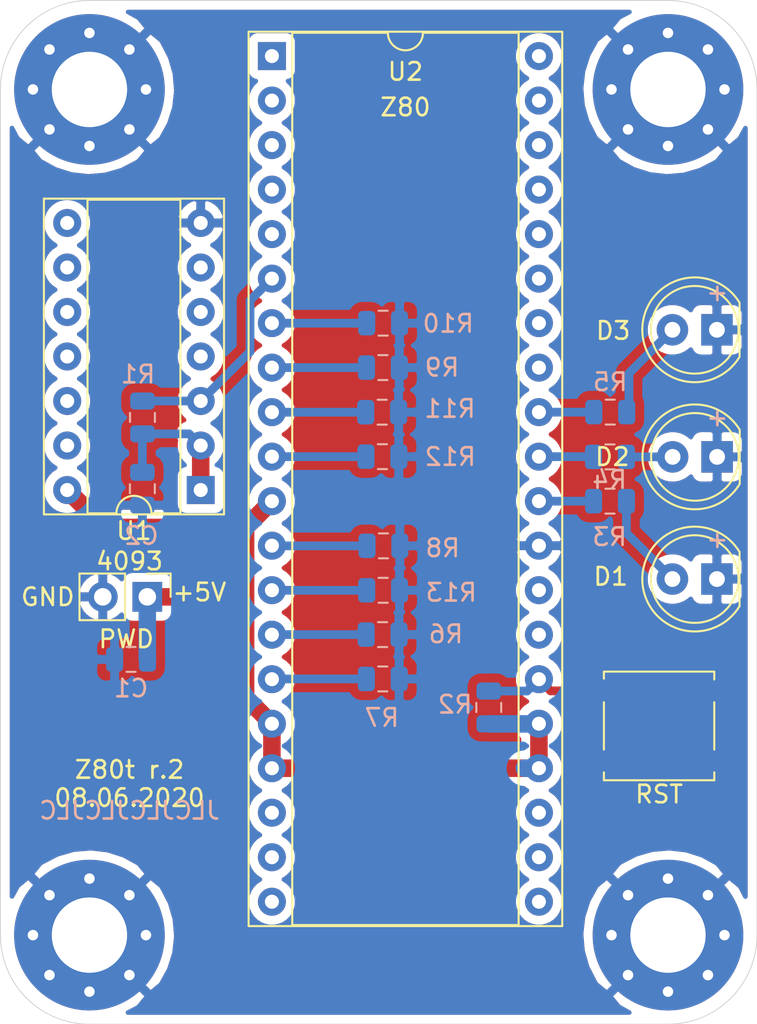
<source format=kicad_pcb>
(kicad_pcb (version 20171130) (host pcbnew "(5.1.6)-1")

  (general
    (thickness 1.6)
    (drawings 17)
    (tracks 64)
    (zones 0)
    (modules 26)
    (nets 41)
  )

  (page A4)
  (layers
    (0 F.Cu signal)
    (31 B.Cu signal)
    (32 B.Adhes user)
    (33 F.Adhes user)
    (34 B.Paste user)
    (35 F.Paste user)
    (36 B.SilkS user)
    (37 F.SilkS user)
    (38 B.Mask user)
    (39 F.Mask user)
    (40 Dwgs.User user)
    (41 Cmts.User user)
    (42 Eco1.User user)
    (43 Eco2.User user)
    (44 Edge.Cuts user)
    (45 Margin user)
    (46 B.CrtYd user)
    (47 F.CrtYd user)
    (48 B.Fab user hide)
    (49 F.Fab user hide)
  )

  (setup
    (last_trace_width 0.5)
    (user_trace_width 0.3)
    (user_trace_width 0.4)
    (user_trace_width 0.5)
    (user_trace_width 1)
    (trace_clearance 0.2)
    (zone_clearance 0.508)
    (zone_45_only no)
    (trace_min 0.2)
    (via_size 0.8)
    (via_drill 0.4)
    (via_min_size 0.4)
    (via_min_drill 0.3)
    (user_via 1 0.8)
    (uvia_size 0.3)
    (uvia_drill 0.1)
    (uvias_allowed no)
    (uvia_min_size 0.2)
    (uvia_min_drill 0.1)
    (edge_width 0.05)
    (segment_width 0.2)
    (pcb_text_width 0.3)
    (pcb_text_size 1.5 1.5)
    (mod_edge_width 0.12)
    (mod_text_size 1 1)
    (mod_text_width 0.15)
    (pad_size 1.524 1.524)
    (pad_drill 0.762)
    (pad_to_mask_clearance 0.05)
    (aux_axis_origin 0 0)
    (visible_elements 7FFFFFFF)
    (pcbplotparams
      (layerselection 0x010fc_ffffffff)
      (usegerberextensions false)
      (usegerberattributes false)
      (usegerberadvancedattributes false)
      (creategerberjobfile true)
      (excludeedgelayer true)
      (linewidth 0.100000)
      (plotframeref false)
      (viasonmask false)
      (mode 1)
      (useauxorigin false)
      (hpglpennumber 1)
      (hpglpenspeed 20)
      (hpglpendiameter 15.000000)
      (psnegative false)
      (psa4output false)
      (plotreference true)
      (plotvalue true)
      (plotinvisibletext false)
      (padsonsilk false)
      (subtractmaskfromsilk false)
      (outputformat 1)
      (mirror false)
      (drillshape 0)
      (scaleselection 1)
      (outputdirectory "gerber/"))
  )

  (net 0 "")
  (net 1 GND)
  (net 2 VCC)
  (net 3 "Net-(C2-Pad1)")
  (net 4 "Net-(D1-Pad2)")
  (net 5 "Net-(D2-Pad2)")
  (net 6 "Net-(D3-Pad2)")
  (net 7 CLK)
  (net 8 RESET)
  (net 9 "Net-(R3-Pad1)")
  (net 10 "Net-(R4-Pad1)")
  (net 11 "Net-(R5-Pad1)")
  (net 12 "Net-(R6-Pad1)")
  (net 13 "Net-(R7-Pad1)")
  (net 14 "Net-(R8-Pad1)")
  (net 15 "Net-(R9-Pad1)")
  (net 16 "Net-(R10-Pad1)")
  (net 17 "Net-(R11-Pad1)")
  (net 18 "Net-(R12-Pad1)")
  (net 19 "Net-(R13-Pad1)")
  (net 20 "Net-(U2-Pad1)")
  (net 21 "Net-(U2-Pad21)")
  (net 22 "Net-(U2-Pad2)")
  (net 23 "Net-(U2-Pad22)")
  (net 24 "Net-(U2-Pad3)")
  (net 25 "Net-(U2-Pad23)")
  (net 26 "Net-(U2-Pad4)")
  (net 27 "Net-(U2-Pad5)")
  (net 28 "Net-(U2-Pad27)")
  (net 29 "Net-(U2-Pad28)")
  (net 30 "Net-(U2-Pad33)")
  (net 31 "Net-(U2-Pad34)")
  (net 32 "Net-(U2-Pad35)")
  (net 33 "Net-(U2-Pad36)")
  (net 34 "Net-(U2-Pad37)")
  (net 35 "Net-(U2-Pad18)")
  (net 36 "Net-(U2-Pad38)")
  (net 37 "Net-(U2-Pad19)")
  (net 38 "Net-(U2-Pad39)")
  (net 39 "Net-(U2-Pad20)")
  (net 40 "Net-(U2-Pad40)")

  (net_class Default "This is the default net class."
    (clearance 0.2)
    (trace_width 0.25)
    (via_dia 0.8)
    (via_drill 0.4)
    (uvia_dia 0.3)
    (uvia_drill 0.1)
    (add_net CLK)
    (add_net GND)
    (add_net "Net-(C2-Pad1)")
    (add_net "Net-(D1-Pad2)")
    (add_net "Net-(D2-Pad2)")
    (add_net "Net-(D3-Pad2)")
    (add_net "Net-(R10-Pad1)")
    (add_net "Net-(R11-Pad1)")
    (add_net "Net-(R12-Pad1)")
    (add_net "Net-(R13-Pad1)")
    (add_net "Net-(R3-Pad1)")
    (add_net "Net-(R4-Pad1)")
    (add_net "Net-(R5-Pad1)")
    (add_net "Net-(R6-Pad1)")
    (add_net "Net-(R7-Pad1)")
    (add_net "Net-(R8-Pad1)")
    (add_net "Net-(R9-Pad1)")
    (add_net "Net-(U2-Pad1)")
    (add_net "Net-(U2-Pad18)")
    (add_net "Net-(U2-Pad19)")
    (add_net "Net-(U2-Pad2)")
    (add_net "Net-(U2-Pad20)")
    (add_net "Net-(U2-Pad21)")
    (add_net "Net-(U2-Pad22)")
    (add_net "Net-(U2-Pad23)")
    (add_net "Net-(U2-Pad27)")
    (add_net "Net-(U2-Pad28)")
    (add_net "Net-(U2-Pad3)")
    (add_net "Net-(U2-Pad33)")
    (add_net "Net-(U2-Pad34)")
    (add_net "Net-(U2-Pad35)")
    (add_net "Net-(U2-Pad36)")
    (add_net "Net-(U2-Pad37)")
    (add_net "Net-(U2-Pad38)")
    (add_net "Net-(U2-Pad39)")
    (add_net "Net-(U2-Pad4)")
    (add_net "Net-(U2-Pad40)")
    (add_net "Net-(U2-Pad5)")
    (add_net RESET)
    (add_net VCC)
  )

  (module LED_THT:LED_D5.0mm_Clear (layer F.Cu) (tedit 5A6C9BC0) (tstamp 5EDD3085)
    (at 80.264 56.896 180)
    (descr "LED, diameter 5.0mm, 2 pins, http://cdn-reichelt.de/documents/datenblatt/A500/LL-504BC2E-009.pdf")
    (tags "LED diameter 5.0mm 2 pins")
    (path /5EDF214C)
    (fp_text reference D3 (at 5.92328 -0.0508) (layer F.SilkS)
      (effects (font (size 1 1) (thickness 0.15)))
    )
    (fp_text value LED (at 1.27 3.96) (layer F.Fab)
      (effects (font (size 1 1) (thickness 0.15)))
    )
    (fp_arc (start 1.27 0) (end -1.29 1.54483) (angle -148.9) (layer F.SilkS) (width 0.12))
    (fp_arc (start 1.27 0) (end -1.29 -1.54483) (angle 148.9) (layer F.SilkS) (width 0.12))
    (fp_arc (start 1.27 0) (end -1.23 -1.469694) (angle 299.1) (layer F.Fab) (width 0.1))
    (fp_text user %R (at 1.25 0) (layer F.Fab)
      (effects (font (size 0.8 0.8) (thickness 0.2)))
    )
    (fp_line (start -1.23 -1.469694) (end -1.23 1.469694) (layer F.Fab) (width 0.1))
    (fp_line (start -1.29 -1.545) (end -1.29 1.545) (layer F.SilkS) (width 0.12))
    (fp_line (start -1.95 -3.25) (end -1.95 3.25) (layer F.CrtYd) (width 0.05))
    (fp_line (start -1.95 3.25) (end 4.5 3.25) (layer F.CrtYd) (width 0.05))
    (fp_line (start 4.5 3.25) (end 4.5 -3.25) (layer F.CrtYd) (width 0.05))
    (fp_line (start 4.5 -3.25) (end -1.95 -3.25) (layer F.CrtYd) (width 0.05))
    (fp_circle (center 1.27 0) (end 3.77 0) (layer F.Fab) (width 0.1))
    (fp_circle (center 1.27 0) (end 3.77 0) (layer F.SilkS) (width 0.12))
    (pad 2 thru_hole circle (at 2.54 0 180) (size 1.8 1.8) (drill 0.9) (layers *.Cu *.Mask)
      (net 6 "Net-(D3-Pad2)"))
    (pad 1 thru_hole rect (at 0 0 180) (size 1.8 1.8) (drill 0.9) (layers *.Cu *.Mask)
      (net 1 GND))
    (model ${KISYS3DMOD}/LED_THT.3dshapes/LED_D5.0mm_Clear.wrl
      (at (xyz 0 0 0))
      (scale (xyz 1 1 1))
      (rotate (xyz 0 0 0))
    )
  )

  (module LED_THT:LED_D5.0mm_Clear (layer F.Cu) (tedit 5A6C9BC0) (tstamp 5EDD3072)
    (at 80.27416 64.1477 180)
    (descr "LED, diameter 5.0mm, 2 pins, http://cdn-reichelt.de/documents/datenblatt/A500/LL-504BC2E-009.pdf")
    (tags "LED diameter 5.0mm 2 pins")
    (path /5EDF1C65)
    (fp_text reference D2 (at 5.97916 0) (layer F.SilkS)
      (effects (font (size 1 1) (thickness 0.15)))
    )
    (fp_text value LED (at 1.27 3.96) (layer F.Fab)
      (effects (font (size 1 1) (thickness 0.15)))
    )
    (fp_arc (start 1.27 0) (end -1.29 1.54483) (angle -148.9) (layer F.SilkS) (width 0.12))
    (fp_arc (start 1.27 0) (end -1.29 -1.54483) (angle 148.9) (layer F.SilkS) (width 0.12))
    (fp_arc (start 1.27 0) (end -1.23 -1.469694) (angle 299.1) (layer F.Fab) (width 0.1))
    (fp_text user %R (at 1.25 0) (layer F.Fab)
      (effects (font (size 0.8 0.8) (thickness 0.2)))
    )
    (fp_line (start -1.23 -1.469694) (end -1.23 1.469694) (layer F.Fab) (width 0.1))
    (fp_line (start -1.29 -1.545) (end -1.29 1.545) (layer F.SilkS) (width 0.12))
    (fp_line (start -1.95 -3.25) (end -1.95 3.25) (layer F.CrtYd) (width 0.05))
    (fp_line (start -1.95 3.25) (end 4.5 3.25) (layer F.CrtYd) (width 0.05))
    (fp_line (start 4.5 3.25) (end 4.5 -3.25) (layer F.CrtYd) (width 0.05))
    (fp_line (start 4.5 -3.25) (end -1.95 -3.25) (layer F.CrtYd) (width 0.05))
    (fp_circle (center 1.27 0) (end 3.77 0) (layer F.Fab) (width 0.1))
    (fp_circle (center 1.27 0) (end 3.77 0) (layer F.SilkS) (width 0.12))
    (pad 2 thru_hole circle (at 2.54 0 180) (size 1.8 1.8) (drill 0.9) (layers *.Cu *.Mask)
      (net 5 "Net-(D2-Pad2)"))
    (pad 1 thru_hole rect (at 0 0 180) (size 1.8 1.8) (drill 0.9) (layers *.Cu *.Mask)
      (net 1 GND))
    (model ${KISYS3DMOD}/LED_THT.3dshapes/LED_D5.0mm_Clear.wrl
      (at (xyz 0 0 0))
      (scale (xyz 1 1 1))
      (rotate (xyz 0 0 0))
    )
  )

  (module LED_THT:LED_D5.0mm_Clear (layer F.Cu) (tedit 5A6C9BC0) (tstamp 5EDD305F)
    (at 80.264 71.12 180)
    (descr "LED, diameter 5.0mm, 2 pins, http://cdn-reichelt.de/documents/datenblatt/A500/LL-504BC2E-009.pdf")
    (tags "LED diameter 5.0mm 2 pins")
    (path /5EDEE8CE)
    (fp_text reference D1 (at 6.06044 0.14224) (layer F.SilkS)
      (effects (font (size 1 1) (thickness 0.15)))
    )
    (fp_text value LED (at 1.27 3.96) (layer F.Fab)
      (effects (font (size 1 1) (thickness 0.15)))
    )
    (fp_arc (start 1.27 0) (end -1.29 1.54483) (angle -148.9) (layer F.SilkS) (width 0.12))
    (fp_arc (start 1.27 0) (end -1.29 -1.54483) (angle 148.9) (layer F.SilkS) (width 0.12))
    (fp_arc (start 1.27 0) (end -1.23 -1.469694) (angle 299.1) (layer F.Fab) (width 0.1))
    (fp_text user %R (at 1.25 0) (layer F.Fab)
      (effects (font (size 0.8 0.8) (thickness 0.2)))
    )
    (fp_line (start -1.23 -1.469694) (end -1.23 1.469694) (layer F.Fab) (width 0.1))
    (fp_line (start -1.29 -1.545) (end -1.29 1.545) (layer F.SilkS) (width 0.12))
    (fp_line (start -1.95 -3.25) (end -1.95 3.25) (layer F.CrtYd) (width 0.05))
    (fp_line (start -1.95 3.25) (end 4.5 3.25) (layer F.CrtYd) (width 0.05))
    (fp_line (start 4.5 3.25) (end 4.5 -3.25) (layer F.CrtYd) (width 0.05))
    (fp_line (start 4.5 -3.25) (end -1.95 -3.25) (layer F.CrtYd) (width 0.05))
    (fp_circle (center 1.27 0) (end 3.77 0) (layer F.Fab) (width 0.1))
    (fp_circle (center 1.27 0) (end 3.77 0) (layer F.SilkS) (width 0.12))
    (pad 2 thru_hole circle (at 2.54 0 180) (size 1.8 1.8) (drill 0.9) (layers *.Cu *.Mask)
      (net 4 "Net-(D1-Pad2)"))
    (pad 1 thru_hole rect (at 0 0 180) (size 1.8 1.8) (drill 0.9) (layers *.Cu *.Mask)
      (net 1 GND))
    (model ${KISYS3DMOD}/LED_THT.3dshapes/LED_D5.0mm_Clear.wrl
      (at (xyz 0 0 0))
      (scale (xyz 1 1 1))
      (rotate (xyz 0 0 0))
    )
  )

  (module Capacitor_SMD:C_0805_2012Metric (layer B.Cu) (tedit 5B36C52B) (tstamp 5EDD304C)
    (at 47.47006 65.96634 270)
    (descr "Capacitor SMD 0805 (2012 Metric), square (rectangular) end terminal, IPC_7351 nominal, (Body size source: https://docs.google.com/spreadsheets/d/1BsfQQcO9C6DZCsRaXUlFlo91Tg2WpOkGARC1WS5S8t0/edit?usp=sharing), generated with kicad-footprint-generator")
    (tags capacitor)
    (path /5EDD1837)
    (attr smd)
    (fp_text reference C2 (at 2.68224 0.05588) (layer B.SilkS)
      (effects (font (size 1 1) (thickness 0.15)) (justify mirror))
    )
    (fp_text value 1u (at 0 -1.65 270) (layer B.Fab)
      (effects (font (size 1 1) (thickness 0.15)) (justify mirror))
    )
    (fp_text user %R (at 0 0 270) (layer B.Fab)
      (effects (font (size 0.5 0.5) (thickness 0.08)) (justify mirror))
    )
    (fp_line (start -1 -0.6) (end -1 0.6) (layer B.Fab) (width 0.1))
    (fp_line (start -1 0.6) (end 1 0.6) (layer B.Fab) (width 0.1))
    (fp_line (start 1 0.6) (end 1 -0.6) (layer B.Fab) (width 0.1))
    (fp_line (start 1 -0.6) (end -1 -0.6) (layer B.Fab) (width 0.1))
    (fp_line (start -0.258578 0.71) (end 0.258578 0.71) (layer B.SilkS) (width 0.12))
    (fp_line (start -0.258578 -0.71) (end 0.258578 -0.71) (layer B.SilkS) (width 0.12))
    (fp_line (start -1.68 -0.95) (end -1.68 0.95) (layer B.CrtYd) (width 0.05))
    (fp_line (start -1.68 0.95) (end 1.68 0.95) (layer B.CrtYd) (width 0.05))
    (fp_line (start 1.68 0.95) (end 1.68 -0.95) (layer B.CrtYd) (width 0.05))
    (fp_line (start 1.68 -0.95) (end -1.68 -0.95) (layer B.CrtYd) (width 0.05))
    (pad 2 smd roundrect (at 0.9375 0 270) (size 0.975 1.4) (layers B.Cu B.Paste B.Mask) (roundrect_rratio 0.25)
      (net 1 GND))
    (pad 1 smd roundrect (at -0.9375 0 270) (size 0.975 1.4) (layers B.Cu B.Paste B.Mask) (roundrect_rratio 0.25)
      (net 3 "Net-(C2-Pad1)"))
    (model ${KISYS3DMOD}/Capacitor_SMD.3dshapes/C_0805_2012Metric.wrl
      (at (xyz 0 0 0))
      (scale (xyz 1 1 1))
      (rotate (xyz 0 0 0))
    )
  )

  (module Package_DIP:DIP-40_W15.24mm_Socket (layer F.Cu) (tedit 5A02E8C5) (tstamp 5EDD31F0)
    (at 54.864 41.275)
    (descr "40-lead though-hole mounted DIP package, row spacing 15.24 mm (600 mils), Socket")
    (tags "THT DIP DIL PDIP 2.54mm 15.24mm 600mil Socket")
    (path /5EDC1EEA)
    (fp_text reference U2 (at 7.62 0.889) (layer F.SilkS)
      (effects (font (size 1 1) (thickness 0.15)))
    )
    (fp_text value Z80CPU (at 7.62 50.59) (layer F.Fab)
      (effects (font (size 1 1) (thickness 0.15)))
    )
    (fp_text user %R (at 7.62 24.13) (layer F.Fab)
      (effects (font (size 1 1) (thickness 0.15)))
    )
    (fp_arc (start 7.62 -1.33) (end 6.62 -1.33) (angle -180) (layer F.SilkS) (width 0.12))
    (fp_line (start 1.255 -1.27) (end 14.985 -1.27) (layer F.Fab) (width 0.1))
    (fp_line (start 14.985 -1.27) (end 14.985 49.53) (layer F.Fab) (width 0.1))
    (fp_line (start 14.985 49.53) (end 0.255 49.53) (layer F.Fab) (width 0.1))
    (fp_line (start 0.255 49.53) (end 0.255 -0.27) (layer F.Fab) (width 0.1))
    (fp_line (start 0.255 -0.27) (end 1.255 -1.27) (layer F.Fab) (width 0.1))
    (fp_line (start -1.27 -1.33) (end -1.27 49.59) (layer F.Fab) (width 0.1))
    (fp_line (start -1.27 49.59) (end 16.51 49.59) (layer F.Fab) (width 0.1))
    (fp_line (start 16.51 49.59) (end 16.51 -1.33) (layer F.Fab) (width 0.1))
    (fp_line (start 16.51 -1.33) (end -1.27 -1.33) (layer F.Fab) (width 0.1))
    (fp_line (start 6.62 -1.33) (end 1.16 -1.33) (layer F.SilkS) (width 0.12))
    (fp_line (start 1.16 -1.33) (end 1.16 49.59) (layer F.SilkS) (width 0.12))
    (fp_line (start 1.16 49.59) (end 14.08 49.59) (layer F.SilkS) (width 0.12))
    (fp_line (start 14.08 49.59) (end 14.08 -1.33) (layer F.SilkS) (width 0.12))
    (fp_line (start 14.08 -1.33) (end 8.62 -1.33) (layer F.SilkS) (width 0.12))
    (fp_line (start -1.33 -1.39) (end -1.33 49.65) (layer F.SilkS) (width 0.12))
    (fp_line (start -1.33 49.65) (end 16.57 49.65) (layer F.SilkS) (width 0.12))
    (fp_line (start 16.57 49.65) (end 16.57 -1.39) (layer F.SilkS) (width 0.12))
    (fp_line (start 16.57 -1.39) (end -1.33 -1.39) (layer F.SilkS) (width 0.12))
    (fp_line (start -1.55 -1.6) (end -1.55 49.85) (layer F.CrtYd) (width 0.05))
    (fp_line (start -1.55 49.85) (end 16.8 49.85) (layer F.CrtYd) (width 0.05))
    (fp_line (start 16.8 49.85) (end 16.8 -1.6) (layer F.CrtYd) (width 0.05))
    (fp_line (start 16.8 -1.6) (end -1.55 -1.6) (layer F.CrtYd) (width 0.05))
    (pad 40 thru_hole oval (at 15.24 0) (size 1.6 1.6) (drill 0.8) (layers *.Cu *.Mask)
      (net 40 "Net-(U2-Pad40)"))
    (pad 20 thru_hole oval (at 0 48.26) (size 1.6 1.6) (drill 0.8) (layers *.Cu *.Mask)
      (net 39 "Net-(U2-Pad20)"))
    (pad 39 thru_hole oval (at 15.24 2.54) (size 1.6 1.6) (drill 0.8) (layers *.Cu *.Mask)
      (net 38 "Net-(U2-Pad39)"))
    (pad 19 thru_hole oval (at 0 45.72) (size 1.6 1.6) (drill 0.8) (layers *.Cu *.Mask)
      (net 37 "Net-(U2-Pad19)"))
    (pad 38 thru_hole oval (at 15.24 5.08) (size 1.6 1.6) (drill 0.8) (layers *.Cu *.Mask)
      (net 36 "Net-(U2-Pad38)"))
    (pad 18 thru_hole oval (at 0 43.18) (size 1.6 1.6) (drill 0.8) (layers *.Cu *.Mask)
      (net 35 "Net-(U2-Pad18)"))
    (pad 37 thru_hole oval (at 15.24 7.62) (size 1.6 1.6) (drill 0.8) (layers *.Cu *.Mask)
      (net 34 "Net-(U2-Pad37)"))
    (pad 17 thru_hole oval (at 0 40.64) (size 1.6 1.6) (drill 0.8) (layers *.Cu *.Mask)
      (net 2 VCC))
    (pad 36 thru_hole oval (at 15.24 10.16) (size 1.6 1.6) (drill 0.8) (layers *.Cu *.Mask)
      (net 33 "Net-(U2-Pad36)"))
    (pad 16 thru_hole oval (at 0 38.1) (size 1.6 1.6) (drill 0.8) (layers *.Cu *.Mask)
      (net 2 VCC))
    (pad 35 thru_hole oval (at 15.24 12.7) (size 1.6 1.6) (drill 0.8) (layers *.Cu *.Mask)
      (net 32 "Net-(U2-Pad35)"))
    (pad 15 thru_hole oval (at 0 35.56) (size 1.6 1.6) (drill 0.8) (layers *.Cu *.Mask)
      (net 13 "Net-(R7-Pad1)"))
    (pad 34 thru_hole oval (at 15.24 15.24) (size 1.6 1.6) (drill 0.8) (layers *.Cu *.Mask)
      (net 31 "Net-(U2-Pad34)"))
    (pad 14 thru_hole oval (at 0 33.02) (size 1.6 1.6) (drill 0.8) (layers *.Cu *.Mask)
      (net 12 "Net-(R6-Pad1)"))
    (pad 33 thru_hole oval (at 15.24 17.78) (size 1.6 1.6) (drill 0.8) (layers *.Cu *.Mask)
      (net 30 "Net-(U2-Pad33)"))
    (pad 13 thru_hole oval (at 0 30.48) (size 1.6 1.6) (drill 0.8) (layers *.Cu *.Mask)
      (net 19 "Net-(R13-Pad1)"))
    (pad 32 thru_hole oval (at 15.24 20.32) (size 1.6 1.6) (drill 0.8) (layers *.Cu *.Mask)
      (net 11 "Net-(R5-Pad1)"))
    (pad 12 thru_hole oval (at 0 27.94) (size 1.6 1.6) (drill 0.8) (layers *.Cu *.Mask)
      (net 14 "Net-(R8-Pad1)"))
    (pad 31 thru_hole oval (at 15.24 22.86) (size 1.6 1.6) (drill 0.8) (layers *.Cu *.Mask)
      (net 10 "Net-(R4-Pad1)"))
    (pad 11 thru_hole oval (at 0 25.4) (size 1.6 1.6) (drill 0.8) (layers *.Cu *.Mask)
      (net 2 VCC))
    (pad 30 thru_hole oval (at 15.24 25.4) (size 1.6 1.6) (drill 0.8) (layers *.Cu *.Mask)
      (net 9 "Net-(R3-Pad1)"))
    (pad 10 thru_hole oval (at 0 22.86) (size 1.6 1.6) (drill 0.8) (layers *.Cu *.Mask)
      (net 18 "Net-(R12-Pad1)"))
    (pad 29 thru_hole oval (at 15.24 27.94) (size 1.6 1.6) (drill 0.8) (layers *.Cu *.Mask)
      (net 1 GND))
    (pad 9 thru_hole oval (at 0 20.32) (size 1.6 1.6) (drill 0.8) (layers *.Cu *.Mask)
      (net 17 "Net-(R11-Pad1)"))
    (pad 28 thru_hole oval (at 15.24 30.48) (size 1.6 1.6) (drill 0.8) (layers *.Cu *.Mask)
      (net 29 "Net-(U2-Pad28)"))
    (pad 8 thru_hole oval (at 0 17.78) (size 1.6 1.6) (drill 0.8) (layers *.Cu *.Mask)
      (net 15 "Net-(R9-Pad1)"))
    (pad 27 thru_hole oval (at 15.24 33.02) (size 1.6 1.6) (drill 0.8) (layers *.Cu *.Mask)
      (net 28 "Net-(U2-Pad27)"))
    (pad 7 thru_hole oval (at 0 15.24) (size 1.6 1.6) (drill 0.8) (layers *.Cu *.Mask)
      (net 16 "Net-(R10-Pad1)"))
    (pad 26 thru_hole oval (at 15.24 35.56) (size 1.6 1.6) (drill 0.8) (layers *.Cu *.Mask)
      (net 8 RESET))
    (pad 6 thru_hole oval (at 0 12.7) (size 1.6 1.6) (drill 0.8) (layers *.Cu *.Mask)
      (net 7 CLK))
    (pad 25 thru_hole oval (at 15.24 38.1) (size 1.6 1.6) (drill 0.8) (layers *.Cu *.Mask)
      (net 2 VCC))
    (pad 5 thru_hole oval (at 0 10.16) (size 1.6 1.6) (drill 0.8) (layers *.Cu *.Mask)
      (net 27 "Net-(U2-Pad5)"))
    (pad 24 thru_hole oval (at 15.24 40.64) (size 1.6 1.6) (drill 0.8) (layers *.Cu *.Mask)
      (net 2 VCC))
    (pad 4 thru_hole oval (at 0 7.62) (size 1.6 1.6) (drill 0.8) (layers *.Cu *.Mask)
      (net 26 "Net-(U2-Pad4)"))
    (pad 23 thru_hole oval (at 15.24 43.18) (size 1.6 1.6) (drill 0.8) (layers *.Cu *.Mask)
      (net 25 "Net-(U2-Pad23)"))
    (pad 3 thru_hole oval (at 0 5.08) (size 1.6 1.6) (drill 0.8) (layers *.Cu *.Mask)
      (net 24 "Net-(U2-Pad3)"))
    (pad 22 thru_hole oval (at 15.24 45.72) (size 1.6 1.6) (drill 0.8) (layers *.Cu *.Mask)
      (net 23 "Net-(U2-Pad22)"))
    (pad 2 thru_hole oval (at 0 2.54) (size 1.6 1.6) (drill 0.8) (layers *.Cu *.Mask)
      (net 22 "Net-(U2-Pad2)"))
    (pad 21 thru_hole oval (at 15.24 48.26) (size 1.6 1.6) (drill 0.8) (layers *.Cu *.Mask)
      (net 21 "Net-(U2-Pad21)"))
    (pad 1 thru_hole rect (at 0 0) (size 1.6 1.6) (drill 0.8) (layers *.Cu *.Mask)
      (net 20 "Net-(U2-Pad1)"))
    (model ${KISYS3DMOD}/Package_DIP.3dshapes/DIP-40_W15.24mm_Socket.wrl
      (at (xyz 0 0 0))
      (scale (xyz 1 1 1))
      (rotate (xyz 0 0 0))
    )
  )

  (module Package_DIP:DIP-14_W7.62mm_Socket (layer F.Cu) (tedit 5A02E8C5) (tstamp 5EDD31B4)
    (at 50.8 66.04 180)
    (descr "14-lead though-hole mounted DIP package, row spacing 7.62 mm (300 mils), Socket")
    (tags "THT DIP DIL PDIP 2.54mm 7.62mm 300mil Socket")
    (path /5EDC22C6)
    (fp_text reference U1 (at 3.81 -2.33) (layer F.SilkS)
      (effects (font (size 1 1) (thickness 0.15)))
    )
    (fp_text value HEF4093B (at 3.81 17.57) (layer F.Fab)
      (effects (font (size 1 1) (thickness 0.15)))
    )
    (fp_text user %R (at 3.81 7.62) (layer F.Fab)
      (effects (font (size 1 1) (thickness 0.15)))
    )
    (fp_arc (start 3.81 -1.33) (end 2.81 -1.33) (angle -180) (layer F.SilkS) (width 0.12))
    (fp_line (start 1.635 -1.27) (end 6.985 -1.27) (layer F.Fab) (width 0.1))
    (fp_line (start 6.985 -1.27) (end 6.985 16.51) (layer F.Fab) (width 0.1))
    (fp_line (start 6.985 16.51) (end 0.635 16.51) (layer F.Fab) (width 0.1))
    (fp_line (start 0.635 16.51) (end 0.635 -0.27) (layer F.Fab) (width 0.1))
    (fp_line (start 0.635 -0.27) (end 1.635 -1.27) (layer F.Fab) (width 0.1))
    (fp_line (start -1.27 -1.33) (end -1.27 16.57) (layer F.Fab) (width 0.1))
    (fp_line (start -1.27 16.57) (end 8.89 16.57) (layer F.Fab) (width 0.1))
    (fp_line (start 8.89 16.57) (end 8.89 -1.33) (layer F.Fab) (width 0.1))
    (fp_line (start 8.89 -1.33) (end -1.27 -1.33) (layer F.Fab) (width 0.1))
    (fp_line (start 2.81 -1.33) (end 1.16 -1.33) (layer F.SilkS) (width 0.12))
    (fp_line (start 1.16 -1.33) (end 1.16 16.57) (layer F.SilkS) (width 0.12))
    (fp_line (start 1.16 16.57) (end 6.46 16.57) (layer F.SilkS) (width 0.12))
    (fp_line (start 6.46 16.57) (end 6.46 -1.33) (layer F.SilkS) (width 0.12))
    (fp_line (start 6.46 -1.33) (end 4.81 -1.33) (layer F.SilkS) (width 0.12))
    (fp_line (start -1.33 -1.39) (end -1.33 16.63) (layer F.SilkS) (width 0.12))
    (fp_line (start -1.33 16.63) (end 8.95 16.63) (layer F.SilkS) (width 0.12))
    (fp_line (start 8.95 16.63) (end 8.95 -1.39) (layer F.SilkS) (width 0.12))
    (fp_line (start 8.95 -1.39) (end -1.33 -1.39) (layer F.SilkS) (width 0.12))
    (fp_line (start -1.55 -1.6) (end -1.55 16.85) (layer F.CrtYd) (width 0.05))
    (fp_line (start -1.55 16.85) (end 9.15 16.85) (layer F.CrtYd) (width 0.05))
    (fp_line (start 9.15 16.85) (end 9.15 -1.6) (layer F.CrtYd) (width 0.05))
    (fp_line (start 9.15 -1.6) (end -1.55 -1.6) (layer F.CrtYd) (width 0.05))
    (pad 14 thru_hole oval (at 7.62 0 180) (size 1.6 1.6) (drill 0.8) (layers *.Cu *.Mask)
      (net 2 VCC))
    (pad 7 thru_hole oval (at 0 15.24 180) (size 1.6 1.6) (drill 0.8) (layers *.Cu *.Mask)
      (net 1 GND))
    (pad 13 thru_hole oval (at 7.62 2.54 180) (size 1.6 1.6) (drill 0.8) (layers *.Cu *.Mask))
    (pad 6 thru_hole oval (at 0 12.7 180) (size 1.6 1.6) (drill 0.8) (layers *.Cu *.Mask))
    (pad 12 thru_hole oval (at 7.62 5.08 180) (size 1.6 1.6) (drill 0.8) (layers *.Cu *.Mask))
    (pad 5 thru_hole oval (at 0 10.16 180) (size 1.6 1.6) (drill 0.8) (layers *.Cu *.Mask))
    (pad 11 thru_hole oval (at 7.62 7.62 180) (size 1.6 1.6) (drill 0.8) (layers *.Cu *.Mask))
    (pad 4 thru_hole oval (at 0 7.62 180) (size 1.6 1.6) (drill 0.8) (layers *.Cu *.Mask))
    (pad 10 thru_hole oval (at 7.62 10.16 180) (size 1.6 1.6) (drill 0.8) (layers *.Cu *.Mask))
    (pad 3 thru_hole oval (at 0 5.08 180) (size 1.6 1.6) (drill 0.8) (layers *.Cu *.Mask)
      (net 7 CLK))
    (pad 9 thru_hole oval (at 7.62 12.7 180) (size 1.6 1.6) (drill 0.8) (layers *.Cu *.Mask))
    (pad 2 thru_hole oval (at 0 2.54 180) (size 1.6 1.6) (drill 0.8) (layers *.Cu *.Mask)
      (net 3 "Net-(C2-Pad1)"))
    (pad 8 thru_hole oval (at 7.62 15.24 180) (size 1.6 1.6) (drill 0.8) (layers *.Cu *.Mask))
    (pad 1 thru_hole rect (at 0 0 180) (size 1.6 1.6) (drill 0.8) (layers *.Cu *.Mask)
      (net 3 "Net-(C2-Pad1)"))
    (model ${KISYS3DMOD}/Package_DIP.3dshapes/DIP-14_W7.62mm_Socket.wrl
      (at (xyz 0 0 0))
      (scale (xyz 1 1 1))
      (rotate (xyz 0 0 0))
    )
  )

  (module MountingHole:MountingHole_4.3mm_M4_Pad_Via (layer F.Cu) (tedit 56DDBFD7) (tstamp 5EDD45E4)
    (at 77.47 91.44)
    (descr "Mounting Hole 4.3mm, M4")
    (tags "mounting hole 4.3mm m4")
    (path /5EE4B38F)
    (attr virtual)
    (fp_text reference H4 (at 0 -5.3) (layer F.SilkS) hide
      (effects (font (size 1 1) (thickness 0.15)))
    )
    (fp_text value MountingHole_Pad (at 0 5.3) (layer F.Fab)
      (effects (font (size 1 1) (thickness 0.15)))
    )
    (fp_text user %R (at 0.3 0) (layer F.Fab)
      (effects (font (size 1 1) (thickness 0.15)))
    )
    (fp_circle (center 0 0) (end 4.3 0) (layer Cmts.User) (width 0.15))
    (fp_circle (center 0 0) (end 4.55 0) (layer F.CrtYd) (width 0.05))
    (pad 1 thru_hole circle (at 2.280419 -2.280419) (size 0.9 0.9) (drill 0.6) (layers *.Cu *.Mask)
      (net 1 GND))
    (pad 1 thru_hole circle (at 0 -3.225) (size 0.9 0.9) (drill 0.6) (layers *.Cu *.Mask)
      (net 1 GND))
    (pad 1 thru_hole circle (at -2.280419 -2.280419) (size 0.9 0.9) (drill 0.6) (layers *.Cu *.Mask)
      (net 1 GND))
    (pad 1 thru_hole circle (at -3.225 0) (size 0.9 0.9) (drill 0.6) (layers *.Cu *.Mask)
      (net 1 GND))
    (pad 1 thru_hole circle (at -2.280419 2.280419) (size 0.9 0.9) (drill 0.6) (layers *.Cu *.Mask)
      (net 1 GND))
    (pad 1 thru_hole circle (at 0 3.225) (size 0.9 0.9) (drill 0.6) (layers *.Cu *.Mask)
      (net 1 GND))
    (pad 1 thru_hole circle (at 2.280419 2.280419) (size 0.9 0.9) (drill 0.6) (layers *.Cu *.Mask)
      (net 1 GND))
    (pad 1 thru_hole circle (at 3.225 0) (size 0.9 0.9) (drill 0.6) (layers *.Cu *.Mask)
      (net 1 GND))
    (pad 1 thru_hole circle (at 0 0) (size 8.6 8.6) (drill 4.3) (layers *.Cu *.Mask)
      (net 1 GND))
  )

  (module MountingHole:MountingHole_4.3mm_M4_Pad_Via (layer F.Cu) (tedit 56DDBFD7) (tstamp 5EDD45D4)
    (at 77.47 43.18)
    (descr "Mounting Hole 4.3mm, M4")
    (tags "mounting hole 4.3mm m4")
    (path /5EE4A050)
    (attr virtual)
    (fp_text reference H3 (at 0 -5.3) (layer F.SilkS) hide
      (effects (font (size 1 1) (thickness 0.15)))
    )
    (fp_text value MountingHole_Pad (at 0 5.3) (layer F.Fab)
      (effects (font (size 1 1) (thickness 0.15)))
    )
    (fp_text user %R (at 0.3 0) (layer F.Fab)
      (effects (font (size 1 1) (thickness 0.15)))
    )
    (fp_circle (center 0 0) (end 4.3 0) (layer Cmts.User) (width 0.15))
    (fp_circle (center 0 0) (end 4.55 0) (layer F.CrtYd) (width 0.05))
    (pad 1 thru_hole circle (at 2.280419 -2.280419) (size 0.9 0.9) (drill 0.6) (layers *.Cu *.Mask)
      (net 1 GND))
    (pad 1 thru_hole circle (at 0 -3.225) (size 0.9 0.9) (drill 0.6) (layers *.Cu *.Mask)
      (net 1 GND))
    (pad 1 thru_hole circle (at -2.280419 -2.280419) (size 0.9 0.9) (drill 0.6) (layers *.Cu *.Mask)
      (net 1 GND))
    (pad 1 thru_hole circle (at -3.225 0) (size 0.9 0.9) (drill 0.6) (layers *.Cu *.Mask)
      (net 1 GND))
    (pad 1 thru_hole circle (at -2.280419 2.280419) (size 0.9 0.9) (drill 0.6) (layers *.Cu *.Mask)
      (net 1 GND))
    (pad 1 thru_hole circle (at 0 3.225) (size 0.9 0.9) (drill 0.6) (layers *.Cu *.Mask)
      (net 1 GND))
    (pad 1 thru_hole circle (at 2.280419 2.280419) (size 0.9 0.9) (drill 0.6) (layers *.Cu *.Mask)
      (net 1 GND))
    (pad 1 thru_hole circle (at 3.225 0) (size 0.9 0.9) (drill 0.6) (layers *.Cu *.Mask)
      (net 1 GND))
    (pad 1 thru_hole circle (at 0 0) (size 8.6 8.6) (drill 4.3) (layers *.Cu *.Mask)
      (net 1 GND))
  )

  (module MountingHole:MountingHole_4.3mm_M4_Pad_Via (layer F.Cu) (tedit 56DDBFD7) (tstamp 5EDD45C4)
    (at 44.45 91.44)
    (descr "Mounting Hole 4.3mm, M4")
    (tags "mounting hole 4.3mm m4")
    (path /5EE48BD7)
    (attr virtual)
    (fp_text reference H2 (at 0 -5.3) (layer F.SilkS) hide
      (effects (font (size 1 1) (thickness 0.15)))
    )
    (fp_text value MountingHole_Pad (at 0 5.3) (layer F.Fab)
      (effects (font (size 1 1) (thickness 0.15)))
    )
    (fp_text user %R (at 0.3 0) (layer F.Fab)
      (effects (font (size 1 1) (thickness 0.15)))
    )
    (fp_circle (center 0 0) (end 4.3 0) (layer Cmts.User) (width 0.15))
    (fp_circle (center 0 0) (end 4.55 0) (layer F.CrtYd) (width 0.05))
    (pad 1 thru_hole circle (at 2.280419 -2.280419) (size 0.9 0.9) (drill 0.6) (layers *.Cu *.Mask)
      (net 1 GND))
    (pad 1 thru_hole circle (at 0 -3.225) (size 0.9 0.9) (drill 0.6) (layers *.Cu *.Mask)
      (net 1 GND))
    (pad 1 thru_hole circle (at -2.280419 -2.280419) (size 0.9 0.9) (drill 0.6) (layers *.Cu *.Mask)
      (net 1 GND))
    (pad 1 thru_hole circle (at -3.225 0) (size 0.9 0.9) (drill 0.6) (layers *.Cu *.Mask)
      (net 1 GND))
    (pad 1 thru_hole circle (at -2.280419 2.280419) (size 0.9 0.9) (drill 0.6) (layers *.Cu *.Mask)
      (net 1 GND))
    (pad 1 thru_hole circle (at 0 3.225) (size 0.9 0.9) (drill 0.6) (layers *.Cu *.Mask)
      (net 1 GND))
    (pad 1 thru_hole circle (at 2.280419 2.280419) (size 0.9 0.9) (drill 0.6) (layers *.Cu *.Mask)
      (net 1 GND))
    (pad 1 thru_hole circle (at 3.225 0) (size 0.9 0.9) (drill 0.6) (layers *.Cu *.Mask)
      (net 1 GND))
    (pad 1 thru_hole circle (at 0 0) (size 8.6 8.6) (drill 4.3) (layers *.Cu *.Mask)
      (net 1 GND))
  )

  (module MountingHole:MountingHole_4.3mm_M4_Pad_Via (layer F.Cu) (tedit 56DDBFD7) (tstamp 5EDD45B4)
    (at 44.45 43.18)
    (descr "Mounting Hole 4.3mm, M4")
    (tags "mounting hole 4.3mm m4")
    (path /5EE473ED)
    (attr virtual)
    (fp_text reference H1 (at 0 -5.3) (layer F.SilkS) hide
      (effects (font (size 1 1) (thickness 0.15)))
    )
    (fp_text value MountingHole_Pad (at 0 5.3) (layer F.Fab)
      (effects (font (size 1 1) (thickness 0.15)))
    )
    (fp_text user %R (at 0.3 0) (layer F.Fab)
      (effects (font (size 1 1) (thickness 0.15)))
    )
    (fp_circle (center 0 0) (end 4.3 0) (layer Cmts.User) (width 0.15))
    (fp_circle (center 0 0) (end 4.55 0) (layer F.CrtYd) (width 0.05))
    (pad 1 thru_hole circle (at 2.280419 -2.280419) (size 0.9 0.9) (drill 0.6) (layers *.Cu *.Mask)
      (net 1 GND))
    (pad 1 thru_hole circle (at 0 -3.225) (size 0.9 0.9) (drill 0.6) (layers *.Cu *.Mask)
      (net 1 GND))
    (pad 1 thru_hole circle (at -2.280419 -2.280419) (size 0.9 0.9) (drill 0.6) (layers *.Cu *.Mask)
      (net 1 GND))
    (pad 1 thru_hole circle (at -3.225 0) (size 0.9 0.9) (drill 0.6) (layers *.Cu *.Mask)
      (net 1 GND))
    (pad 1 thru_hole circle (at -2.280419 2.280419) (size 0.9 0.9) (drill 0.6) (layers *.Cu *.Mask)
      (net 1 GND))
    (pad 1 thru_hole circle (at 0 3.225) (size 0.9 0.9) (drill 0.6) (layers *.Cu *.Mask)
      (net 1 GND))
    (pad 1 thru_hole circle (at 2.280419 2.280419) (size 0.9 0.9) (drill 0.6) (layers *.Cu *.Mask)
      (net 1 GND))
    (pad 1 thru_hole circle (at 3.225 0) (size 0.9 0.9) (drill 0.6) (layers *.Cu *.Mask)
      (net 1 GND))
    (pad 1 thru_hole circle (at 0 0) (size 8.6 8.6) (drill 4.3) (layers *.Cu *.Mask)
      (net 1 GND))
  )

  (module Capacitor_SMD:C_0805_2012Metric (layer B.Cu) (tedit 5B36C52B) (tstamp 5EDD303D)
    (at 46.8249 75.7047)
    (descr "Capacitor SMD 0805 (2012 Metric), square (rectangular) end terminal, IPC_7351 nominal, (Body size source: https://docs.google.com/spreadsheets/d/1BsfQQcO9C6DZCsRaXUlFlo91Tg2WpOkGARC1WS5S8t0/edit?usp=sharing), generated with kicad-footprint-generator")
    (tags capacitor)
    (path /5EDD3080)
    (attr smd)
    (fp_text reference C1 (at 0 1.65) (layer B.SilkS)
      (effects (font (size 1 1) (thickness 0.15)) (justify mirror))
    )
    (fp_text value 100nf (at 0 -1.65) (layer B.Fab)
      (effects (font (size 1 1) (thickness 0.15)) (justify mirror))
    )
    (fp_text user %R (at 0 0) (layer B.Fab)
      (effects (font (size 0.5 0.5) (thickness 0.08)) (justify mirror))
    )
    (fp_line (start -1 -0.6) (end -1 0.6) (layer B.Fab) (width 0.1))
    (fp_line (start -1 0.6) (end 1 0.6) (layer B.Fab) (width 0.1))
    (fp_line (start 1 0.6) (end 1 -0.6) (layer B.Fab) (width 0.1))
    (fp_line (start 1 -0.6) (end -1 -0.6) (layer B.Fab) (width 0.1))
    (fp_line (start -0.258578 0.71) (end 0.258578 0.71) (layer B.SilkS) (width 0.12))
    (fp_line (start -0.258578 -0.71) (end 0.258578 -0.71) (layer B.SilkS) (width 0.12))
    (fp_line (start -1.68 -0.95) (end -1.68 0.95) (layer B.CrtYd) (width 0.05))
    (fp_line (start -1.68 0.95) (end 1.68 0.95) (layer B.CrtYd) (width 0.05))
    (fp_line (start 1.68 0.95) (end 1.68 -0.95) (layer B.CrtYd) (width 0.05))
    (fp_line (start 1.68 -0.95) (end -1.68 -0.95) (layer B.CrtYd) (width 0.05))
    (pad 2 smd roundrect (at 0.9375 0) (size 0.975 1.4) (layers B.Cu B.Paste B.Mask) (roundrect_rratio 0.25)
      (net 2 VCC))
    (pad 1 smd roundrect (at -0.9375 0) (size 0.975 1.4) (layers B.Cu B.Paste B.Mask) (roundrect_rratio 0.25)
      (net 1 GND))
    (model ${KISYS3DMOD}/Capacitor_SMD.3dshapes/C_0805_2012Metric.wrl
      (at (xyz 0 0 0))
      (scale (xyz 1 1 1))
      (rotate (xyz 0 0 0))
    )
  )

  (module Connector_PinHeader_2.54mm:PinHeader_1x02_P2.54mm_Vertical (layer F.Cu) (tedit 59FED5CC) (tstamp 5EDD309B)
    (at 47.752 72.136 270)
    (descr "Through hole straight pin header, 1x02, 2.54mm pitch, single row")
    (tags "Through hole pin header THT 1x02 2.54mm single row")
    (path /5EE08694)
    (fp_text reference PWD (at 2.41046 1.19888 180) (layer F.SilkS)
      (effects (font (size 1 1) (thickness 0.15)))
    )
    (fp_text value 01x02 (at 0 4.87 90) (layer F.Fab)
      (effects (font (size 1 1) (thickness 0.15)))
    )
    (fp_text user %R (at 0 1.27) (layer F.Fab)
      (effects (font (size 1 1) (thickness 0.15)))
    )
    (fp_line (start -0.635 -1.27) (end 1.27 -1.27) (layer F.Fab) (width 0.1))
    (fp_line (start 1.27 -1.27) (end 1.27 3.81) (layer F.Fab) (width 0.1))
    (fp_line (start 1.27 3.81) (end -1.27 3.81) (layer F.Fab) (width 0.1))
    (fp_line (start -1.27 3.81) (end -1.27 -0.635) (layer F.Fab) (width 0.1))
    (fp_line (start -1.27 -0.635) (end -0.635 -1.27) (layer F.Fab) (width 0.1))
    (fp_line (start -1.33 3.87) (end 1.33 3.87) (layer F.SilkS) (width 0.12))
    (fp_line (start -1.33 1.27) (end -1.33 3.87) (layer F.SilkS) (width 0.12))
    (fp_line (start 1.33 1.27) (end 1.33 3.87) (layer F.SilkS) (width 0.12))
    (fp_line (start -1.33 1.27) (end 1.33 1.27) (layer F.SilkS) (width 0.12))
    (fp_line (start -1.33 0) (end -1.33 -1.33) (layer F.SilkS) (width 0.12))
    (fp_line (start -1.33 -1.33) (end 0 -1.33) (layer F.SilkS) (width 0.12))
    (fp_line (start -1.8 -1.8) (end -1.8 4.35) (layer F.CrtYd) (width 0.05))
    (fp_line (start -1.8 4.35) (end 1.8 4.35) (layer F.CrtYd) (width 0.05))
    (fp_line (start 1.8 4.35) (end 1.8 -1.8) (layer F.CrtYd) (width 0.05))
    (fp_line (start 1.8 -1.8) (end -1.8 -1.8) (layer F.CrtYd) (width 0.05))
    (pad 2 thru_hole oval (at 0 2.54 270) (size 1.7 1.7) (drill 1) (layers *.Cu *.Mask)
      (net 1 GND))
    (pad 1 thru_hole rect (at 0 0 270) (size 1.7 1.7) (drill 1) (layers *.Cu *.Mask)
      (net 2 VCC))
    (model ${KISYS3DMOD}/Connector_PinHeader_2.54mm.3dshapes/PinHeader_1x02_P2.54mm_Vertical.wrl
      (at (xyz 0 0 0))
      (scale (xyz 1 1 1))
      (rotate (xyz 0 0 0))
    )
  )

  (module Resistor_SMD:R_0805_2012Metric (layer B.Cu) (tedit 5B36C52B) (tstamp 5EDD30AC)
    (at 47.47514 61.89726 270)
    (descr "Resistor SMD 0805 (2012 Metric), square (rectangular) end terminal, IPC_7351 nominal, (Body size source: https://docs.google.com/spreadsheets/d/1BsfQQcO9C6DZCsRaXUlFlo91Tg2WpOkGARC1WS5S8t0/edit?usp=sharing), generated with kicad-footprint-generator")
    (tags resistor)
    (path /5EDD4875)
    (attr smd)
    (fp_text reference R1 (at -2.4615 0.254 180) (layer B.SilkS)
      (effects (font (size 1 1) (thickness 0.15)) (justify mirror))
    )
    (fp_text value 63k (at 0 -1.65 270) (layer B.Fab)
      (effects (font (size 1 1) (thickness 0.15)) (justify mirror))
    )
    (fp_text user %R (at 0 0 270) (layer B.Fab)
      (effects (font (size 0.5 0.5) (thickness 0.08)) (justify mirror))
    )
    (fp_line (start -1 -0.6) (end -1 0.6) (layer B.Fab) (width 0.1))
    (fp_line (start -1 0.6) (end 1 0.6) (layer B.Fab) (width 0.1))
    (fp_line (start 1 0.6) (end 1 -0.6) (layer B.Fab) (width 0.1))
    (fp_line (start 1 -0.6) (end -1 -0.6) (layer B.Fab) (width 0.1))
    (fp_line (start -0.258578 0.71) (end 0.258578 0.71) (layer B.SilkS) (width 0.12))
    (fp_line (start -0.258578 -0.71) (end 0.258578 -0.71) (layer B.SilkS) (width 0.12))
    (fp_line (start -1.68 -0.95) (end -1.68 0.95) (layer B.CrtYd) (width 0.05))
    (fp_line (start -1.68 0.95) (end 1.68 0.95) (layer B.CrtYd) (width 0.05))
    (fp_line (start 1.68 0.95) (end 1.68 -0.95) (layer B.CrtYd) (width 0.05))
    (fp_line (start 1.68 -0.95) (end -1.68 -0.95) (layer B.CrtYd) (width 0.05))
    (pad 2 smd roundrect (at 0.9375 0 270) (size 0.975 1.4) (layers B.Cu B.Paste B.Mask) (roundrect_rratio 0.25)
      (net 3 "Net-(C2-Pad1)"))
    (pad 1 smd roundrect (at -0.9375 0 270) (size 0.975 1.4) (layers B.Cu B.Paste B.Mask) (roundrect_rratio 0.25)
      (net 7 CLK))
    (model ${KISYS3DMOD}/Resistor_SMD.3dshapes/R_0805_2012Metric.wrl
      (at (xyz 0 0 0))
      (scale (xyz 1 1 1))
      (rotate (xyz 0 0 0))
    )
  )

  (module Resistor_SMD:R_0805_2012Metric (layer B.Cu) (tedit 5B36C52B) (tstamp 5EDD30BD)
    (at 67.24142 78.4479 90)
    (descr "Resistor SMD 0805 (2012 Metric), square (rectangular) end terminal, IPC_7351 nominal, (Body size source: https://docs.google.com/spreadsheets/d/1BsfQQcO9C6DZCsRaXUlFlo91Tg2WpOkGARC1WS5S8t0/edit?usp=sharing), generated with kicad-footprint-generator")
    (tags resistor)
    (path /5EDDC1F9)
    (attr smd)
    (fp_text reference R2 (at 0.17018 -1.92278) (layer B.SilkS)
      (effects (font (size 1 1) (thickness 0.15)) (justify mirror))
    )
    (fp_text value 470 (at 0 -1.65 90) (layer B.Fab)
      (effects (font (size 1 1) (thickness 0.15)) (justify mirror))
    )
    (fp_text user %R (at 0 0 90) (layer B.Fab)
      (effects (font (size 0.5 0.5) (thickness 0.08)) (justify mirror))
    )
    (fp_line (start -1 -0.6) (end -1 0.6) (layer B.Fab) (width 0.1))
    (fp_line (start -1 0.6) (end 1 0.6) (layer B.Fab) (width 0.1))
    (fp_line (start 1 0.6) (end 1 -0.6) (layer B.Fab) (width 0.1))
    (fp_line (start 1 -0.6) (end -1 -0.6) (layer B.Fab) (width 0.1))
    (fp_line (start -0.258578 0.71) (end 0.258578 0.71) (layer B.SilkS) (width 0.12))
    (fp_line (start -0.258578 -0.71) (end 0.258578 -0.71) (layer B.SilkS) (width 0.12))
    (fp_line (start -1.68 -0.95) (end -1.68 0.95) (layer B.CrtYd) (width 0.05))
    (fp_line (start -1.68 0.95) (end 1.68 0.95) (layer B.CrtYd) (width 0.05))
    (fp_line (start 1.68 0.95) (end 1.68 -0.95) (layer B.CrtYd) (width 0.05))
    (fp_line (start 1.68 -0.95) (end -1.68 -0.95) (layer B.CrtYd) (width 0.05))
    (pad 2 smd roundrect (at 0.9375 0 90) (size 0.975 1.4) (layers B.Cu B.Paste B.Mask) (roundrect_rratio 0.25)
      (net 8 RESET))
    (pad 1 smd roundrect (at -0.9375 0 90) (size 0.975 1.4) (layers B.Cu B.Paste B.Mask) (roundrect_rratio 0.25)
      (net 2 VCC))
    (model ${KISYS3DMOD}/Resistor_SMD.3dshapes/R_0805_2012Metric.wrl
      (at (xyz 0 0 0))
      (scale (xyz 1 1 1))
      (rotate (xyz 0 0 0))
    )
  )

  (module Resistor_SMD:R_0805_2012Metric (layer B.Cu) (tedit 5B36C52B) (tstamp 5EDD30CE)
    (at 74.16038 66.675)
    (descr "Resistor SMD 0805 (2012 Metric), square (rectangular) end terminal, IPC_7351 nominal, (Body size source: https://docs.google.com/spreadsheets/d/1BsfQQcO9C6DZCsRaXUlFlo91Tg2WpOkGARC1WS5S8t0/edit?usp=sharing), generated with kicad-footprint-generator")
    (tags resistor)
    (path /5EDE801B)
    (attr smd)
    (fp_text reference R3 (at -0.02286 2.03962) (layer B.SilkS)
      (effects (font (size 1 1) (thickness 0.15)) (justify mirror))
    )
    (fp_text value 470 (at 0 -1.65) (layer B.Fab)
      (effects (font (size 1 1) (thickness 0.15)) (justify mirror))
    )
    (fp_text user %R (at 0 0) (layer B.Fab)
      (effects (font (size 0.5 0.5) (thickness 0.08)) (justify mirror))
    )
    (fp_line (start -1 -0.6) (end -1 0.6) (layer B.Fab) (width 0.1))
    (fp_line (start -1 0.6) (end 1 0.6) (layer B.Fab) (width 0.1))
    (fp_line (start 1 0.6) (end 1 -0.6) (layer B.Fab) (width 0.1))
    (fp_line (start 1 -0.6) (end -1 -0.6) (layer B.Fab) (width 0.1))
    (fp_line (start -0.258578 0.71) (end 0.258578 0.71) (layer B.SilkS) (width 0.12))
    (fp_line (start -0.258578 -0.71) (end 0.258578 -0.71) (layer B.SilkS) (width 0.12))
    (fp_line (start -1.68 -0.95) (end -1.68 0.95) (layer B.CrtYd) (width 0.05))
    (fp_line (start -1.68 0.95) (end 1.68 0.95) (layer B.CrtYd) (width 0.05))
    (fp_line (start 1.68 0.95) (end 1.68 -0.95) (layer B.CrtYd) (width 0.05))
    (fp_line (start 1.68 -0.95) (end -1.68 -0.95) (layer B.CrtYd) (width 0.05))
    (pad 2 smd roundrect (at 0.9375 0) (size 0.975 1.4) (layers B.Cu B.Paste B.Mask) (roundrect_rratio 0.25)
      (net 4 "Net-(D1-Pad2)"))
    (pad 1 smd roundrect (at -0.9375 0) (size 0.975 1.4) (layers B.Cu B.Paste B.Mask) (roundrect_rratio 0.25)
      (net 9 "Net-(R3-Pad1)"))
    (model ${KISYS3DMOD}/Resistor_SMD.3dshapes/R_0805_2012Metric.wrl
      (at (xyz 0 0 0))
      (scale (xyz 1 1 1))
      (rotate (xyz 0 0 0))
    )
  )

  (module Resistor_SMD:R_0805_2012Metric (layer B.Cu) (tedit 5B36C52B) (tstamp 5EDD30DF)
    (at 74.15784 64.1477)
    (descr "Resistor SMD 0805 (2012 Metric), square (rectangular) end terminal, IPC_7351 nominal, (Body size source: https://docs.google.com/spreadsheets/d/1BsfQQcO9C6DZCsRaXUlFlo91Tg2WpOkGARC1WS5S8t0/edit?usp=sharing), generated with kicad-footprint-generator")
    (tags resistor)
    (path /5EDEDCBB)
    (attr smd)
    (fp_text reference R4 (at -0.02032 1.30302) (layer B.SilkS)
      (effects (font (size 1 1) (thickness 0.15)) (justify mirror))
    )
    (fp_text value 470 (at 0 -1.65) (layer B.Fab)
      (effects (font (size 1 1) (thickness 0.15)) (justify mirror))
    )
    (fp_text user %R (at 0 0) (layer B.Fab)
      (effects (font (size 0.5 0.5) (thickness 0.08)) (justify mirror))
    )
    (fp_line (start -1 -0.6) (end -1 0.6) (layer B.Fab) (width 0.1))
    (fp_line (start -1 0.6) (end 1 0.6) (layer B.Fab) (width 0.1))
    (fp_line (start 1 0.6) (end 1 -0.6) (layer B.Fab) (width 0.1))
    (fp_line (start 1 -0.6) (end -1 -0.6) (layer B.Fab) (width 0.1))
    (fp_line (start -0.258578 0.71) (end 0.258578 0.71) (layer B.SilkS) (width 0.12))
    (fp_line (start -0.258578 -0.71) (end 0.258578 -0.71) (layer B.SilkS) (width 0.12))
    (fp_line (start -1.68 -0.95) (end -1.68 0.95) (layer B.CrtYd) (width 0.05))
    (fp_line (start -1.68 0.95) (end 1.68 0.95) (layer B.CrtYd) (width 0.05))
    (fp_line (start 1.68 0.95) (end 1.68 -0.95) (layer B.CrtYd) (width 0.05))
    (fp_line (start 1.68 -0.95) (end -1.68 -0.95) (layer B.CrtYd) (width 0.05))
    (pad 2 smd roundrect (at 0.9375 0) (size 0.975 1.4) (layers B.Cu B.Paste B.Mask) (roundrect_rratio 0.25)
      (net 5 "Net-(D2-Pad2)"))
    (pad 1 smd roundrect (at -0.9375 0) (size 0.975 1.4) (layers B.Cu B.Paste B.Mask) (roundrect_rratio 0.25)
      (net 10 "Net-(R4-Pad1)"))
    (model ${KISYS3DMOD}/Resistor_SMD.3dshapes/R_0805_2012Metric.wrl
      (at (xyz 0 0 0))
      (scale (xyz 1 1 1))
      (rotate (xyz 0 0 0))
    )
  )

  (module Resistor_SMD:R_0805_2012Metric (layer B.Cu) (tedit 5B36C52B) (tstamp 5EDD30F0)
    (at 74.17562 61.59246)
    (descr "Resistor SMD 0805 (2012 Metric), square (rectangular) end terminal, IPC_7351 nominal, (Body size source: https://docs.google.com/spreadsheets/d/1BsfQQcO9C6DZCsRaXUlFlo91Tg2WpOkGARC1WS5S8t0/edit?usp=sharing), generated with kicad-footprint-generator")
    (tags resistor)
    (path /5EDEE099)
    (attr smd)
    (fp_text reference R5 (at -0.00254 -1.71704) (layer B.SilkS)
      (effects (font (size 1 1) (thickness 0.15)) (justify mirror))
    )
    (fp_text value 470 (at 0 -1.65) (layer B.Fab)
      (effects (font (size 1 1) (thickness 0.15)) (justify mirror))
    )
    (fp_text user %R (at 0 0) (layer B.Fab)
      (effects (font (size 0.5 0.5) (thickness 0.08)) (justify mirror))
    )
    (fp_line (start -1 -0.6) (end -1 0.6) (layer B.Fab) (width 0.1))
    (fp_line (start -1 0.6) (end 1 0.6) (layer B.Fab) (width 0.1))
    (fp_line (start 1 0.6) (end 1 -0.6) (layer B.Fab) (width 0.1))
    (fp_line (start 1 -0.6) (end -1 -0.6) (layer B.Fab) (width 0.1))
    (fp_line (start -0.258578 0.71) (end 0.258578 0.71) (layer B.SilkS) (width 0.12))
    (fp_line (start -0.258578 -0.71) (end 0.258578 -0.71) (layer B.SilkS) (width 0.12))
    (fp_line (start -1.68 -0.95) (end -1.68 0.95) (layer B.CrtYd) (width 0.05))
    (fp_line (start -1.68 0.95) (end 1.68 0.95) (layer B.CrtYd) (width 0.05))
    (fp_line (start 1.68 0.95) (end 1.68 -0.95) (layer B.CrtYd) (width 0.05))
    (fp_line (start 1.68 -0.95) (end -1.68 -0.95) (layer B.CrtYd) (width 0.05))
    (pad 2 smd roundrect (at 0.9375 0) (size 0.975 1.4) (layers B.Cu B.Paste B.Mask) (roundrect_rratio 0.25)
      (net 6 "Net-(D3-Pad2)"))
    (pad 1 smd roundrect (at -0.9375 0) (size 0.975 1.4) (layers B.Cu B.Paste B.Mask) (roundrect_rratio 0.25)
      (net 11 "Net-(R5-Pad1)"))
    (model ${KISYS3DMOD}/Resistor_SMD.3dshapes/R_0805_2012Metric.wrl
      (at (xyz 0 0 0))
      (scale (xyz 1 1 1))
      (rotate (xyz 0 0 0))
    )
  )

  (module Resistor_SMD:R_0805_2012Metric (layer B.Cu) (tedit 5B36C52B) (tstamp 5EDD3101)
    (at 61.18098 74.28992)
    (descr "Resistor SMD 0805 (2012 Metric), square (rectangular) end terminal, IPC_7351 nominal, (Body size source: https://docs.google.com/spreadsheets/d/1BsfQQcO9C6DZCsRaXUlFlo91Tg2WpOkGARC1WS5S8t0/edit?usp=sharing), generated with kicad-footprint-generator")
    (tags resistor)
    (path /5EDF53B0)
    (attr smd)
    (fp_text reference R6 (at 3.61188 -0.02794) (layer B.SilkS)
      (effects (font (size 1 1) (thickness 0.15)) (justify mirror))
    )
    (fp_text value 470 (at 0 -1.65) (layer B.Fab)
      (effects (font (size 1 1) (thickness 0.15)) (justify mirror))
    )
    (fp_text user %R (at 0 0) (layer B.Fab)
      (effects (font (size 0.5 0.5) (thickness 0.08)) (justify mirror))
    )
    (fp_line (start -1 -0.6) (end -1 0.6) (layer B.Fab) (width 0.1))
    (fp_line (start -1 0.6) (end 1 0.6) (layer B.Fab) (width 0.1))
    (fp_line (start 1 0.6) (end 1 -0.6) (layer B.Fab) (width 0.1))
    (fp_line (start 1 -0.6) (end -1 -0.6) (layer B.Fab) (width 0.1))
    (fp_line (start -0.258578 0.71) (end 0.258578 0.71) (layer B.SilkS) (width 0.12))
    (fp_line (start -0.258578 -0.71) (end 0.258578 -0.71) (layer B.SilkS) (width 0.12))
    (fp_line (start -1.68 -0.95) (end -1.68 0.95) (layer B.CrtYd) (width 0.05))
    (fp_line (start -1.68 0.95) (end 1.68 0.95) (layer B.CrtYd) (width 0.05))
    (fp_line (start 1.68 0.95) (end 1.68 -0.95) (layer B.CrtYd) (width 0.05))
    (fp_line (start 1.68 -0.95) (end -1.68 -0.95) (layer B.CrtYd) (width 0.05))
    (pad 2 smd roundrect (at 0.9375 0) (size 0.975 1.4) (layers B.Cu B.Paste B.Mask) (roundrect_rratio 0.25)
      (net 1 GND))
    (pad 1 smd roundrect (at -0.9375 0) (size 0.975 1.4) (layers B.Cu B.Paste B.Mask) (roundrect_rratio 0.25)
      (net 12 "Net-(R6-Pad1)"))
    (model ${KISYS3DMOD}/Resistor_SMD.3dshapes/R_0805_2012Metric.wrl
      (at (xyz 0 0 0))
      (scale (xyz 1 1 1))
      (rotate (xyz 0 0 0))
    )
  )

  (module Resistor_SMD:R_0805_2012Metric (layer B.Cu) (tedit 5B36C52B) (tstamp 5EDD3112)
    (at 61.19114 76.81976)
    (descr "Resistor SMD 0805 (2012 Metric), square (rectangular) end terminal, IPC_7351 nominal, (Body size source: https://docs.google.com/spreadsheets/d/1BsfQQcO9C6DZCsRaXUlFlo91Tg2WpOkGARC1WS5S8t0/edit?usp=sharing), generated with kicad-footprint-generator")
    (tags resistor)
    (path /5EDF5AA8)
    (attr smd)
    (fp_text reference R7 (at -0.05334 2.21234 180) (layer B.SilkS)
      (effects (font (size 1 1) (thickness 0.15)) (justify mirror))
    )
    (fp_text value 470 (at 0 -1.65) (layer B.Fab)
      (effects (font (size 1 1) (thickness 0.15)) (justify mirror))
    )
    (fp_text user %R (at 0 0) (layer B.Fab)
      (effects (font (size 0.5 0.5) (thickness 0.08)) (justify mirror))
    )
    (fp_line (start -1 -0.6) (end -1 0.6) (layer B.Fab) (width 0.1))
    (fp_line (start -1 0.6) (end 1 0.6) (layer B.Fab) (width 0.1))
    (fp_line (start 1 0.6) (end 1 -0.6) (layer B.Fab) (width 0.1))
    (fp_line (start 1 -0.6) (end -1 -0.6) (layer B.Fab) (width 0.1))
    (fp_line (start -0.258578 0.71) (end 0.258578 0.71) (layer B.SilkS) (width 0.12))
    (fp_line (start -0.258578 -0.71) (end 0.258578 -0.71) (layer B.SilkS) (width 0.12))
    (fp_line (start -1.68 -0.95) (end -1.68 0.95) (layer B.CrtYd) (width 0.05))
    (fp_line (start -1.68 0.95) (end 1.68 0.95) (layer B.CrtYd) (width 0.05))
    (fp_line (start 1.68 0.95) (end 1.68 -0.95) (layer B.CrtYd) (width 0.05))
    (fp_line (start 1.68 -0.95) (end -1.68 -0.95) (layer B.CrtYd) (width 0.05))
    (pad 2 smd roundrect (at 0.9375 0) (size 0.975 1.4) (layers B.Cu B.Paste B.Mask) (roundrect_rratio 0.25)
      (net 1 GND))
    (pad 1 smd roundrect (at -0.9375 0) (size 0.975 1.4) (layers B.Cu B.Paste B.Mask) (roundrect_rratio 0.25)
      (net 13 "Net-(R7-Pad1)"))
    (model ${KISYS3DMOD}/Resistor_SMD.3dshapes/R_0805_2012Metric.wrl
      (at (xyz 0 0 0))
      (scale (xyz 1 1 1))
      (rotate (xyz 0 0 0))
    )
  )

  (module Resistor_SMD:R_0805_2012Metric (layer B.Cu) (tedit 5B36C52B) (tstamp 5EDD3123)
    (at 61.22924 69.22516)
    (descr "Resistor SMD 0805 (2012 Metric), square (rectangular) end terminal, IPC_7351 nominal, (Body size source: https://docs.google.com/spreadsheets/d/1BsfQQcO9C6DZCsRaXUlFlo91Tg2WpOkGARC1WS5S8t0/edit?usp=sharing), generated with kicad-footprint-generator")
    (tags resistor)
    (path /5EDF5FC6)
    (attr smd)
    (fp_text reference R8 (at 3.3805 0.127) (layer B.SilkS)
      (effects (font (size 1 1) (thickness 0.15)) (justify mirror))
    )
    (fp_text value 470 (at 0 -1.65) (layer B.Fab)
      (effects (font (size 1 1) (thickness 0.15)) (justify mirror))
    )
    (fp_text user %R (at 0 0) (layer B.Fab)
      (effects (font (size 0.5 0.5) (thickness 0.08)) (justify mirror))
    )
    (fp_line (start -1 -0.6) (end -1 0.6) (layer B.Fab) (width 0.1))
    (fp_line (start -1 0.6) (end 1 0.6) (layer B.Fab) (width 0.1))
    (fp_line (start 1 0.6) (end 1 -0.6) (layer B.Fab) (width 0.1))
    (fp_line (start 1 -0.6) (end -1 -0.6) (layer B.Fab) (width 0.1))
    (fp_line (start -0.258578 0.71) (end 0.258578 0.71) (layer B.SilkS) (width 0.12))
    (fp_line (start -0.258578 -0.71) (end 0.258578 -0.71) (layer B.SilkS) (width 0.12))
    (fp_line (start -1.68 -0.95) (end -1.68 0.95) (layer B.CrtYd) (width 0.05))
    (fp_line (start -1.68 0.95) (end 1.68 0.95) (layer B.CrtYd) (width 0.05))
    (fp_line (start 1.68 0.95) (end 1.68 -0.95) (layer B.CrtYd) (width 0.05))
    (fp_line (start 1.68 -0.95) (end -1.68 -0.95) (layer B.CrtYd) (width 0.05))
    (pad 2 smd roundrect (at 0.9375 0) (size 0.975 1.4) (layers B.Cu B.Paste B.Mask) (roundrect_rratio 0.25)
      (net 1 GND))
    (pad 1 smd roundrect (at -0.9375 0) (size 0.975 1.4) (layers B.Cu B.Paste B.Mask) (roundrect_rratio 0.25)
      (net 14 "Net-(R8-Pad1)"))
    (model ${KISYS3DMOD}/Resistor_SMD.3dshapes/R_0805_2012Metric.wrl
      (at (xyz 0 0 0))
      (scale (xyz 1 1 1))
      (rotate (xyz 0 0 0))
    )
  )

  (module Resistor_SMD:R_0805_2012Metric (layer B.Cu) (tedit 5B36C52B) (tstamp 5EDD3134)
    (at 61.19876 59.05246)
    (descr "Resistor SMD 0805 (2012 Metric), square (rectangular) end terminal, IPC_7351 nominal, (Body size source: https://docs.google.com/spreadsheets/d/1BsfQQcO9C6DZCsRaXUlFlo91Tg2WpOkGARC1WS5S8t0/edit?usp=sharing), generated with kicad-footprint-generator")
    (tags resistor)
    (path /5EDF6489)
    (attr smd)
    (fp_text reference R9 (at 3.37312 -0.00508) (layer B.SilkS)
      (effects (font (size 1 1) (thickness 0.15)) (justify mirror))
    )
    (fp_text value 470 (at 0 -1.65) (layer B.Fab)
      (effects (font (size 1 1) (thickness 0.15)) (justify mirror))
    )
    (fp_text user %R (at 0 0) (layer B.Fab)
      (effects (font (size 0.5 0.5) (thickness 0.08)) (justify mirror))
    )
    (fp_line (start -1 -0.6) (end -1 0.6) (layer B.Fab) (width 0.1))
    (fp_line (start -1 0.6) (end 1 0.6) (layer B.Fab) (width 0.1))
    (fp_line (start 1 0.6) (end 1 -0.6) (layer B.Fab) (width 0.1))
    (fp_line (start 1 -0.6) (end -1 -0.6) (layer B.Fab) (width 0.1))
    (fp_line (start -0.258578 0.71) (end 0.258578 0.71) (layer B.SilkS) (width 0.12))
    (fp_line (start -0.258578 -0.71) (end 0.258578 -0.71) (layer B.SilkS) (width 0.12))
    (fp_line (start -1.68 -0.95) (end -1.68 0.95) (layer B.CrtYd) (width 0.05))
    (fp_line (start -1.68 0.95) (end 1.68 0.95) (layer B.CrtYd) (width 0.05))
    (fp_line (start 1.68 0.95) (end 1.68 -0.95) (layer B.CrtYd) (width 0.05))
    (fp_line (start 1.68 -0.95) (end -1.68 -0.95) (layer B.CrtYd) (width 0.05))
    (pad 2 smd roundrect (at 0.9375 0) (size 0.975 1.4) (layers B.Cu B.Paste B.Mask) (roundrect_rratio 0.25)
      (net 1 GND))
    (pad 1 smd roundrect (at -0.9375 0) (size 0.975 1.4) (layers B.Cu B.Paste B.Mask) (roundrect_rratio 0.25)
      (net 15 "Net-(R9-Pad1)"))
    (model ${KISYS3DMOD}/Resistor_SMD.3dshapes/R_0805_2012Metric.wrl
      (at (xyz 0 0 0))
      (scale (xyz 1 1 1))
      (rotate (xyz 0 0 0))
    )
  )

  (module Resistor_SMD:R_0805_2012Metric (layer B.Cu) (tedit 5B36C52B) (tstamp 5EDD3145)
    (at 61.21146 56.51754)
    (descr "Resistor SMD 0805 (2012 Metric), square (rectangular) end terminal, IPC_7351 nominal, (Body size source: https://docs.google.com/spreadsheets/d/1BsfQQcO9C6DZCsRaXUlFlo91Tg2WpOkGARC1WS5S8t0/edit?usp=sharing), generated with kicad-footprint-generator")
    (tags resistor)
    (path /5EDF6B84)
    (attr smd)
    (fp_text reference R10 (at 3.71602 0.02286) (layer B.SilkS)
      (effects (font (size 1 1) (thickness 0.15)) (justify mirror))
    )
    (fp_text value 470 (at 0 -1.65) (layer B.Fab)
      (effects (font (size 1 1) (thickness 0.15)) (justify mirror))
    )
    (fp_text user %R (at 0 0) (layer B.Fab)
      (effects (font (size 0.5 0.5) (thickness 0.08)) (justify mirror))
    )
    (fp_line (start -1 -0.6) (end -1 0.6) (layer B.Fab) (width 0.1))
    (fp_line (start -1 0.6) (end 1 0.6) (layer B.Fab) (width 0.1))
    (fp_line (start 1 0.6) (end 1 -0.6) (layer B.Fab) (width 0.1))
    (fp_line (start 1 -0.6) (end -1 -0.6) (layer B.Fab) (width 0.1))
    (fp_line (start -0.258578 0.71) (end 0.258578 0.71) (layer B.SilkS) (width 0.12))
    (fp_line (start -0.258578 -0.71) (end 0.258578 -0.71) (layer B.SilkS) (width 0.12))
    (fp_line (start -1.68 -0.95) (end -1.68 0.95) (layer B.CrtYd) (width 0.05))
    (fp_line (start -1.68 0.95) (end 1.68 0.95) (layer B.CrtYd) (width 0.05))
    (fp_line (start 1.68 0.95) (end 1.68 -0.95) (layer B.CrtYd) (width 0.05))
    (fp_line (start 1.68 -0.95) (end -1.68 -0.95) (layer B.CrtYd) (width 0.05))
    (pad 2 smd roundrect (at 0.9375 0) (size 0.975 1.4) (layers B.Cu B.Paste B.Mask) (roundrect_rratio 0.25)
      (net 1 GND))
    (pad 1 smd roundrect (at -0.9375 0) (size 0.975 1.4) (layers B.Cu B.Paste B.Mask) (roundrect_rratio 0.25)
      (net 16 "Net-(R10-Pad1)"))
    (model ${KISYS3DMOD}/Resistor_SMD.3dshapes/R_0805_2012Metric.wrl
      (at (xyz 0 0 0))
      (scale (xyz 1 1 1))
      (rotate (xyz 0 0 0))
    )
  )

  (module Resistor_SMD:R_0805_2012Metric (layer B.Cu) (tedit 5B36C52B) (tstamp 5EDD3156)
    (at 61.15812 61.59754)
    (descr "Resistor SMD 0805 (2012 Metric), square (rectangular) end terminal, IPC_7351 nominal, (Body size source: https://docs.google.com/spreadsheets/d/1BsfQQcO9C6DZCsRaXUlFlo91Tg2WpOkGARC1WS5S8t0/edit?usp=sharing), generated with kicad-footprint-generator")
    (tags resistor)
    (path /5EDF7173)
    (attr smd)
    (fp_text reference R11 (at 3.86588 -0.19812) (layer B.SilkS)
      (effects (font (size 1 1) (thickness 0.15)) (justify mirror))
    )
    (fp_text value 470 (at 0 -1.65) (layer B.Fab)
      (effects (font (size 1 1) (thickness 0.15)) (justify mirror))
    )
    (fp_text user %R (at 0 0) (layer B.Fab)
      (effects (font (size 0.5 0.5) (thickness 0.08)) (justify mirror))
    )
    (fp_line (start -1 -0.6) (end -1 0.6) (layer B.Fab) (width 0.1))
    (fp_line (start -1 0.6) (end 1 0.6) (layer B.Fab) (width 0.1))
    (fp_line (start 1 0.6) (end 1 -0.6) (layer B.Fab) (width 0.1))
    (fp_line (start 1 -0.6) (end -1 -0.6) (layer B.Fab) (width 0.1))
    (fp_line (start -0.258578 0.71) (end 0.258578 0.71) (layer B.SilkS) (width 0.12))
    (fp_line (start -0.258578 -0.71) (end 0.258578 -0.71) (layer B.SilkS) (width 0.12))
    (fp_line (start -1.68 -0.95) (end -1.68 0.95) (layer B.CrtYd) (width 0.05))
    (fp_line (start -1.68 0.95) (end 1.68 0.95) (layer B.CrtYd) (width 0.05))
    (fp_line (start 1.68 0.95) (end 1.68 -0.95) (layer B.CrtYd) (width 0.05))
    (fp_line (start 1.68 -0.95) (end -1.68 -0.95) (layer B.CrtYd) (width 0.05))
    (pad 2 smd roundrect (at 0.9375 0) (size 0.975 1.4) (layers B.Cu B.Paste B.Mask) (roundrect_rratio 0.25)
      (net 1 GND))
    (pad 1 smd roundrect (at -0.9375 0) (size 0.975 1.4) (layers B.Cu B.Paste B.Mask) (roundrect_rratio 0.25)
      (net 17 "Net-(R11-Pad1)"))
    (model ${KISYS3DMOD}/Resistor_SMD.3dshapes/R_0805_2012Metric.wrl
      (at (xyz 0 0 0))
      (scale (xyz 1 1 1))
      (rotate (xyz 0 0 0))
    )
  )

  (module Resistor_SMD:R_0805_2012Metric (layer B.Cu) (tedit 5B36C52B) (tstamp 5EDD3167)
    (at 61.17082 64.135)
    (descr "Resistor SMD 0805 (2012 Metric), square (rectangular) end terminal, IPC_7351 nominal, (Body size source: https://docs.google.com/spreadsheets/d/1BsfQQcO9C6DZCsRaXUlFlo91Tg2WpOkGARC1WS5S8t0/edit?usp=sharing), generated with kicad-footprint-generator")
    (tags resistor)
    (path /5EDF7848)
    (attr smd)
    (fp_text reference R12 (at 3.8735 0.00762) (layer B.SilkS)
      (effects (font (size 1 1) (thickness 0.15)) (justify mirror))
    )
    (fp_text value 470 (at 0 -1.65) (layer B.Fab)
      (effects (font (size 1 1) (thickness 0.15)) (justify mirror))
    )
    (fp_text user %R (at 0 0) (layer B.Fab)
      (effects (font (size 0.5 0.5) (thickness 0.08)) (justify mirror))
    )
    (fp_line (start -1 -0.6) (end -1 0.6) (layer B.Fab) (width 0.1))
    (fp_line (start -1 0.6) (end 1 0.6) (layer B.Fab) (width 0.1))
    (fp_line (start 1 0.6) (end 1 -0.6) (layer B.Fab) (width 0.1))
    (fp_line (start 1 -0.6) (end -1 -0.6) (layer B.Fab) (width 0.1))
    (fp_line (start -0.258578 0.71) (end 0.258578 0.71) (layer B.SilkS) (width 0.12))
    (fp_line (start -0.258578 -0.71) (end 0.258578 -0.71) (layer B.SilkS) (width 0.12))
    (fp_line (start -1.68 -0.95) (end -1.68 0.95) (layer B.CrtYd) (width 0.05))
    (fp_line (start -1.68 0.95) (end 1.68 0.95) (layer B.CrtYd) (width 0.05))
    (fp_line (start 1.68 0.95) (end 1.68 -0.95) (layer B.CrtYd) (width 0.05))
    (fp_line (start 1.68 -0.95) (end -1.68 -0.95) (layer B.CrtYd) (width 0.05))
    (pad 2 smd roundrect (at 0.9375 0) (size 0.975 1.4) (layers B.Cu B.Paste B.Mask) (roundrect_rratio 0.25)
      (net 1 GND))
    (pad 1 smd roundrect (at -0.9375 0) (size 0.975 1.4) (layers B.Cu B.Paste B.Mask) (roundrect_rratio 0.25)
      (net 18 "Net-(R12-Pad1)"))
    (model ${KISYS3DMOD}/Resistor_SMD.3dshapes/R_0805_2012Metric.wrl
      (at (xyz 0 0 0))
      (scale (xyz 1 1 1))
      (rotate (xyz 0 0 0))
    )
  )

  (module Resistor_SMD:R_0805_2012Metric (layer B.Cu) (tedit 5B36C52B) (tstamp 5EDD3178)
    (at 61.21146 71.76262)
    (descr "Resistor SMD 0805 (2012 Metric), square (rectangular) end terminal, IPC_7351 nominal, (Body size source: https://docs.google.com/spreadsheets/d/1BsfQQcO9C6DZCsRaXUlFlo91Tg2WpOkGARC1WS5S8t0/edit?usp=sharing), generated with kicad-footprint-generator")
    (tags resistor)
    (path /5EDF806E)
    (attr smd)
    (fp_text reference R13 (at 3.8885 0.127) (layer B.SilkS)
      (effects (font (size 1 1) (thickness 0.15)) (justify mirror))
    )
    (fp_text value 470 (at 0 -1.65) (layer B.Fab)
      (effects (font (size 1 1) (thickness 0.15)) (justify mirror))
    )
    (fp_text user %R (at 0 0) (layer B.Fab)
      (effects (font (size 0.5 0.5) (thickness 0.08)) (justify mirror))
    )
    (fp_line (start -1 -0.6) (end -1 0.6) (layer B.Fab) (width 0.1))
    (fp_line (start -1 0.6) (end 1 0.6) (layer B.Fab) (width 0.1))
    (fp_line (start 1 0.6) (end 1 -0.6) (layer B.Fab) (width 0.1))
    (fp_line (start 1 -0.6) (end -1 -0.6) (layer B.Fab) (width 0.1))
    (fp_line (start -0.258578 0.71) (end 0.258578 0.71) (layer B.SilkS) (width 0.12))
    (fp_line (start -0.258578 -0.71) (end 0.258578 -0.71) (layer B.SilkS) (width 0.12))
    (fp_line (start -1.68 -0.95) (end -1.68 0.95) (layer B.CrtYd) (width 0.05))
    (fp_line (start -1.68 0.95) (end 1.68 0.95) (layer B.CrtYd) (width 0.05))
    (fp_line (start 1.68 0.95) (end 1.68 -0.95) (layer B.CrtYd) (width 0.05))
    (fp_line (start 1.68 -0.95) (end -1.68 -0.95) (layer B.CrtYd) (width 0.05))
    (pad 2 smd roundrect (at 0.9375 0) (size 0.975 1.4) (layers B.Cu B.Paste B.Mask) (roundrect_rratio 0.25)
      (net 1 GND))
    (pad 1 smd roundrect (at -0.9375 0) (size 0.975 1.4) (layers B.Cu B.Paste B.Mask) (roundrect_rratio 0.25)
      (net 19 "Net-(R13-Pad1)"))
    (model ${KISYS3DMOD}/Resistor_SMD.3dshapes/R_0805_2012Metric.wrl
      (at (xyz 0 0 0))
      (scale (xyz 1 1 1))
      (rotate (xyz 0 0 0))
    )
  )

  (module Button_Switch_SMD:SW_SPST_EVPBF (layer F.Cu) (tedit 5A02FC95) (tstamp 5EDD3192)
    (at 76.962 79.502 180)
    (descr "Light Touch Switch")
    (path /5EDD8CDC)
    (attr smd)
    (fp_text reference RST (at 0 -3.9) (layer F.SilkS)
      (effects (font (size 1 1) (thickness 0.15)))
    )
    (fp_text value SW_DIP_x01 (at 0 4.25) (layer F.Fab)
      (effects (font (size 1 1) (thickness 0.15)))
    )
    (fp_text user %R (at 0 -3.9) (layer F.Fab)
      (effects (font (size 1 1) (thickness 0.15)))
    )
    (fp_line (start -3.15 2.65) (end -3.15 3.1) (layer F.SilkS) (width 0.12))
    (fp_line (start -3.15 3.1) (end 3.15 3.1) (layer F.SilkS) (width 0.12))
    (fp_line (start 3.15 3.1) (end 3.15 2.7) (layer F.SilkS) (width 0.12))
    (fp_line (start -3.15 1.35) (end -3.15 -1.35) (layer F.SilkS) (width 0.12))
    (fp_line (start 3.15 -1.35) (end 3.15 1.35) (layer F.SilkS) (width 0.12))
    (fp_line (start -3.15 -3.1) (end 3.15 -3.1) (layer F.SilkS) (width 0.12))
    (fp_line (start 3.15 -3.1) (end 3.15 -2.65) (layer F.SilkS) (width 0.12))
    (fp_line (start -3.15 -2.65) (end -3.15 -3.1) (layer F.SilkS) (width 0.12))
    (fp_line (start -3 -3) (end 3 -3) (layer F.Fab) (width 0.1))
    (fp_line (start 3 -3) (end 3 3) (layer F.Fab) (width 0.1))
    (fp_line (start 3 3) (end -3 3) (layer F.Fab) (width 0.1))
    (fp_line (start -3 3) (end -3 -3) (layer F.Fab) (width 0.1))
    (fp_line (start -4.5 -3.25) (end 4.5 -3.25) (layer F.CrtYd) (width 0.05))
    (fp_line (start 4.5 -3.25) (end 4.5 3.25) (layer F.CrtYd) (width 0.05))
    (fp_line (start 4.5 3.25) (end -4.5 3.25) (layer F.CrtYd) (width 0.05))
    (fp_line (start -4.5 3.25) (end -4.5 -3.25) (layer F.CrtYd) (width 0.05))
    (fp_circle (center 0 0) (end 1.7 0) (layer F.Fab) (width 0.1))
    (pad 2 smd rect (at 2.88 2 180) (size 2.75 1) (layers F.Cu F.Paste F.Mask)
      (net 8 RESET))
    (pad 2 smd rect (at -2.88 2 180) (size 2.75 1) (layers F.Cu F.Paste F.Mask)
      (net 8 RESET))
    (pad 1 smd rect (at -2.88 -2 180) (size 2.75 1) (layers F.Cu F.Paste F.Mask)
      (net 1 GND))
    (pad 1 smd rect (at 2.88 -2 180) (size 2.75 1) (layers F.Cu F.Paste F.Mask)
      (net 1 GND))
    (model ${KISYS3DMOD}/Button_Switch_SMD.3dshapes/SW_SPST_EVPBF.wrl
      (at (xyz 0 0 0))
      (scale (xyz 1 1 1))
      (rotate (xyz 0 0 0))
    )
  )

  (gr_text + (at 80.2894 68.834) (layer B.SilkS) (tstamp 5EDDF288)
    (effects (font (size 1 1) (thickness 0.15)) (justify mirror))
  )
  (gr_text + (at 80.28686 61.8871) (layer B.SilkS) (tstamp 5EDDF288)
    (effects (font (size 1 1) (thickness 0.15)) (justify mirror))
  )
  (gr_text + (at 80.28686 54.74462) (layer B.SilkS)
    (effects (font (size 1 1) (thickness 0.15)) (justify mirror))
  )
  (gr_text JLCJLCJLCJLC (at 46.736 84.328) (layer B.SilkS)
    (effects (font (size 1 1) (thickness 0.15)) (justify mirror))
  )
  (gr_text GND (at 42.07256 72.14362) (layer F.SilkS) (tstamp 5EDDB51E)
    (effects (font (size 1 1) (thickness 0.15)))
  )
  (gr_text +5V (at 50.72634 71.87438) (layer F.SilkS)
    (effects (font (size 1 1) (thickness 0.15)))
  )
  (gr_text "Z80t r.2\n08.06.2020\n" (at 46.736 82.804) (layer F.SilkS)
    (effects (font (size 1 1) (thickness 0.15)))
  )
  (gr_text 4093 (at 46.736 70.104) (layer F.SilkS)
    (effects (font (size 1 1) (thickness 0.15)))
  )
  (gr_text Z80 (at 62.484 44.196) (layer F.SilkS)
    (effects (font (size 1 1) (thickness 0.15)))
  )
  (gr_arc (start 77.47 91.44) (end 77.47 96.52) (angle -90) (layer Edge.Cuts) (width 0.05))
  (gr_arc (start 44.45 91.44) (end 39.37 91.44) (angle -90) (layer Edge.Cuts) (width 0.05))
  (gr_arc (start 44.45 43.18) (end 44.45 38.1) (angle -90) (layer Edge.Cuts) (width 0.05))
  (gr_arc (start 77.47 43.18) (end 82.55 43.18) (angle -90) (layer Edge.Cuts) (width 0.05))
  (gr_line (start 39.37 91.44) (end 39.37 43.18) (layer Edge.Cuts) (width 0.05) (tstamp 5EDD13CC))
  (gr_line (start 77.47 96.52) (end 44.45 96.52) (layer Edge.Cuts) (width 0.05))
  (gr_line (start 82.55 91.44) (end 82.55 43.18) (layer Edge.Cuts) (width 0.05))
  (gr_line (start 44.45 38.1) (end 77.47 38.1) (layer Edge.Cuts) (width 0.05))

  (segment (start 54.864 81.915) (end 54.864 79.375) (width 1) (layer F.Cu) (net 2))
  (segment (start 53.363999 77.874999) (end 54.864 79.375) (width 1) (layer F.Cu) (net 2))
  (segment (start 53.363999 68.175001) (end 53.363999 77.874999) (width 1) (layer F.Cu) (net 2))
  (segment (start 54.864 66.675) (end 53.363999 68.175001) (width 1) (layer F.Cu) (net 2))
  (segment (start 70.104 79.375) (end 70.104 81.915) (width 1) (layer F.Cu) (net 2))
  (segment (start 43.18 66.04) (end 45.315001 68.175001) (width 1) (layer F.Cu) (net 2))
  (segment (start 54.864 81.915) (end 64.897 81.915) (width 1) (layer F.Cu) (net 2))
  (segment (start 64.897 81.915) (end 70.104 81.915) (width 1) (layer F.Cu) (net 2))
  (segment (start 47.752 68.278002) (end 47.855001 68.175001) (width 1) (layer F.Cu) (net 2))
  (segment (start 45.315001 68.175001) (end 47.855001 68.175001) (width 1) (layer F.Cu) (net 2))
  (segment (start 47.855001 68.175001) (end 53.363999 68.175001) (width 1) (layer F.Cu) (net 2))
  (segment (start 49.403 72.136) (end 54.864 66.675) (width 1) (layer F.Cu) (net 2))
  (segment (start 47.752 72.136) (end 49.403 72.136) (width 1) (layer F.Cu) (net 2))
  (segment (start 69.27168 81.915) (end 70.104 81.915) (width 1) (layer B.Cu) (net 2))
  (segment (start 47.752 75.6943) (end 47.7624 75.7047) (width 1) (layer B.Cu) (net 2))
  (segment (start 47.752 72.136) (end 47.752 75.6943) (width 1) (layer B.Cu) (net 2))
  (segment (start 70.0936 79.3854) (end 70.104 79.375) (width 1) (layer B.Cu) (net 2))
  (segment (start 67.24142 79.3854) (end 70.0936 79.3854) (width 1) (layer B.Cu) (net 2))
  (segment (start 50.135 62.835) (end 50.8 63.5) (width 0.4) (layer F.Cu) (net 3))
  (segment (start 50.8 66.04) (end 50.8 63.5) (width 1) (layer F.Cu) (net 3))
  (segment (start 47.47006 62.83984) (end 47.47514 62.83476) (width 0.5) (layer B.Cu) (net 3))
  (segment (start 47.47006 65.02884) (end 47.47006 62.83984) (width 0.5) (layer B.Cu) (net 3))
  (segment (start 50.13476 62.83476) (end 50.8 63.5) (width 0.5) (layer B.Cu) (net 3))
  (segment (start 47.47514 62.83476) (end 50.13476 62.83476) (width 0.5) (layer B.Cu) (net 3))
  (segment (start 75.09788 68.49388) (end 77.724 71.12) (width 0.5) (layer B.Cu) (net 4))
  (segment (start 75.09788 66.675) (end 75.09788 68.49388) (width 0.5) (layer B.Cu) (net 4))
  (segment (start 77.58938 64.14262) (end 77.724 64.008) (width 0.5) (layer F.Cu) (net 5))
  (segment (start 77.5843 64.1477) (end 77.724 64.008) (width 0.5) (layer B.Cu) (net 5))
  (segment (start 75.09534 64.1477) (end 77.73416 64.1477) (width 0.5) (layer B.Cu) (net 5))
  (segment (start 75.2452 59.3748) (end 77.724 56.896) (width 0.5) (layer B.Cu) (net 6))
  (segment (start 75.2452 61.595) (end 75.2452 59.3748) (width 0.5) (layer B.Cu) (net 6))
  (segment (start 50.79976 60.95976) (end 50.8 60.96) (width 0.5) (layer B.Cu) (net 7))
  (segment (start 47.47514 60.95976) (end 50.79976 60.95976) (width 0.5) (layer B.Cu) (net 7))
  (segment (start 53.613999 55.225001) (end 54.864 53.975) (width 0.5) (layer B.Cu) (net 7))
  (segment (start 53.613999 58.146001) (end 53.613999 55.225001) (width 0.5) (layer B.Cu) (net 7))
  (segment (start 50.8 60.96) (end 53.613999 58.146001) (width 0.5) (layer B.Cu) (net 7))
  (segment (start 79.853 77.491) (end 79.842 77.502) (width 0.5) (layer F.Cu) (net 8))
  (segment (start 74.082 77.502) (end 79.842 77.502) (width 0.5) (layer F.Cu) (net 8))
  (segment (start 70.771 77.502) (end 70.104 76.835) (width 0.5) (layer F.Cu) (net 8))
  (segment (start 74.082 77.502) (end 70.771 77.502) (width 0.5) (layer F.Cu) (net 8))
  (segment (start 70.09892 76.82992) (end 70.104 76.835) (width 0.5) (layer F.Cu) (net 8))
  (segment (start 70.10146 76.83246) (end 70.104 76.835) (width 0.5) (layer B.Cu) (net 8))
  (segment (start 69.4286 77.5104) (end 70.104 76.835) (width 0.5) (layer B.Cu) (net 8))
  (segment (start 67.24142 77.5104) (end 69.4286 77.5104) (width 0.5) (layer B.Cu) (net 8))
  (segment (start 70.104 66.675) (end 73.22288 66.675) (width 0.5) (layer B.Cu) (net 9))
  (segment (start 70.11162 64.14262) (end 70.104 64.135) (width 0.5) (layer F.Cu) (net 10))
  (segment (start 73.20764 64.135) (end 73.22034 64.1477) (width 0.5) (layer B.Cu) (net 10))
  (segment (start 70.104 64.135) (end 73.20764 64.135) (width 0.5) (layer B.Cu) (net 10))
  (segment (start 70.104 61.595) (end 73.3702 61.595) (width 0.5) (layer B.Cu) (net 11))
  (segment (start 54.86908 74.28992) (end 54.864 74.295) (width 0.5) (layer B.Cu) (net 12))
  (segment (start 60.24348 74.28992) (end 54.86908 74.28992) (width 0.5) (layer B.Cu) (net 12))
  (segment (start 54.87924 76.81976) (end 54.864 76.835) (width 0.5) (layer B.Cu) (net 13))
  (segment (start 60.25364 76.81976) (end 54.87924 76.81976) (width 0.5) (layer B.Cu) (net 13))
  (segment (start 54.87416 69.22516) (end 54.864 69.215) (width 0.5) (layer B.Cu) (net 14))
  (segment (start 60.29174 69.22516) (end 54.87416 69.22516) (width 0.5) (layer B.Cu) (net 14))
  (segment (start 54.86654 59.05246) (end 54.864 59.055) (width 0.5) (layer B.Cu) (net 15))
  (segment (start 60.26126 59.05246) (end 54.86654 59.05246) (width 0.5) (layer B.Cu) (net 15))
  (segment (start 54.86654 56.51754) (end 54.864 56.515) (width 0.5) (layer B.Cu) (net 16))
  (segment (start 60.27396 56.51754) (end 54.86654 56.51754) (width 0.5) (layer B.Cu) (net 16))
  (segment (start 54.86654 61.59754) (end 54.864 61.595) (width 0.5) (layer B.Cu) (net 17))
  (segment (start 60.22062 61.59754) (end 54.86654 61.59754) (width 0.5) (layer B.Cu) (net 17))
  (segment (start 60.23332 64.135) (end 54.864 64.135) (width 0.5) (layer B.Cu) (net 18))
  (segment (start 54.87162 71.76262) (end 54.864 71.755) (width 0.5) (layer B.Cu) (net 19))
  (segment (start 60.27396 71.76262) (end 54.87162 71.76262) (width 0.5) (layer B.Cu) (net 19))

  (zone (net 1) (net_name GND) (layer F.Cu) (tstamp 5EDDFF4A) (hatch edge 0.508)
    (connect_pads (clearance 0.508))
    (min_thickness 0.254)
    (fill yes (arc_segments 32) (thermal_gap 0.508) (thermal_bridge_width 0.508))
    (polygon
      (pts
        (xy 82.55 96.52) (xy 39.37 96.52) (xy 39.37 38.1) (xy 82.55 38.1)
      )
    )
    (filled_polygon
      (pts
        (xy 74.77156 39.019606) (xy 74.658946 39.094851) (xy 74.166787 39.697182) (xy 77.47 43.000395) (xy 77.484143 42.986253)
        (xy 77.663748 43.165858) (xy 77.649605 43.18) (xy 80.952818 46.483213) (xy 81.555149 45.991054) (xy 81.890001 45.384657)
        (xy 81.89 89.243622) (xy 81.630394 88.74156) (xy 81.555149 88.628946) (xy 80.952818 88.136787) (xy 77.649605 91.44)
        (xy 77.663748 91.454143) (xy 77.484143 91.633748) (xy 77.47 91.619605) (xy 74.166787 94.922818) (xy 74.658946 95.525149)
        (xy 75.265342 95.86) (xy 46.646378 95.86) (xy 47.14844 95.600394) (xy 47.261054 95.525149) (xy 47.753213 94.922818)
        (xy 44.45 91.619605) (xy 44.435858 91.633748) (xy 44.256253 91.454143) (xy 44.270395 91.44) (xy 44.629605 91.44)
        (xy 47.932818 94.743213) (xy 48.535149 94.251054) (xy 49.005063 93.400067) (xy 49.299929 92.473757) (xy 49.408414 91.507719)
        (xy 49.39694 91.372281) (xy 72.511586 91.372281) (xy 72.593649 92.340921) (xy 72.863107 93.274938) (xy 73.309606 94.13844)
        (xy 73.384851 94.251054) (xy 73.987182 94.743213) (xy 77.290395 91.44) (xy 73.987182 88.136787) (xy 73.384851 88.628946)
        (xy 72.914937 89.479933) (xy 72.620071 90.406243) (xy 72.511586 91.372281) (xy 49.39694 91.372281) (xy 49.326351 90.539079)
        (xy 49.056893 89.605062) (xy 48.610394 88.74156) (xy 48.535149 88.628946) (xy 47.932818 88.136787) (xy 44.629605 91.44)
        (xy 44.270395 91.44) (xy 40.967182 88.136787) (xy 40.364851 88.628946) (xy 40.03 89.235342) (xy 40.03 87.957182)
        (xy 41.146787 87.957182) (xy 44.45 91.260395) (xy 47.753213 87.957182) (xy 47.261054 87.354851) (xy 46.410067 86.884937)
        (xy 45.483757 86.590071) (xy 44.517719 86.481586) (xy 43.549079 86.563649) (xy 42.615062 86.833107) (xy 41.75156 87.279606)
        (xy 41.638946 87.354851) (xy 41.146787 87.957182) (xy 40.03 87.957182) (xy 40.03 72.492891) (xy 43.770519 72.492891)
        (xy 43.867843 72.767252) (xy 44.016822 73.017355) (xy 44.211731 73.233588) (xy 44.44508 73.407641) (xy 44.707901 73.532825)
        (xy 44.85511 73.577476) (xy 45.085 73.456155) (xy 45.085 72.263) (xy 43.891186 72.263) (xy 43.770519 72.492891)
        (xy 40.03 72.492891) (xy 40.03 71.779109) (xy 43.770519 71.779109) (xy 43.891186 72.009) (xy 45.085 72.009)
        (xy 45.085 70.815845) (xy 44.85511 70.694524) (xy 44.707901 70.739175) (xy 44.44508 70.864359) (xy 44.211731 71.038412)
        (xy 44.016822 71.254645) (xy 43.867843 71.504748) (xy 43.770519 71.779109) (xy 40.03 71.779109) (xy 40.03 50.658665)
        (xy 41.745 50.658665) (xy 41.745 50.941335) (xy 41.800147 51.218574) (xy 41.90832 51.479727) (xy 42.065363 51.714759)
        (xy 42.265241 51.914637) (xy 42.497759 52.07) (xy 42.265241 52.225363) (xy 42.065363 52.425241) (xy 41.90832 52.660273)
        (xy 41.800147 52.921426) (xy 41.745 53.198665) (xy 41.745 53.481335) (xy 41.800147 53.758574) (xy 41.90832 54.019727)
        (xy 42.065363 54.254759) (xy 42.265241 54.454637) (xy 42.497759 54.61) (xy 42.265241 54.765363) (xy 42.065363 54.965241)
        (xy 41.90832 55.200273) (xy 41.800147 55.461426) (xy 41.745 55.738665) (xy 41.745 56.021335) (xy 41.800147 56.298574)
        (xy 41.90832 56.559727) (xy 42.065363 56.794759) (xy 42.265241 56.994637) (xy 42.497759 57.15) (xy 42.265241 57.305363)
        (xy 42.065363 57.505241) (xy 41.90832 57.740273) (xy 41.800147 58.001426) (xy 41.745 58.278665) (xy 41.745 58.561335)
        (xy 41.800147 58.838574) (xy 41.90832 59.099727) (xy 42.065363 59.334759) (xy 42.265241 59.534637) (xy 42.497759 59.69)
        (xy 42.265241 59.845363) (xy 42.065363 60.045241) (xy 41.90832 60.280273) (xy 41.800147 60.541426) (xy 41.745 60.818665)
        (xy 41.745 61.101335) (xy 41.800147 61.378574) (xy 41.90832 61.639727) (xy 42.065363 61.874759) (xy 42.265241 62.074637)
        (xy 42.497759 62.23) (xy 42.265241 62.385363) (xy 42.065363 62.585241) (xy 41.90832 62.820273) (xy 41.800147 63.081426)
        (xy 41.745 63.358665) (xy 41.745 63.641335) (xy 41.800147 63.918574) (xy 41.90832 64.179727) (xy 42.065363 64.414759)
        (xy 42.265241 64.614637) (xy 42.497759 64.77) (xy 42.265241 64.925363) (xy 42.065363 65.125241) (xy 41.90832 65.360273)
        (xy 41.800147 65.621426) (xy 41.745 65.898665) (xy 41.745 66.181335) (xy 41.800147 66.458574) (xy 41.90832 66.719727)
        (xy 42.065363 66.954759) (xy 42.265241 67.154637) (xy 42.500273 67.31168) (xy 42.761426 67.419853) (xy 43.002718 67.46785)
        (xy 44.47301 68.938142) (xy 44.508552 68.98145) (xy 44.681378 69.123285) (xy 44.878554 69.228677) (xy 45.092502 69.293578)
        (xy 45.259249 69.310001) (xy 45.259258 69.310001) (xy 45.315 69.315491) (xy 45.370742 69.310001) (xy 47.274999 69.310001)
        (xy 47.315554 69.331678) (xy 47.529502 69.396579) (xy 47.752 69.418493) (xy 47.974498 69.396579) (xy 48.188446 69.331678)
        (xy 48.229001 69.310001) (xy 50.623868 69.310001) (xy 49.073861 70.860008) (xy 49.053185 70.834815) (xy 48.956494 70.755463)
        (xy 48.84618 70.696498) (xy 48.726482 70.660188) (xy 48.602 70.647928) (xy 46.902 70.647928) (xy 46.777518 70.660188)
        (xy 46.65782 70.696498) (xy 46.547506 70.755463) (xy 46.450815 70.834815) (xy 46.371463 70.931506) (xy 46.312498 71.04182)
        (xy 46.288034 71.122466) (xy 46.212269 71.038412) (xy 45.97892 70.864359) (xy 45.716099 70.739175) (xy 45.56889 70.694524)
        (xy 45.339 70.815845) (xy 45.339 72.009) (xy 45.359 72.009) (xy 45.359 72.263) (xy 45.339 72.263)
        (xy 45.339 73.456155) (xy 45.56889 73.577476) (xy 45.716099 73.532825) (xy 45.97892 73.407641) (xy 46.212269 73.233588)
        (xy 46.288034 73.149534) (xy 46.312498 73.23018) (xy 46.371463 73.340494) (xy 46.450815 73.437185) (xy 46.547506 73.516537)
        (xy 46.65782 73.575502) (xy 46.777518 73.611812) (xy 46.902 73.624072) (xy 48.602 73.624072) (xy 48.726482 73.611812)
        (xy 48.84618 73.575502) (xy 48.956494 73.516537) (xy 49.053185 73.437185) (xy 49.132537 73.340494) (xy 49.169683 73.271)
        (xy 49.347249 73.271) (xy 49.403 73.276491) (xy 49.458751 73.271) (xy 49.458752 73.271) (xy 49.625499 73.254577)
        (xy 49.839447 73.189676) (xy 50.036623 73.084284) (xy 50.209449 72.942449) (xy 50.244996 72.899135) (xy 52.228999 70.915132)
        (xy 52.229 77.819238) (xy 52.223508 77.874999) (xy 52.245422 78.097497) (xy 52.310323 78.311445) (xy 52.334402 78.356494)
        (xy 52.415716 78.508622) (xy 52.557551 78.681448) (xy 52.600859 78.71699) (xy 53.43615 79.552282) (xy 53.484147 79.793574)
        (xy 53.59232 80.054727) (xy 53.729001 80.259285) (xy 53.729 81.030716) (xy 53.59232 81.235273) (xy 53.484147 81.496426)
        (xy 53.429 81.773665) (xy 53.429 82.056335) (xy 53.484147 82.333574) (xy 53.59232 82.594727) (xy 53.749363 82.829759)
        (xy 53.949241 83.029637) (xy 54.181759 83.185) (xy 53.949241 83.340363) (xy 53.749363 83.540241) (xy 53.59232 83.775273)
        (xy 53.484147 84.036426) (xy 53.429 84.313665) (xy 53.429 84.596335) (xy 53.484147 84.873574) (xy 53.59232 85.134727)
        (xy 53.749363 85.369759) (xy 53.949241 85.569637) (xy 54.181759 85.725) (xy 53.949241 85.880363) (xy 53.749363 86.080241)
        (xy 53.59232 86.315273) (xy 53.484147 86.576426) (xy 53.429 86.853665) (xy 53.429 87.136335) (xy 53.484147 87.413574)
        (xy 53.59232 87.674727) (xy 53.749363 87.909759) (xy 53.949241 88.109637) (xy 54.181759 88.265) (xy 53.949241 88.420363)
        (xy 53.749363 88.620241) (xy 53.59232 88.855273) (xy 53.484147 89.116426) (xy 53.429 89.393665) (xy 53.429 89.676335)
        (xy 53.484147 89.953574) (xy 53.59232 90.214727) (xy 53.749363 90.449759) (xy 53.949241 90.649637) (xy 54.184273 90.80668)
        (xy 54.445426 90.914853) (xy 54.722665 90.97) (xy 55.005335 90.97) (xy 55.282574 90.914853) (xy 55.543727 90.80668)
        (xy 55.778759 90.649637) (xy 55.978637 90.449759) (xy 56.13568 90.214727) (xy 56.243853 89.953574) (xy 56.299 89.676335)
        (xy 56.299 89.393665) (xy 56.243853 89.116426) (xy 56.13568 88.855273) (xy 55.978637 88.620241) (xy 55.778759 88.420363)
        (xy 55.546241 88.265) (xy 55.778759 88.109637) (xy 55.978637 87.909759) (xy 56.13568 87.674727) (xy 56.243853 87.413574)
        (xy 56.299 87.136335) (xy 56.299 86.853665) (xy 56.243853 86.576426) (xy 56.13568 86.315273) (xy 55.978637 86.080241)
        (xy 55.778759 85.880363) (xy 55.546241 85.725) (xy 55.778759 85.569637) (xy 55.978637 85.369759) (xy 56.13568 85.134727)
        (xy 56.243853 84.873574) (xy 56.299 84.596335) (xy 56.299 84.313665) (xy 56.243853 84.036426) (xy 56.13568 83.775273)
        (xy 55.978637 83.540241) (xy 55.778759 83.340363) (xy 55.546241 83.185) (xy 55.748284 83.05) (xy 69.219716 83.05)
        (xy 69.421759 83.185) (xy 69.189241 83.340363) (xy 68.989363 83.540241) (xy 68.83232 83.775273) (xy 68.724147 84.036426)
        (xy 68.669 84.313665) (xy 68.669 84.596335) (xy 68.724147 84.873574) (xy 68.83232 85.134727) (xy 68.989363 85.369759)
        (xy 69.189241 85.569637) (xy 69.421759 85.725) (xy 69.189241 85.880363) (xy 68.989363 86.080241) (xy 68.83232 86.315273)
        (xy 68.724147 86.576426) (xy 68.669 86.853665) (xy 68.669 87.136335) (xy 68.724147 87.413574) (xy 68.83232 87.674727)
        (xy 68.989363 87.909759) (xy 69.189241 88.109637) (xy 69.421759 88.265) (xy 69.189241 88.420363) (xy 68.989363 88.620241)
        (xy 68.83232 88.855273) (xy 68.724147 89.116426) (xy 68.669 89.393665) (xy 68.669 89.676335) (xy 68.724147 89.953574)
        (xy 68.83232 90.214727) (xy 68.989363 90.449759) (xy 69.189241 90.649637) (xy 69.424273 90.80668) (xy 69.685426 90.914853)
        (xy 69.962665 90.97) (xy 70.245335 90.97) (xy 70.522574 90.914853) (xy 70.783727 90.80668) (xy 71.018759 90.649637)
        (xy 71.218637 90.449759) (xy 71.37568 90.214727) (xy 71.483853 89.953574) (xy 71.539 89.676335) (xy 71.539 89.393665)
        (xy 71.483853 89.116426) (xy 71.37568 88.855273) (xy 71.218637 88.620241) (xy 71.018759 88.420363) (xy 70.786241 88.265)
        (xy 71.018759 88.109637) (xy 71.171214 87.957182) (xy 74.166787 87.957182) (xy 77.47 91.260395) (xy 80.773213 87.957182)
        (xy 80.281054 87.354851) (xy 79.430067 86.884937) (xy 78.503757 86.590071) (xy 77.537719 86.481586) (xy 76.569079 86.563649)
        (xy 75.635062 86.833107) (xy 74.77156 87.279606) (xy 74.658946 87.354851) (xy 74.166787 87.957182) (xy 71.171214 87.957182)
        (xy 71.218637 87.909759) (xy 71.37568 87.674727) (xy 71.483853 87.413574) (xy 71.539 87.136335) (xy 71.539 86.853665)
        (xy 71.483853 86.576426) (xy 71.37568 86.315273) (xy 71.218637 86.080241) (xy 71.018759 85.880363) (xy 70.786241 85.725)
        (xy 71.018759 85.569637) (xy 71.218637 85.369759) (xy 71.37568 85.134727) (xy 71.483853 84.873574) (xy 71.539 84.596335)
        (xy 71.539 84.313665) (xy 71.483853 84.036426) (xy 71.37568 83.775273) (xy 71.218637 83.540241) (xy 71.018759 83.340363)
        (xy 70.786241 83.185) (xy 71.018759 83.029637) (xy 71.218637 82.829759) (xy 71.37568 82.594727) (xy 71.483853 82.333574)
        (xy 71.539 82.056335) (xy 71.539 82.002) (xy 72.068928 82.002) (xy 72.081188 82.126482) (xy 72.117498 82.24618)
        (xy 72.176463 82.356494) (xy 72.255815 82.453185) (xy 72.352506 82.532537) (xy 72.46282 82.591502) (xy 72.582518 82.627812)
        (xy 72.707 82.640072) (xy 73.79625 82.637) (xy 73.955 82.47825) (xy 73.955 81.629) (xy 74.209 81.629)
        (xy 74.209 82.47825) (xy 74.36775 82.637) (xy 75.457 82.640072) (xy 75.581482 82.627812) (xy 75.70118 82.591502)
        (xy 75.811494 82.532537) (xy 75.908185 82.453185) (xy 75.987537 82.356494) (xy 76.046502 82.24618) (xy 76.082812 82.126482)
        (xy 76.095072 82.002) (xy 77.828928 82.002) (xy 77.841188 82.126482) (xy 77.877498 82.24618) (xy 77.936463 82.356494)
        (xy 78.015815 82.453185) (xy 78.112506 82.532537) (xy 78.22282 82.591502) (xy 78.342518 82.627812) (xy 78.467 82.640072)
        (xy 79.55625 82.637) (xy 79.715 82.47825) (xy 79.715 81.629) (xy 79.969 81.629) (xy 79.969 82.47825)
        (xy 80.12775 82.637) (xy 81.217 82.640072) (xy 81.341482 82.627812) (xy 81.46118 82.591502) (xy 81.571494 82.532537)
        (xy 81.668185 82.453185) (xy 81.747537 82.356494) (xy 81.806502 82.24618) (xy 81.842812 82.126482) (xy 81.855072 82.002)
        (xy 81.852 81.78775) (xy 81.69325 81.629) (xy 79.969 81.629) (xy 79.715 81.629) (xy 77.99075 81.629)
        (xy 77.832 81.78775) (xy 77.828928 82.002) (xy 76.095072 82.002) (xy 76.092 81.78775) (xy 75.93325 81.629)
        (xy 74.209 81.629) (xy 73.955 81.629) (xy 72.23075 81.629) (xy 72.072 81.78775) (xy 72.068928 82.002)
        (xy 71.539 82.002) (xy 71.539 81.773665) (xy 71.483853 81.496426) (xy 71.37568 81.235273) (xy 71.239 81.030716)
        (xy 71.239 81.002) (xy 72.068928 81.002) (xy 72.072 81.21625) (xy 72.23075 81.375) (xy 73.955 81.375)
        (xy 73.955 80.52575) (xy 74.209 80.52575) (xy 74.209 81.375) (xy 75.93325 81.375) (xy 76.092 81.21625)
        (xy 76.095072 81.002) (xy 77.828928 81.002) (xy 77.832 81.21625) (xy 77.99075 81.375) (xy 79.715 81.375)
        (xy 79.715 80.52575) (xy 79.969 80.52575) (xy 79.969 81.375) (xy 81.69325 81.375) (xy 81.852 81.21625)
        (xy 81.855072 81.002) (xy 81.842812 80.877518) (xy 81.806502 80.75782) (xy 81.747537 80.647506) (xy 81.668185 80.550815)
        (xy 81.571494 80.471463) (xy 81.46118 80.412498) (xy 81.341482 80.376188) (xy 81.217 80.363928) (xy 80.12775 80.367)
        (xy 79.969 80.52575) (xy 79.715 80.52575) (xy 79.55625 80.367) (xy 78.467 80.363928) (xy 78.342518 80.376188)
        (xy 78.22282 80.412498) (xy 78.112506 80.471463) (xy 78.015815 80.550815) (xy 77.936463 80.647506) (xy 77.877498 80.75782)
        (xy 77.841188 80.877518) (xy 77.828928 81.002) (xy 76.095072 81.002) (xy 76.082812 80.877518) (xy 76.046502 80.75782)
        (xy 75.987537 80.647506) (xy 75.908185 80.550815) (xy 75.811494 80.471463) (xy 75.70118 80.412498) (xy 75.581482 80.376188)
        (xy 75.457 80.363928) (xy 74.36775 80.367) (xy 74.209 80.52575) (xy 73.955 80.52575) (xy 73.79625 80.367)
        (xy 72.707 80.363928) (xy 72.582518 80.376188) (xy 72.46282 80.412498) (xy 72.352506 80.471463) (xy 72.255815 80.550815)
        (xy 72.176463 80.647506) (xy 72.117498 80.75782) (xy 72.081188 80.877518) (xy 72.068928 81.002) (xy 71.239 81.002)
        (xy 71.239 80.259284) (xy 71.37568 80.054727) (xy 71.483853 79.793574) (xy 71.539 79.516335) (xy 71.539 79.233665)
        (xy 71.483853 78.956426) (xy 71.37568 78.695273) (xy 71.218637 78.460241) (xy 71.145396 78.387) (xy 72.201499 78.387)
        (xy 72.255815 78.453185) (xy 72.352506 78.532537) (xy 72.46282 78.591502) (xy 72.582518 78.627812) (xy 72.707 78.640072)
        (xy 75.457 78.640072) (xy 75.581482 78.627812) (xy 75.70118 78.591502) (xy 75.811494 78.532537) (xy 75.908185 78.453185)
        (xy 75.962501 78.387) (xy 77.961499 78.387) (xy 78.015815 78.453185) (xy 78.112506 78.532537) (xy 78.22282 78.591502)
        (xy 78.342518 78.627812) (xy 78.467 78.640072) (xy 81.217 78.640072) (xy 81.341482 78.627812) (xy 81.46118 78.591502)
        (xy 81.571494 78.532537) (xy 81.668185 78.453185) (xy 81.747537 78.356494) (xy 81.806502 78.24618) (xy 81.842812 78.126482)
        (xy 81.855072 78.002) (xy 81.855072 77.002) (xy 81.842812 76.877518) (xy 81.806502 76.75782) (xy 81.747537 76.647506)
        (xy 81.668185 76.550815) (xy 81.571494 76.471463) (xy 81.46118 76.412498) (xy 81.341482 76.376188) (xy 81.217 76.363928)
        (xy 78.467 76.363928) (xy 78.342518 76.376188) (xy 78.22282 76.412498) (xy 78.112506 76.471463) (xy 78.015815 76.550815)
        (xy 77.961499 76.617) (xy 75.962501 76.617) (xy 75.908185 76.550815) (xy 75.811494 76.471463) (xy 75.70118 76.412498)
        (xy 75.581482 76.376188) (xy 75.457 76.363928) (xy 72.707 76.363928) (xy 72.582518 76.376188) (xy 72.46282 76.412498)
        (xy 72.352506 76.471463) (xy 72.255815 76.550815) (xy 72.201499 76.617) (xy 71.52375 76.617) (xy 71.483853 76.416426)
        (xy 71.37568 76.155273) (xy 71.218637 75.920241) (xy 71.018759 75.720363) (xy 70.786241 75.565) (xy 71.018759 75.409637)
        (xy 71.218637 75.209759) (xy 71.37568 74.974727) (xy 71.483853 74.713574) (xy 71.539 74.436335) (xy 71.539 74.153665)
        (xy 71.483853 73.876426) (xy 71.37568 73.615273) (xy 71.218637 73.380241) (xy 71.018759 73.180363) (xy 70.786241 73.025)
        (xy 71.018759 72.869637) (xy 71.218637 72.669759) (xy 71.37568 72.434727) (xy 71.483853 72.173574) (xy 71.539 71.896335)
        (xy 71.539 71.613665) (xy 71.483853 71.336426) (xy 71.37568 71.075273) (xy 71.304548 70.968816) (xy 76.189 70.968816)
        (xy 76.189 71.271184) (xy 76.247989 71.567743) (xy 76.363701 71.847095) (xy 76.531688 72.098505) (xy 76.745495 72.312312)
        (xy 76.996905 72.480299) (xy 77.276257 72.596011) (xy 77.572816 72.655) (xy 77.875184 72.655) (xy 78.171743 72.596011)
        (xy 78.451095 72.480299) (xy 78.702505 72.312312) (xy 78.768944 72.245873) (xy 78.774498 72.26418) (xy 78.833463 72.374494)
        (xy 78.912815 72.471185) (xy 79.009506 72.550537) (xy 79.11982 72.609502) (xy 79.239518 72.645812) (xy 79.364 72.658072)
        (xy 79.97825 72.655) (xy 80.137 72.49625) (xy 80.137 71.247) (xy 80.391 71.247) (xy 80.391 72.49625)
        (xy 80.54975 72.655) (xy 81.164 72.658072) (xy 81.288482 72.645812) (xy 81.40818 72.609502) (xy 81.518494 72.550537)
        (xy 81.615185 72.471185) (xy 81.694537 72.374494) (xy 81.753502 72.26418) (xy 81.789812 72.144482) (xy 81.802072 72.02)
        (xy 81.799 71.40575) (xy 81.64025 71.247) (xy 80.391 71.247) (xy 80.137 71.247) (xy 80.117 71.247)
        (xy 80.117 70.993) (xy 80.137 70.993) (xy 80.137 69.74375) (xy 80.391 69.74375) (xy 80.391 70.993)
        (xy 81.64025 70.993) (xy 81.799 70.83425) (xy 81.802072 70.22) (xy 81.789812 70.095518) (xy 81.753502 69.97582)
        (xy 81.694537 69.865506) (xy 81.615185 69.768815) (xy 81.518494 69.689463) (xy 81.40818 69.630498) (xy 81.288482 69.594188)
        (xy 81.164 69.581928) (xy 80.54975 69.585) (xy 80.391 69.74375) (xy 80.137 69.74375) (xy 79.97825 69.585)
        (xy 79.364 69.581928) (xy 79.239518 69.594188) (xy 79.11982 69.630498) (xy 79.009506 69.689463) (xy 78.912815 69.768815)
        (xy 78.833463 69.865506) (xy 78.774498 69.97582) (xy 78.768944 69.994127) (xy 78.702505 69.927688) (xy 78.451095 69.759701)
        (xy 78.171743 69.643989) (xy 77.875184 69.585) (xy 77.572816 69.585) (xy 77.276257 69.643989) (xy 76.996905 69.759701)
        (xy 76.745495 69.927688) (xy 76.531688 70.141495) (xy 76.363701 70.392905) (xy 76.247989 70.672257) (xy 76.189 70.968816)
        (xy 71.304548 70.968816) (xy 71.218637 70.840241) (xy 71.018759 70.640363) (xy 70.783727 70.48332) (xy 70.773135 70.478933)
        (xy 70.959131 70.367385) (xy 71.167519 70.178414) (xy 71.335037 69.95242) (xy 71.455246 69.698087) (xy 71.495904 69.564039)
        (xy 71.373915 69.342) (xy 70.231 69.342) (xy 70.231 69.362) (xy 69.977 69.362) (xy 69.977 69.342)
        (xy 68.834085 69.342) (xy 68.712096 69.564039) (xy 68.752754 69.698087) (xy 68.872963 69.95242) (xy 69.040481 70.178414)
        (xy 69.248869 70.367385) (xy 69.434865 70.478933) (xy 69.424273 70.48332) (xy 69.189241 70.640363) (xy 68.989363 70.840241)
        (xy 68.83232 71.075273) (xy 68.724147 71.336426) (xy 68.669 71.613665) (xy 68.669 71.896335) (xy 68.724147 72.173574)
        (xy 68.83232 72.434727) (xy 68.989363 72.669759) (xy 69.189241 72.869637) (xy 69.421759 73.025) (xy 69.189241 73.180363)
        (xy 68.989363 73.380241) (xy 68.83232 73.615273) (xy 68.724147 73.876426) (xy 68.669 74.153665) (xy 68.669 74.436335)
        (xy 68.724147 74.713574) (xy 68.83232 74.974727) (xy 68.989363 75.209759) (xy 69.189241 75.409637) (xy 69.421759 75.565)
        (xy 69.189241 75.720363) (xy 68.989363 75.920241) (xy 68.83232 76.155273) (xy 68.724147 76.416426) (xy 68.669 76.693665)
        (xy 68.669 76.976335) (xy 68.724147 77.253574) (xy 68.83232 77.514727) (xy 68.989363 77.749759) (xy 69.189241 77.949637)
        (xy 69.421759 78.105) (xy 69.189241 78.260363) (xy 68.989363 78.460241) (xy 68.83232 78.695273) (xy 68.724147 78.956426)
        (xy 68.669 79.233665) (xy 68.669 79.516335) (xy 68.724147 79.793574) (xy 68.83232 80.054727) (xy 68.969 80.259284)
        (xy 68.969001 80.78) (xy 55.999 80.78) (xy 55.999 80.259284) (xy 56.13568 80.054727) (xy 56.243853 79.793574)
        (xy 56.299 79.516335) (xy 56.299 79.233665) (xy 56.243853 78.956426) (xy 56.13568 78.695273) (xy 55.978637 78.460241)
        (xy 55.778759 78.260363) (xy 55.546241 78.105) (xy 55.778759 77.949637) (xy 55.978637 77.749759) (xy 56.13568 77.514727)
        (xy 56.243853 77.253574) (xy 56.299 76.976335) (xy 56.299 76.693665) (xy 56.243853 76.416426) (xy 56.13568 76.155273)
        (xy 55.978637 75.920241) (xy 55.778759 75.720363) (xy 55.546241 75.565) (xy 55.778759 75.409637) (xy 55.978637 75.209759)
        (xy 56.13568 74.974727) (xy 56.243853 74.713574) (xy 56.299 74.436335) (xy 56.299 74.153665) (xy 56.243853 73.876426)
        (xy 56.13568 73.615273) (xy 55.978637 73.380241) (xy 55.778759 73.180363) (xy 55.546241 73.025) (xy 55.778759 72.869637)
        (xy 55.978637 72.669759) (xy 56.13568 72.434727) (xy 56.243853 72.173574) (xy 56.299 71.896335) (xy 56.299 71.613665)
        (xy 56.243853 71.336426) (xy 56.13568 71.075273) (xy 55.978637 70.840241) (xy 55.778759 70.640363) (xy 55.546241 70.485)
        (xy 55.778759 70.329637) (xy 55.978637 70.129759) (xy 56.13568 69.894727) (xy 56.243853 69.633574) (xy 56.299 69.356335)
        (xy 56.299 69.073665) (xy 56.243853 68.796426) (xy 56.13568 68.535273) (xy 55.978637 68.300241) (xy 55.778759 68.100363)
        (xy 55.546241 67.945) (xy 55.778759 67.789637) (xy 55.978637 67.589759) (xy 56.13568 67.354727) (xy 56.243853 67.093574)
        (xy 56.299 66.816335) (xy 56.299 66.533665) (xy 56.243853 66.256426) (xy 56.13568 65.995273) (xy 55.978637 65.760241)
        (xy 55.778759 65.560363) (xy 55.546241 65.405) (xy 55.778759 65.249637) (xy 55.978637 65.049759) (xy 56.13568 64.814727)
        (xy 56.243853 64.553574) (xy 56.299 64.276335) (xy 56.299 63.993665) (xy 56.243853 63.716426) (xy 56.13568 63.455273)
        (xy 55.978637 63.220241) (xy 55.778759 63.020363) (xy 55.546241 62.865) (xy 55.778759 62.709637) (xy 55.978637 62.509759)
        (xy 56.13568 62.274727) (xy 56.243853 62.013574) (xy 56.299 61.736335) (xy 56.299 61.453665) (xy 56.243853 61.176426)
        (xy 56.13568 60.915273) (xy 55.978637 60.680241) (xy 55.778759 60.480363) (xy 55.546241 60.325) (xy 55.778759 60.169637)
        (xy 55.978637 59.969759) (xy 56.13568 59.734727) (xy 56.243853 59.473574) (xy 56.299 59.196335) (xy 56.299 58.913665)
        (xy 56.243853 58.636426) (xy 56.13568 58.375273) (xy 55.978637 58.140241) (xy 55.778759 57.940363) (xy 55.546241 57.785)
        (xy 55.778759 57.629637) (xy 55.978637 57.429759) (xy 56.13568 57.194727) (xy 56.243853 56.933574) (xy 56.299 56.656335)
        (xy 56.299 56.373665) (xy 56.243853 56.096426) (xy 56.13568 55.835273) (xy 55.978637 55.600241) (xy 55.778759 55.400363)
        (xy 55.546241 55.245) (xy 55.778759 55.089637) (xy 55.978637 54.889759) (xy 56.13568 54.654727) (xy 56.243853 54.393574)
        (xy 56.299 54.116335) (xy 56.299 53.833665) (xy 56.243853 53.556426) (xy 56.13568 53.295273) (xy 55.978637 53.060241)
        (xy 55.778759 52.860363) (xy 55.546241 52.705) (xy 55.778759 52.549637) (xy 55.978637 52.349759) (xy 56.13568 52.114727)
        (xy 56.243853 51.853574) (xy 56.299 51.576335) (xy 56.299 51.293665) (xy 56.243853 51.016426) (xy 56.13568 50.755273)
        (xy 55.978637 50.520241) (xy 55.778759 50.320363) (xy 55.546241 50.165) (xy 55.778759 50.009637) (xy 55.978637 49.809759)
        (xy 56.13568 49.574727) (xy 56.243853 49.313574) (xy 56.299 49.036335) (xy 56.299 48.753665) (xy 56.243853 48.476426)
        (xy 56.13568 48.215273) (xy 55.978637 47.980241) (xy 55.778759 47.780363) (xy 55.546241 47.625) (xy 55.778759 47.469637)
        (xy 55.978637 47.269759) (xy 56.13568 47.034727) (xy 56.243853 46.773574) (xy 56.299 46.496335) (xy 56.299 46.213665)
        (xy 56.243853 45.936426) (xy 56.13568 45.675273) (xy 55.978637 45.440241) (xy 55.778759 45.240363) (xy 55.546241 45.085)
        (xy 55.778759 44.929637) (xy 55.978637 44.729759) (xy 56.13568 44.494727) (xy 56.243853 44.233574) (xy 56.299 43.956335)
        (xy 56.299 43.673665) (xy 56.243853 43.396426) (xy 56.13568 43.135273) (xy 55.978637 42.900241) (xy 55.780039 42.701643)
        (xy 55.788482 42.700812) (xy 55.90818 42.664502) (xy 56.018494 42.605537) (xy 56.115185 42.526185) (xy 56.194537 42.429494)
        (xy 56.253502 42.31918) (xy 56.289812 42.199482) (xy 56.302072 42.075) (xy 56.302072 41.133665) (xy 68.669 41.133665)
        (xy 68.669 41.416335) (xy 68.724147 41.693574) (xy 68.83232 41.954727) (xy 68.989363 42.189759) (xy 69.189241 42.389637)
        (xy 69.421759 42.545) (xy 69.189241 42.700363) (xy 68.989363 42.900241) (xy 68.83232 43.135273) (xy 68.724147 43.396426)
        (xy 68.669 43.673665) (xy 68.669 43.956335) (xy 68.724147 44.233574) (xy 68.83232 44.494727) (xy 68.989363 44.729759)
        (xy 69.189241 44.929637) (xy 69.421759 45.085) (xy 69.189241 45.240363) (xy 68.989363 45.440241) (xy 68.83232 45.675273)
        (xy 68.724147 45.936426) (xy 68.669 46.213665) (xy 68.669 46.496335) (xy 68.724147 46.773574) (xy 68.83232 47.034727)
        (xy 68.989363 47.269759) (xy 69.189241 47.469637) (xy 69.421759 47.625) (xy 69.189241 47.780363) (xy 68.989363 47.980241)
        (xy 68.83232 48.215273) (xy 68.724147 48.476426) (xy 68.669 48.753665) (xy 68.669 49.036335) (xy 68.724147 49.313574)
        (xy 68.83232 49.574727) (xy 68.989363 49.809759) (xy 69.189241 50.009637) (xy 69.421759 50.165) (xy 69.189241 50.320363)
        (xy 68.989363 50.520241) (xy 68.83232 50.755273) (xy 68.724147 51.016426) (xy 68.669 51.293665) (xy 68.669 51.576335)
        (xy 68.724147 51.853574) (xy 68.83232 52.114727) (xy 68.989363 52.349759) (xy 69.189241 52.549637) (xy 69.421759 52.705)
        (xy 69.189241 52.860363) (xy 68.989363 53.060241) (xy 68.83232 53.295273) (xy 68.724147 53.556426) (xy 68.669 53.833665)
        (xy 68.669 54.116335) (xy 68.724147 54.393574) (xy 68.83232 54.654727) (xy 68.989363 54.889759) (xy 69.189241 55.089637)
        (xy 69.421759 55.245) (xy 69.189241 55.400363) (xy 68.989363 55.600241) (xy 68.83232 55.835273) (xy 68.724147 56.096426)
        (xy 68.669 56.373665) (xy 68.669 56.656335) (xy 68.724147 56.933574) (xy 68.83232 57.194727) (xy 68.989363 57.429759)
        (xy 69.189241 57.629637) (xy 69.421759 57.785) (xy 69.189241 57.940363) (xy 68.989363 58.140241) (xy 68.83232 58.375273)
        (xy 68.724147 58.636426) (xy 68.669 58.913665) (xy 68.669 59.196335) (xy 68.724147 59.473574) (xy 68.83232 59.734727)
        (xy 68.989363 59.969759) (xy 69.189241 60.169637) (xy 69.421759 60.325) (xy 69.189241 60.480363) (xy 68.989363 60.680241)
        (xy 68.83232 60.915273) (xy 68.724147 61.176426) (xy 68.669 61.453665) (xy 68.669 61.736335) (xy 68.724147 62.013574)
        (xy 68.83232 62.274727) (xy 68.989363 62.509759) (xy 69.189241 62.709637) (xy 69.421759 62.865) (xy 69.189241 63.020363)
        (xy 68.989363 63.220241) (xy 68.83232 63.455273) (xy 68.724147 63.716426) (xy 68.669 63.993665) (xy 68.669 64.276335)
        (xy 68.724147 64.553574) (xy 68.83232 64.814727) (xy 68.989363 65.049759) (xy 69.189241 65.249637) (xy 69.421759 65.405)
        (xy 69.189241 65.560363) (xy 68.989363 65.760241) (xy 68.83232 65.995273) (xy 68.724147 66.256426) (xy 68.669 66.533665)
        (xy 68.669 66.816335) (xy 68.724147 67.093574) (xy 68.83232 67.354727) (xy 68.989363 67.589759) (xy 69.189241 67.789637)
        (xy 69.424273 67.94668) (xy 69.434865 67.951067) (xy 69.248869 68.062615) (xy 69.040481 68.251586) (xy 68.872963 68.47758)
        (xy 68.752754 68.731913) (xy 68.712096 68.865961) (xy 68.834085 69.088) (xy 69.977 69.088) (xy 69.977 69.068)
        (xy 70.231 69.068) (xy 70.231 69.088) (xy 71.373915 69.088) (xy 71.495904 68.865961) (xy 71.455246 68.731913)
        (xy 71.335037 68.47758) (xy 71.167519 68.251586) (xy 70.959131 68.062615) (xy 70.773135 67.951067) (xy 70.783727 67.94668)
        (xy 71.018759 67.789637) (xy 71.218637 67.589759) (xy 71.37568 67.354727) (xy 71.483853 67.093574) (xy 71.539 66.816335)
        (xy 71.539 66.533665) (xy 71.483853 66.256426) (xy 71.37568 65.995273) (xy 71.218637 65.760241) (xy 71.018759 65.560363)
        (xy 70.786241 65.405) (xy 71.018759 65.249637) (xy 71.218637 65.049759) (xy 71.37568 64.814727) (xy 71.483853 64.553574)
        (xy 71.539 64.276335) (xy 71.539 63.996516) (xy 76.19916 63.996516) (xy 76.19916 64.298884) (xy 76.258149 64.595443)
        (xy 76.373861 64.874795) (xy 76.541848 65.126205) (xy 76.755655 65.340012) (xy 77.007065 65.507999) (xy 77.286417 65.623711)
        (xy 77.582976 65.6827) (xy 77.885344 65.6827) (xy 78.181903 65.623711) (xy 78.461255 65.507999) (xy 78.712665 65.340012)
        (xy 78.779104 65.273573) (xy 78.784658 65.29188) (xy 78.843623 65.402194) (xy 78.922975 65.498885) (xy 79.019666 65.578237)
        (xy 79.12998 65.637202) (xy 79.249678 65.673512) (xy 79.37416 65.685772) (xy 79.98841 65.6827) (xy 80.14716 65.52395)
        (xy 80.14716 64.2747) (xy 80.40116 64.2747) (xy 80.40116 65.52395) (xy 80.55991 65.6827) (xy 81.17416 65.685772)
        (xy 81.298642 65.673512) (xy 81.41834 65.637202) (xy 81.528654 65.578237) (xy 81.625345 65.498885) (xy 81.704697 65.402194)
        (xy 81.763662 65.29188) (xy 81.799972 65.172182) (xy 81.812232 65.0477) (xy 81.80916 64.43345) (xy 81.65041 64.2747)
        (xy 80.40116 64.2747) (xy 80.14716 64.2747) (xy 80.12716 64.2747) (xy 80.12716 64.0207) (xy 80.14716 64.0207)
        (xy 80.14716 62.77145) (xy 80.40116 62.77145) (xy 80.40116 64.0207) (xy 81.65041 64.0207) (xy 81.80916 63.86195)
        (xy 81.812232 63.2477) (xy 81.799972 63.123218) (xy 81.763662 63.00352) (xy 81.704697 62.893206) (xy 81.625345 62.796515)
        (xy 81.528654 62.717163) (xy 81.41834 62.658198) (xy 81.298642 62.621888) (xy 81.17416 62.609628) (xy 80.55991 62.6127)
        (xy 80.40116 62.77145) (xy 80.14716 62.77145) (xy 79.98841 62.6127) (xy 79.37416 62.609628) (xy 79.249678 62.621888)
        (xy 79.12998 62.658198) (xy 79.019666 62.717163) (xy 78.922975 62.796515) (xy 78.843623 62.893206) (xy 78.784658 63.00352)
        (xy 78.779104 63.021827) (xy 78.712665 62.955388) (xy 78.461255 62.787401) (xy 78.181903 62.671689) (xy 77.885344 62.6127)
        (xy 77.582976 62.6127) (xy 77.286417 62.671689) (xy 77.007065 62.787401) (xy 76.755655 62.955388) (xy 76.541848 63.169195)
        (xy 76.373861 63.420605) (xy 76.258149 63.699957) (xy 76.19916 63.996516) (xy 71.539 63.996516) (xy 71.539 63.993665)
        (xy 71.483853 63.716426) (xy 71.37568 63.455273) (xy 71.218637 63.220241) (xy 71.018759 63.020363) (xy 70.786241 62.865)
        (xy 71.018759 62.709637) (xy 71.218637 62.509759) (xy 71.37568 62.274727) (xy 71.483853 62.013574) (xy 71.539 61.736335)
        (xy 71.539 61.453665) (xy 71.483853 61.176426) (xy 71.37568 60.915273) (xy 71.218637 60.680241) (xy 71.018759 60.480363)
        (xy 70.786241 60.325) (xy 71.018759 60.169637) (xy 71.218637 59.969759) (xy 71.37568 59.734727) (xy 71.483853 59.473574)
        (xy 71.539 59.196335) (xy 71.539 58.913665) (xy 71.483853 58.636426) (xy 71.37568 58.375273) (xy 71.218637 58.140241)
        (xy 71.018759 57.940363) (xy 70.786241 57.785) (xy 71.018759 57.629637) (xy 71.218637 57.429759) (xy 71.37568 57.194727)
        (xy 71.483853 56.933574) (xy 71.521399 56.744816) (xy 76.189 56.744816) (xy 76.189 57.047184) (xy 76.247989 57.343743)
        (xy 76.363701 57.623095) (xy 76.531688 57.874505) (xy 76.745495 58.088312) (xy 76.996905 58.256299) (xy 77.276257 58.372011)
        (xy 77.572816 58.431) (xy 77.875184 58.431) (xy 78.171743 58.372011) (xy 78.451095 58.256299) (xy 78.702505 58.088312)
        (xy 78.768944 58.021873) (xy 78.774498 58.04018) (xy 78.833463 58.150494) (xy 78.912815 58.247185) (xy 79.009506 58.326537)
        (xy 79.11982 58.385502) (xy 79.239518 58.421812) (xy 79.364 58.434072) (xy 79.97825 58.431) (xy 80.137 58.27225)
        (xy 80.137 57.023) (xy 80.391 57.023) (xy 80.391 58.27225) (xy 80.54975 58.431) (xy 81.164 58.434072)
        (xy 81.288482 58.421812) (xy 81.40818 58.385502) (xy 81.518494 58.326537) (xy 81.615185 58.247185) (xy 81.694537 58.150494)
        (xy 81.753502 58.04018) (xy 81.789812 57.920482) (xy 81.802072 57.796) (xy 81.799 57.18175) (xy 81.64025 57.023)
        (xy 80.391 57.023) (xy 80.137 57.023) (xy 80.117 57.023) (xy 80.117 56.769) (xy 80.137 56.769)
        (xy 80.137 55.51975) (xy 80.391 55.51975) (xy 80.391 56.769) (xy 81.64025 56.769) (xy 81.799 56.61025)
        (xy 81.802072 55.996) (xy 81.789812 55.871518) (xy 81.753502 55.75182) (xy 81.694537 55.641506) (xy 81.615185 55.544815)
        (xy 81.518494 55.465463) (xy 81.40818 55.406498) (xy 81.288482 55.370188) (xy 81.164 55.357928) (xy 80.54975 55.361)
        (xy 80.391 55.51975) (xy 80.137 55.51975) (xy 79.97825 55.361) (xy 79.364 55.357928) (xy 79.239518 55.370188)
        (xy 79.11982 55.406498) (xy 79.009506 55.465463) (xy 78.912815 55.544815) (xy 78.833463 55.641506) (xy 78.774498 55.75182)
        (xy 78.768944 55.770127) (xy 78.702505 55.703688) (xy 78.451095 55.535701) (xy 78.171743 55.419989) (xy 77.875184 55.361)
        (xy 77.572816 55.361) (xy 77.276257 55.419989) (xy 76.996905 55.535701) (xy 76.745495 55.703688) (xy 76.531688 55.917495)
        (xy 76.363701 56.168905) (xy 76.247989 56.448257) (xy 76.189 56.744816) (xy 71.521399 56.744816) (xy 71.539 56.656335)
        (xy 71.539 56.373665) (xy 71.483853 56.096426) (xy 71.37568 55.835273) (xy 71.218637 55.600241) (xy 71.018759 55.400363)
        (xy 70.786241 55.245) (xy 71.018759 55.089637) (xy 71.218637 54.889759) (xy 71.37568 54.654727) (xy 71.483853 54.393574)
        (xy 71.539 54.116335) (xy 71.539 53.833665) (xy 71.483853 53.556426) (xy 71.37568 53.295273) (xy 71.218637 53.060241)
        (xy 71.018759 52.860363) (xy 70.786241 52.705) (xy 71.018759 52.549637) (xy 71.218637 52.349759) (xy 71.37568 52.114727)
        (xy 71.483853 51.853574) (xy 71.539 51.576335) (xy 71.539 51.293665) (xy 71.483853 51.016426) (xy 71.37568 50.755273)
        (xy 71.218637 50.520241) (xy 71.018759 50.320363) (xy 70.786241 50.165) (xy 71.018759 50.009637) (xy 71.218637 49.809759)
        (xy 71.37568 49.574727) (xy 71.483853 49.313574) (xy 71.539 49.036335) (xy 71.539 48.753665) (xy 71.483853 48.476426)
        (xy 71.37568 48.215273) (xy 71.218637 47.980241) (xy 71.018759 47.780363) (xy 70.786241 47.625) (xy 71.018759 47.469637)
        (xy 71.218637 47.269759) (xy 71.37568 47.034727) (xy 71.483853 46.773574) (xy 71.505884 46.662818) (xy 74.166787 46.662818)
        (xy 74.658946 47.265149) (xy 75.509933 47.735063) (xy 76.436243 48.029929) (xy 77.402281 48.138414) (xy 78.370921 48.056351)
        (xy 79.304938 47.786893) (xy 80.16844 47.340394) (xy 80.281054 47.265149) (xy 80.773213 46.662818) (xy 77.47 43.359605)
        (xy 74.166787 46.662818) (xy 71.505884 46.662818) (xy 71.539 46.496335) (xy 71.539 46.213665) (xy 71.483853 45.936426)
        (xy 71.37568 45.675273) (xy 71.218637 45.440241) (xy 71.018759 45.240363) (xy 70.786241 45.085) (xy 71.018759 44.929637)
        (xy 71.218637 44.729759) (xy 71.37568 44.494727) (xy 71.483853 44.233574) (xy 71.539 43.956335) (xy 71.539 43.673665)
        (xy 71.483853 43.396426) (xy 71.37568 43.135273) (xy 71.360318 43.112281) (xy 72.511586 43.112281) (xy 72.593649 44.080921)
        (xy 72.863107 45.014938) (xy 73.309606 45.87844) (xy 73.384851 45.991054) (xy 73.987182 46.483213) (xy 77.290395 43.18)
        (xy 73.987182 39.876787) (xy 73.384851 40.368946) (xy 72.914937 41.219933) (xy 72.620071 42.146243) (xy 72.511586 43.112281)
        (xy 71.360318 43.112281) (xy 71.218637 42.900241) (xy 71.018759 42.700363) (xy 70.786241 42.545) (xy 71.018759 42.389637)
        (xy 71.218637 42.189759) (xy 71.37568 41.954727) (xy 71.483853 41.693574) (xy 71.539 41.416335) (xy 71.539 41.133665)
        (xy 71.483853 40.856426) (xy 71.37568 40.595273) (xy 71.218637 40.360241) (xy 71.018759 40.160363) (xy 70.783727 40.00332)
        (xy 70.522574 39.895147) (xy 70.245335 39.84) (xy 69.962665 39.84) (xy 69.685426 39.895147) (xy 69.424273 40.00332)
        (xy 69.189241 40.160363) (xy 68.989363 40.360241) (xy 68.83232 40.595273) (xy 68.724147 40.856426) (xy 68.669 41.133665)
        (xy 56.302072 41.133665) (xy 56.302072 40.475) (xy 56.289812 40.350518) (xy 56.253502 40.23082) (xy 56.194537 40.120506)
        (xy 56.115185 40.023815) (xy 56.018494 39.944463) (xy 55.90818 39.885498) (xy 55.788482 39.849188) (xy 55.664 39.836928)
        (xy 54.064 39.836928) (xy 53.939518 39.849188) (xy 53.81982 39.885498) (xy 53.709506 39.944463) (xy 53.612815 40.023815)
        (xy 53.533463 40.120506) (xy 53.474498 40.23082) (xy 53.438188 40.350518) (xy 53.425928 40.475) (xy 53.425928 42.075)
        (xy 53.438188 42.199482) (xy 53.474498 42.31918) (xy 53.533463 42.429494) (xy 53.612815 42.526185) (xy 53.709506 42.605537)
        (xy 53.81982 42.664502) (xy 53.939518 42.700812) (xy 53.947961 42.701643) (xy 53.749363 42.900241) (xy 53.59232 43.135273)
        (xy 53.484147 43.396426) (xy 53.429 43.673665) (xy 53.429 43.956335) (xy 53.484147 44.233574) (xy 53.59232 44.494727)
        (xy 53.749363 44.729759) (xy 53.949241 44.929637) (xy 54.181759 45.085) (xy 53.949241 45.240363) (xy 53.749363 45.440241)
        (xy 53.59232 45.675273) (xy 53.484147 45.936426) (xy 53.429 46.213665) (xy 53.429 46.496335) (xy 53.484147 46.773574)
        (xy 53.59232 47.034727) (xy 53.749363 47.269759) (xy 53.949241 47.469637) (xy 54.181759 47.625) (xy 53.949241 47.780363)
        (xy 53.749363 47.980241) (xy 53.59232 48.215273) (xy 53.484147 48.476426) (xy 53.429 48.753665) (xy 53.429 49.036335)
        (xy 53.484147 49.313574) (xy 53.59232 49.574727) (xy 53.749363 49.809759) (xy 53.949241 50.009637) (xy 54.181759 50.165)
        (xy 53.949241 50.320363) (xy 53.749363 50.520241) (xy 53.59232 50.755273) (xy 53.484147 51.016426) (xy 53.429 51.293665)
        (xy 53.429 51.576335) (xy 53.484147 51.853574) (xy 53.59232 52.114727) (xy 53.749363 52.349759) (xy 53.949241 52.549637)
        (xy 54.181759 52.705) (xy 53.949241 52.860363) (xy 53.749363 53.060241) (xy 53.59232 53.295273) (xy 53.484147 53.556426)
        (xy 53.429 53.833665) (xy 53.429 54.116335) (xy 53.484147 54.393574) (xy 53.59232 54.654727) (xy 53.749363 54.889759)
        (xy 53.949241 55.089637) (xy 54.181759 55.245) (xy 53.949241 55.400363) (xy 53.749363 55.600241) (xy 53.59232 55.835273)
        (xy 53.484147 56.096426) (xy 53.429 56.373665) (xy 53.429 56.656335) (xy 53.484147 56.933574) (xy 53.59232 57.194727)
        (xy 53.749363 57.429759) (xy 53.949241 57.629637) (xy 54.181759 57.785) (xy 53.949241 57.940363) (xy 53.749363 58.140241)
        (xy 53.59232 58.375273) (xy 53.484147 58.636426) (xy 53.429 58.913665) (xy 53.429 59.196335) (xy 53.484147 59.473574)
        (xy 53.59232 59.734727) (xy 53.749363 59.969759) (xy 53.949241 60.169637) (xy 54.181759 60.325) (xy 53.949241 60.480363)
        (xy 53.749363 60.680241) (xy 53.59232 60.915273) (xy 53.484147 61.176426) (xy 53.429 61.453665) (xy 53.429 61.736335)
        (xy 53.484147 62.013574) (xy 53.59232 62.274727) (xy 53.749363 62.509759) (xy 53.949241 62.709637) (xy 54.181759 62.865)
        (xy 53.949241 63.020363) (xy 53.749363 63.220241) (xy 53.59232 63.455273) (xy 53.484147 63.716426) (xy 53.429 63.993665)
        (xy 53.429 64.276335) (xy 53.484147 64.553574) (xy 53.59232 64.814727) (xy 53.749363 65.049759) (xy 53.949241 65.249637)
        (xy 54.181759 65.405) (xy 53.949241 65.560363) (xy 53.749363 65.760241) (xy 53.59232 65.995273) (xy 53.484147 66.256426)
        (xy 53.43615 66.497718) (xy 52.893867 67.040001) (xy 52.202904 67.040001) (xy 52.225812 66.964482) (xy 52.238072 66.84)
        (xy 52.238072 65.24) (xy 52.225812 65.115518) (xy 52.189502 64.99582) (xy 52.130537 64.885506) (xy 52.051185 64.788815)
        (xy 51.954494 64.709463) (xy 51.935 64.699043) (xy 51.935 64.384284) (xy 52.07168 64.179727) (xy 52.179853 63.918574)
        (xy 52.235 63.641335) (xy 52.235 63.358665) (xy 52.179853 63.081426) (xy 52.07168 62.820273) (xy 51.914637 62.585241)
        (xy 51.714759 62.385363) (xy 51.482241 62.23) (xy 51.714759 62.074637) (xy 51.914637 61.874759) (xy 52.07168 61.639727)
        (xy 52.179853 61.378574) (xy 52.235 61.101335) (xy 52.235 60.818665) (xy 52.179853 60.541426) (xy 52.07168 60.280273)
        (xy 51.914637 60.045241) (xy 51.714759 59.845363) (xy 51.482241 59.69) (xy 51.714759 59.534637) (xy 51.914637 59.334759)
        (xy 52.07168 59.099727) (xy 52.179853 58.838574) (xy 52.235 58.561335) (xy 52.235 58.278665) (xy 52.179853 58.001426)
        (xy 52.07168 57.740273) (xy 51.914637 57.505241) (xy 51.714759 57.305363) (xy 51.482241 57.15) (xy 51.714759 56.994637)
        (xy 51.914637 56.794759) (xy 52.07168 56.559727) (xy 52.179853 56.298574) (xy 52.235 56.021335) (xy 52.235 55.738665)
        (xy 52.179853 55.461426) (xy 52.07168 55.200273) (xy 51.914637 54.965241) (xy 51.714759 54.765363) (xy 51.482241 54.61)
        (xy 51.714759 54.454637) (xy 51.914637 54.254759) (xy 52.07168 54.019727) (xy 52.179853 53.758574) (xy 52.235 53.481335)
        (xy 52.235 53.198665) (xy 52.179853 52.921426) (xy 52.07168 52.660273) (xy 51.914637 52.425241) (xy 51.714759 52.225363)
        (xy 51.479727 52.06832) (xy 51.469135 52.063933) (xy 51.655131 51.952385) (xy 51.863519 51.763414) (xy 52.031037 51.53742)
        (xy 52.151246 51.283087) (xy 52.191904 51.149039) (xy 52.069915 50.927) (xy 50.927 50.927) (xy 50.927 50.947)
        (xy 50.673 50.947) (xy 50.673 50.927) (xy 49.530085 50.927) (xy 49.408096 51.149039) (xy 49.448754 51.283087)
        (xy 49.568963 51.53742) (xy 49.736481 51.763414) (xy 49.944869 51.952385) (xy 50.130865 52.063933) (xy 50.120273 52.06832)
        (xy 49.885241 52.225363) (xy 49.685363 52.425241) (xy 49.52832 52.660273) (xy 49.420147 52.921426) (xy 49.365 53.198665)
        (xy 49.365 53.481335) (xy 49.420147 53.758574) (xy 49.52832 54.019727) (xy 49.685363 54.254759) (xy 49.885241 54.454637)
        (xy 50.117759 54.61) (xy 49.885241 54.765363) (xy 49.685363 54.965241) (xy 49.52832 55.200273) (xy 49.420147 55.461426)
        (xy 49.365 55.738665) (xy 49.365 56.021335) (xy 49.420147 56.298574) (xy 49.52832 56.559727) (xy 49.685363 56.794759)
        (xy 49.885241 56.994637) (xy 50.117759 57.15) (xy 49.885241 57.305363) (xy 49.685363 57.505241) (xy 49.52832 57.740273)
        (xy 49.420147 58.001426) (xy 49.365 58.278665) (xy 49.365 58.561335) (xy 49.420147 58.838574) (xy 49.52832 59.099727)
        (xy 49.685363 59.334759) (xy 49.885241 59.534637) (xy 50.117759 59.69) (xy 49.885241 59.845363) (xy 49.685363 60.045241)
        (xy 49.52832 60.280273) (xy 49.420147 60.541426) (xy 49.365 60.818665) (xy 49.365 61.101335) (xy 49.420147 61.378574)
        (xy 49.52832 61.639727) (xy 49.685363 61.874759) (xy 49.857278 62.046674) (xy 49.813914 62.059828) (xy 49.668855 62.137364)
        (xy 49.54171 62.24171) (xy 49.437364 62.368855) (xy 49.359828 62.513914) (xy 49.312082 62.671312) (xy 49.29596 62.835)
        (xy 49.312082 62.998688) (xy 49.359828 63.156086) (xy 49.392965 63.21808) (xy 49.365 63.358665) (xy 49.365 63.641335)
        (xy 49.420147 63.918574) (xy 49.52832 64.179727) (xy 49.665001 64.384285) (xy 49.665001 64.699043) (xy 49.645506 64.709463)
        (xy 49.548815 64.788815) (xy 49.469463 64.885506) (xy 49.410498 64.99582) (xy 49.374188 65.115518) (xy 49.361928 65.24)
        (xy 49.361928 66.84) (xy 49.374188 66.964482) (xy 49.397096 67.040001) (xy 47.910742 67.040001) (xy 47.855 67.034511)
        (xy 47.799259 67.040001) (xy 45.785133 67.040001) (xy 44.60785 65.862718) (xy 44.559853 65.621426) (xy 44.45168 65.360273)
        (xy 44.294637 65.125241) (xy 44.094759 64.925363) (xy 43.862241 64.77) (xy 44.094759 64.614637) (xy 44.294637 64.414759)
        (xy 44.45168 64.179727) (xy 44.559853 63.918574) (xy 44.615 63.641335) (xy 44.615 63.358665) (xy 44.559853 63.081426)
        (xy 44.45168 62.820273) (xy 44.294637 62.585241) (xy 44.094759 62.385363) (xy 43.862241 62.23) (xy 44.094759 62.074637)
        (xy 44.294637 61.874759) (xy 44.45168 61.639727) (xy 44.559853 61.378574) (xy 44.615 61.101335) (xy 44.615 60.818665)
        (xy 44.559853 60.541426) (xy 44.45168 60.280273) (xy 44.294637 60.045241) (xy 44.094759 59.845363) (xy 43.862241 59.69)
        (xy 44.094759 59.534637) (xy 44.294637 59.334759) (xy 44.45168 59.099727) (xy 44.559853 58.838574) (xy 44.615 58.561335)
        (xy 44.615 58.278665) (xy 44.559853 58.001426) (xy 44.45168 57.740273) (xy 44.294637 57.505241) (xy 44.094759 57.305363)
        (xy 43.862241 57.15) (xy 44.094759 56.994637) (xy 44.294637 56.794759) (xy 44.45168 56.559727) (xy 44.559853 56.298574)
        (xy 44.615 56.021335) (xy 44.615 55.738665) (xy 44.559853 55.461426) (xy 44.45168 55.200273) (xy 44.294637 54.965241)
        (xy 44.094759 54.765363) (xy 43.862241 54.61) (xy 44.094759 54.454637) (xy 44.294637 54.254759) (xy 44.45168 54.019727)
        (xy 44.559853 53.758574) (xy 44.615 53.481335) (xy 44.615 53.198665) (xy 44.559853 52.921426) (xy 44.45168 52.660273)
        (xy 44.294637 52.425241) (xy 44.094759 52.225363) (xy 43.862241 52.07) (xy 44.094759 51.914637) (xy 44.294637 51.714759)
        (xy 44.45168 51.479727) (xy 44.559853 51.218574) (xy 44.615 50.941335) (xy 44.615 50.658665) (xy 44.573685 50.450961)
        (xy 49.408096 50.450961) (xy 49.530085 50.673) (xy 50.673 50.673) (xy 50.673 49.529376) (xy 50.927 49.529376)
        (xy 50.927 50.673) (xy 52.069915 50.673) (xy 52.191904 50.450961) (xy 52.151246 50.316913) (xy 52.031037 50.06258)
        (xy 51.863519 49.836586) (xy 51.655131 49.647615) (xy 51.413881 49.50293) (xy 51.14904 49.408091) (xy 50.927 49.529376)
        (xy 50.673 49.529376) (xy 50.45096 49.408091) (xy 50.186119 49.50293) (xy 49.944869 49.647615) (xy 49.736481 49.836586)
        (xy 49.568963 50.06258) (xy 49.448754 50.316913) (xy 49.408096 50.450961) (xy 44.573685 50.450961) (xy 44.559853 50.381426)
        (xy 44.45168 50.120273) (xy 44.294637 49.885241) (xy 44.094759 49.685363) (xy 43.859727 49.52832) (xy 43.598574 49.420147)
        (xy 43.321335 49.365) (xy 43.038665 49.365) (xy 42.761426 49.420147) (xy 42.500273 49.52832) (xy 42.265241 49.685363)
        (xy 42.065363 49.885241) (xy 41.90832 50.120273) (xy 41.800147 50.381426) (xy 41.745 50.658665) (xy 40.03 50.658665)
        (xy 40.03 46.662818) (xy 41.146787 46.662818) (xy 41.638946 47.265149) (xy 42.489933 47.735063) (xy 43.416243 48.029929)
        (xy 44.382281 48.138414) (xy 45.350921 48.056351) (xy 46.284938 47.786893) (xy 47.14844 47.340394) (xy 47.261054 47.265149)
        (xy 47.753213 46.662818) (xy 44.45 43.359605) (xy 41.146787 46.662818) (xy 40.03 46.662818) (xy 40.03 45.376378)
        (xy 40.289606 45.87844) (xy 40.364851 45.991054) (xy 40.967182 46.483213) (xy 44.270395 43.18) (xy 44.629605 43.18)
        (xy 47.932818 46.483213) (xy 48.535149 45.991054) (xy 49.005063 45.140067) (xy 49.299929 44.213757) (xy 49.408414 43.247719)
        (xy 49.326351 42.279079) (xy 49.056893 41.345062) (xy 48.610394 40.48156) (xy 48.535149 40.368946) (xy 47.932818 39.876787)
        (xy 44.629605 43.18) (xy 44.270395 43.18) (xy 44.256253 43.165858) (xy 44.435858 42.986253) (xy 44.45 43.000395)
        (xy 47.753213 39.697182) (xy 47.261054 39.094851) (xy 46.654658 38.76) (xy 75.273622 38.76)
      )
    )
  )
  (zone (net 1) (net_name GND) (layer B.Cu) (tstamp 5EDDFF47) (hatch edge 0.508)
    (connect_pads (clearance 0.508))
    (min_thickness 0.254)
    (fill yes (arc_segments 32) (thermal_gap 0.508) (thermal_bridge_width 0.508))
    (polygon
      (pts
        (xy 82.55 96.52) (xy 39.37 96.52) (xy 39.37 38.1) (xy 82.55 38.1)
      )
    )
    (filled_polygon
      (pts
        (xy 74.77156 39.019606) (xy 74.658946 39.094851) (xy 74.166787 39.697182) (xy 77.47 43.000395) (xy 77.484143 42.986253)
        (xy 77.663748 43.165858) (xy 77.649605 43.18) (xy 80.952818 46.483213) (xy 81.555149 45.991054) (xy 81.890001 45.384657)
        (xy 81.89 89.243622) (xy 81.630394 88.74156) (xy 81.555149 88.628946) (xy 80.952818 88.136787) (xy 77.649605 91.44)
        (xy 77.663748 91.454143) (xy 77.484143 91.633748) (xy 77.47 91.619605) (xy 74.166787 94.922818) (xy 74.658946 95.525149)
        (xy 75.265342 95.86) (xy 46.646378 95.86) (xy 47.14844 95.600394) (xy 47.261054 95.525149) (xy 47.753213 94.922818)
        (xy 44.45 91.619605) (xy 44.435858 91.633748) (xy 44.256253 91.454143) (xy 44.270395 91.44) (xy 44.629605 91.44)
        (xy 47.932818 94.743213) (xy 48.535149 94.251054) (xy 49.005063 93.400067) (xy 49.299929 92.473757) (xy 49.408414 91.507719)
        (xy 49.39694 91.372281) (xy 72.511586 91.372281) (xy 72.593649 92.340921) (xy 72.863107 93.274938) (xy 73.309606 94.13844)
        (xy 73.384851 94.251054) (xy 73.987182 94.743213) (xy 77.290395 91.44) (xy 73.987182 88.136787) (xy 73.384851 88.628946)
        (xy 72.914937 89.479933) (xy 72.620071 90.406243) (xy 72.511586 91.372281) (xy 49.39694 91.372281) (xy 49.326351 90.539079)
        (xy 49.056893 89.605062) (xy 48.610394 88.74156) (xy 48.535149 88.628946) (xy 47.932818 88.136787) (xy 44.629605 91.44)
        (xy 44.270395 91.44) (xy 40.967182 88.136787) (xy 40.364851 88.628946) (xy 40.03 89.235342) (xy 40.03 87.957182)
        (xy 41.146787 87.957182) (xy 44.45 91.260395) (xy 47.753213 87.957182) (xy 47.261054 87.354851) (xy 46.410067 86.884937)
        (xy 45.483757 86.590071) (xy 44.517719 86.481586) (xy 43.549079 86.563649) (xy 42.615062 86.833107) (xy 41.75156 87.279606)
        (xy 41.638946 87.354851) (xy 41.146787 87.957182) (xy 40.03 87.957182) (xy 40.03 76.4047) (xy 44.761828 76.4047)
        (xy 44.774088 76.529182) (xy 44.810398 76.64888) (xy 44.869363 76.759194) (xy 44.948715 76.855885) (xy 45.045406 76.935237)
        (xy 45.15572 76.994202) (xy 45.275418 77.030512) (xy 45.3999 77.042772) (xy 45.60165 77.0397) (xy 45.7604 76.88095)
        (xy 45.7604 75.8317) (xy 44.92365 75.8317) (xy 44.7649 75.99045) (xy 44.761828 76.4047) (xy 40.03 76.4047)
        (xy 40.03 75.0047) (xy 44.761828 75.0047) (xy 44.7649 75.41895) (xy 44.92365 75.5777) (xy 45.7604 75.5777)
        (xy 45.7604 74.52845) (xy 45.60165 74.3697) (xy 45.3999 74.366628) (xy 45.275418 74.378888) (xy 45.15572 74.415198)
        (xy 45.045406 74.474163) (xy 44.948715 74.553515) (xy 44.869363 74.650206) (xy 44.810398 74.76052) (xy 44.774088 74.880218)
        (xy 44.761828 75.0047) (xy 40.03 75.0047) (xy 40.03 72.492891) (xy 43.770519 72.492891) (xy 43.867843 72.767252)
        (xy 44.016822 73.017355) (xy 44.211731 73.233588) (xy 44.44508 73.407641) (xy 44.707901 73.532825) (xy 44.85511 73.577476)
        (xy 45.085 73.456155) (xy 45.085 72.263) (xy 43.891186 72.263) (xy 43.770519 72.492891) (xy 40.03 72.492891)
        (xy 40.03 71.779109) (xy 43.770519 71.779109) (xy 43.891186 72.009) (xy 45.085 72.009) (xy 45.085 70.815845)
        (xy 45.339 70.815845) (xy 45.339 72.009) (xy 45.359 72.009) (xy 45.359 72.263) (xy 45.339 72.263)
        (xy 45.339 73.456155) (xy 45.56889 73.577476) (xy 45.716099 73.532825) (xy 45.97892 73.407641) (xy 46.212269 73.233588)
        (xy 46.288034 73.149534) (xy 46.312498 73.23018) (xy 46.371463 73.340494) (xy 46.450815 73.437185) (xy 46.547506 73.516537)
        (xy 46.617 73.553683) (xy 46.617001 74.414567) (xy 46.499382 74.378888) (xy 46.3749 74.366628) (xy 46.17315 74.3697)
        (xy 46.0144 74.52845) (xy 46.0144 75.5777) (xy 46.0344 75.5777) (xy 46.0344 75.8317) (xy 46.0144 75.8317)
        (xy 46.0144 76.88095) (xy 46.17315 77.0397) (xy 46.3749 77.042772) (xy 46.499382 77.030512) (xy 46.61908 76.994202)
        (xy 46.729394 76.935237) (xy 46.826085 76.855885) (xy 46.889892 76.778136) (xy 46.895108 76.784492) (xy 47.028736 76.894158)
        (xy 47.181191 76.975647) (xy 47.346615 77.025828) (xy 47.51865 77.042772) (xy 48.00615 77.042772) (xy 48.178185 77.025828)
        (xy 48.343609 76.975647) (xy 48.496064 76.894158) (xy 48.629692 76.784492) (xy 48.739358 76.650864) (xy 48.820847 76.498409)
        (xy 48.871028 76.332985) (xy 48.887972 76.16095) (xy 48.887972 75.856177) (xy 48.902891 75.7047) (xy 48.887972 75.553224)
        (xy 48.887972 75.24845) (xy 48.887 75.238581) (xy 48.887 73.553683) (xy 48.956494 73.516537) (xy 49.053185 73.437185)
        (xy 49.132537 73.340494) (xy 49.191502 73.23018) (xy 49.227812 73.110482) (xy 49.240072 72.986) (xy 49.240072 71.286)
        (xy 49.227812 71.161518) (xy 49.191502 71.04182) (xy 49.132537 70.931506) (xy 49.053185 70.834815) (xy 48.956494 70.755463)
        (xy 48.84618 70.696498) (xy 48.726482 70.660188) (xy 48.602 70.647928) (xy 46.902 70.647928) (xy 46.777518 70.660188)
        (xy 46.65782 70.696498) (xy 46.547506 70.755463) (xy 46.450815 70.834815) (xy 46.371463 70.931506) (xy 46.312498 71.04182)
        (xy 46.288034 71.122466) (xy 46.212269 71.038412) (xy 45.97892 70.864359) (xy 45.716099 70.739175) (xy 45.56889 70.694524)
        (xy 45.339 70.815845) (xy 45.085 70.815845) (xy 44.85511 70.694524) (xy 44.707901 70.739175) (xy 44.44508 70.864359)
        (xy 44.211731 71.038412) (xy 44.016822 71.254645) (xy 43.867843 71.504748) (xy 43.770519 71.779109) (xy 40.03 71.779109)
        (xy 40.03 50.658665) (xy 41.745 50.658665) (xy 41.745 50.941335) (xy 41.800147 51.218574) (xy 41.90832 51.479727)
        (xy 42.065363 51.714759) (xy 42.265241 51.914637) (xy 42.497759 52.07) (xy 42.265241 52.225363) (xy 42.065363 52.425241)
        (xy 41.90832 52.660273) (xy 41.800147 52.921426) (xy 41.745 53.198665) (xy 41.745 53.481335) (xy 41.800147 53.758574)
        (xy 41.90832 54.019727) (xy 42.065363 54.254759) (xy 42.265241 54.454637) (xy 42.497759 54.61) (xy 42.265241 54.765363)
        (xy 42.065363 54.965241) (xy 41.90832 55.200273) (xy 41.800147 55.461426) (xy 41.745 55.738665) (xy 41.745 56.021335)
        (xy 41.800147 56.298574) (xy 41.90832 56.559727) (xy 42.065363 56.794759) (xy 42.265241 56.994637) (xy 42.497759 57.15)
        (xy 42.265241 57.305363) (xy 42.065363 57.505241) (xy 41.90832 57.740273) (xy 41.800147 58.001426) (xy 41.745 58.278665)
        (xy 41.745 58.561335) (xy 41.800147 58.838574) (xy 41.90832 59.099727) (xy 42.065363 59.334759) (xy 42.265241 59.534637)
        (xy 42.497759 59.69) (xy 42.265241 59.845363) (xy 42.065363 60.045241) (xy 41.90832 60.280273) (xy 41.800147 60.541426)
        (xy 41.745 60.818665) (xy 41.745 61.101335) (xy 41.800147 61.378574) (xy 41.90832 61.639727) (xy 42.065363 61.874759)
        (xy 42.265241 62.074637) (xy 42.497759 62.23) (xy 42.265241 62.385363) (xy 42.065363 62.585241) (xy 41.90832 62.820273)
        (xy 41.800147 63.081426) (xy 41.745 63.358665) (xy 41.745 63.641335) (xy 41.800147 63.918574) (xy 41.90832 64.179727)
        (xy 42.065363 64.414759) (xy 42.265241 64.614637) (xy 42.497759 64.77) (xy 42.265241 64.925363) (xy 42.065363 65.125241)
        (xy 41.90832 65.360273) (xy 41.800147 65.621426) (xy 41.745 65.898665) (xy 41.745 66.181335) (xy 41.800147 66.458574)
        (xy 41.90832 66.719727) (xy 42.065363 66.954759) (xy 42.265241 67.154637) (xy 42.500273 67.31168) (xy 42.761426 67.419853)
        (xy 43.038665 67.475) (xy 43.321335 67.475) (xy 43.598574 67.419853) (xy 43.66741 67.39134) (xy 46.131988 67.39134)
        (xy 46.144248 67.515822) (xy 46.180558 67.63552) (xy 46.239523 67.745834) (xy 46.318875 67.842525) (xy 46.415566 67.921877)
        (xy 46.52588 67.980842) (xy 46.645578 68.017152) (xy 46.77006 68.029412) (xy 47.18431 68.02634) (xy 47.34306 67.86759)
        (xy 47.34306 67.03084) (xy 47.59706 67.03084) (xy 47.59706 67.86759) (xy 47.75581 68.02634) (xy 48.17006 68.029412)
        (xy 48.294542 68.017152) (xy 48.41424 67.980842) (xy 48.524554 67.921877) (xy 48.621245 67.842525) (xy 48.700597 67.745834)
        (xy 48.759562 67.63552) (xy 48.795872 67.515822) (xy 48.808132 67.39134) (xy 48.80506 67.18959) (xy 48.64631 67.03084)
        (xy 47.59706 67.03084) (xy 47.34306 67.03084) (xy 46.29381 67.03084) (xy 46.13506 67.18959) (xy 46.131988 67.39134)
        (xy 43.66741 67.39134) (xy 43.859727 67.31168) (xy 44.094759 67.154637) (xy 44.294637 66.954759) (xy 44.45168 66.719727)
        (xy 44.559853 66.458574) (xy 44.615 66.181335) (xy 44.615 65.898665) (xy 44.559853 65.621426) (xy 44.45168 65.360273)
        (xy 44.294637 65.125241) (xy 44.094759 64.925363) (xy 43.884825 64.78509) (xy 46.131988 64.78509) (xy 46.131988 65.27259)
        (xy 46.148932 65.444625) (xy 46.199113 65.610049) (xy 46.280602 65.762504) (xy 46.390268 65.896132) (xy 46.396624 65.901348)
        (xy 46.318875 65.965155) (xy 46.239523 66.061846) (xy 46.180558 66.17216) (xy 46.144248 66.291858) (xy 46.131988 66.41634)
        (xy 46.13506 66.61809) (xy 46.29381 66.77684) (xy 47.34306 66.77684) (xy 47.34306 66.75684) (xy 47.59706 66.75684)
        (xy 47.59706 66.77684) (xy 48.64631 66.77684) (xy 48.80506 66.61809) (xy 48.808132 66.41634) (xy 48.795872 66.291858)
        (xy 48.759562 66.17216) (xy 48.700597 66.061846) (xy 48.621245 65.965155) (xy 48.543496 65.901348) (xy 48.549852 65.896132)
        (xy 48.659518 65.762504) (xy 48.741007 65.610049) (xy 48.791188 65.444625) (xy 48.808132 65.27259) (xy 48.808132 64.78509)
        (xy 48.791188 64.613055) (xy 48.741007 64.447631) (xy 48.659518 64.295176) (xy 48.549852 64.161548) (xy 48.416224 64.051882)
        (xy 48.35506 64.019189) (xy 48.35506 63.847126) (xy 48.421304 63.811718) (xy 48.533355 63.71976) (xy 49.3806 63.71976)
        (xy 49.420147 63.918574) (xy 49.52832 64.179727) (xy 49.685363 64.414759) (xy 49.883961 64.613357) (xy 49.875518 64.614188)
        (xy 49.75582 64.650498) (xy 49.645506 64.709463) (xy 49.548815 64.788815) (xy 49.469463 64.885506) (xy 49.410498 64.99582)
        (xy 49.374188 65.115518) (xy 49.361928 65.24) (xy 49.361928 66.84) (xy 49.374188 66.964482) (xy 49.410498 67.08418)
        (xy 49.469463 67.194494) (xy 49.548815 67.291185) (xy 49.645506 67.370537) (xy 49.75582 67.429502) (xy 49.875518 67.465812)
        (xy 50 67.478072) (xy 51.6 67.478072) (xy 51.724482 67.465812) (xy 51.84418 67.429502) (xy 51.954494 67.370537)
        (xy 52.051185 67.291185) (xy 52.130537 67.194494) (xy 52.189502 67.08418) (xy 52.225812 66.964482) (xy 52.238072 66.84)
        (xy 52.238072 65.24) (xy 52.225812 65.115518) (xy 52.189502 64.99582) (xy 52.130537 64.885506) (xy 52.051185 64.788815)
        (xy 51.954494 64.709463) (xy 51.84418 64.650498) (xy 51.724482 64.614188) (xy 51.716039 64.613357) (xy 51.914637 64.414759)
        (xy 52.07168 64.179727) (xy 52.179853 63.918574) (xy 52.235 63.641335) (xy 52.235 63.358665) (xy 52.179853 63.081426)
        (xy 52.07168 62.820273) (xy 51.914637 62.585241) (xy 51.714759 62.385363) (xy 51.482241 62.23) (xy 51.714759 62.074637)
        (xy 51.914637 61.874759) (xy 52.07168 61.639727) (xy 52.179853 61.378574) (xy 52.235 61.101335) (xy 52.235 60.818665)
        (xy 52.228017 60.783561) (xy 53.499922 59.511657) (xy 53.59232 59.734727) (xy 53.749363 59.969759) (xy 53.949241 60.169637)
        (xy 54.181759 60.325) (xy 53.949241 60.480363) (xy 53.749363 60.680241) (xy 53.59232 60.915273) (xy 53.484147 61.176426)
        (xy 53.429 61.453665) (xy 53.429 61.736335) (xy 53.484147 62.013574) (xy 53.59232 62.274727) (xy 53.749363 62.509759)
        (xy 53.949241 62.709637) (xy 54.181759 62.865) (xy 53.949241 63.020363) (xy 53.749363 63.220241) (xy 53.59232 63.455273)
        (xy 53.484147 63.716426) (xy 53.429 63.993665) (xy 53.429 64.276335) (xy 53.484147 64.553574) (xy 53.59232 64.814727)
        (xy 53.749363 65.049759) (xy 53.949241 65.249637) (xy 54.181759 65.405) (xy 53.949241 65.560363) (xy 53.749363 65.760241)
        (xy 53.59232 65.995273) (xy 53.484147 66.256426) (xy 53.429 66.533665) (xy 53.429 66.816335) (xy 53.484147 67.093574)
        (xy 53.59232 67.354727) (xy 53.749363 67.589759) (xy 53.949241 67.789637) (xy 54.181759 67.945) (xy 53.949241 68.100363)
        (xy 53.749363 68.300241) (xy 53.59232 68.535273) (xy 53.484147 68.796426) (xy 53.429 69.073665) (xy 53.429 69.356335)
        (xy 53.484147 69.633574) (xy 53.59232 69.894727) (xy 53.749363 70.129759) (xy 53.949241 70.329637) (xy 54.181759 70.485)
        (xy 53.949241 70.640363) (xy 53.749363 70.840241) (xy 53.59232 71.075273) (xy 53.484147 71.336426) (xy 53.429 71.613665)
        (xy 53.429 71.896335) (xy 53.484147 72.173574) (xy 53.59232 72.434727) (xy 53.749363 72.669759) (xy 53.949241 72.869637)
        (xy 54.181759 73.025) (xy 53.949241 73.180363) (xy 53.749363 73.380241) (xy 53.59232 73.615273) (xy 53.484147 73.876426)
        (xy 53.429 74.153665) (xy 53.429 74.436335) (xy 53.484147 74.713574) (xy 53.59232 74.974727) (xy 53.749363 75.209759)
        (xy 53.949241 75.409637) (xy 54.181759 75.565) (xy 53.949241 75.720363) (xy 53.749363 75.920241) (xy 53.59232 76.155273)
        (xy 53.484147 76.416426) (xy 53.429 76.693665) (xy 53.429 76.976335) (xy 53.484147 77.253574) (xy 53.59232 77.514727)
        (xy 53.749363 77.749759) (xy 53.949241 77.949637) (xy 54.181759 78.105) (xy 53.949241 78.260363) (xy 53.749363 78.460241)
        (xy 53.59232 78.695273) (xy 53.484147 78.956426) (xy 53.429 79.233665) (xy 53.429 79.516335) (xy 53.484147 79.793574)
        (xy 53.59232 80.054727) (xy 53.749363 80.289759) (xy 53.949241 80.489637) (xy 54.181759 80.645) (xy 53.949241 80.800363)
        (xy 53.749363 81.000241) (xy 53.59232 81.235273) (xy 53.484147 81.496426) (xy 53.429 81.773665) (xy 53.429 82.056335)
        (xy 53.484147 82.333574) (xy 53.59232 82.594727) (xy 53.749363 82.829759) (xy 53.949241 83.029637) (xy 54.181759 83.185)
        (xy 53.949241 83.340363) (xy 53.749363 83.540241) (xy 53.59232 83.775273) (xy 53.484147 84.036426) (xy 53.429 84.313665)
        (xy 53.429 84.596335) (xy 53.484147 84.873574) (xy 53.59232 85.134727) (xy 53.749363 85.369759) (xy 53.949241 85.569637)
        (xy 54.181759 85.725) (xy 53.949241 85.880363) (xy 53.749363 86.080241) (xy 53.59232 86.315273) (xy 53.484147 86.576426)
        (xy 53.429 86.853665) (xy 53.429 87.136335) (xy 53.484147 87.413574) (xy 53.59232 87.674727) (xy 53.749363 87.909759)
        (xy 53.949241 88.109637) (xy 54.181759 88.265) (xy 53.949241 88.420363) (xy 53.749363 88.620241) (xy 53.59232 88.855273)
        (xy 53.484147 89.116426) (xy 53.429 89.393665) (xy 53.429 89.676335) (xy 53.484147 89.953574) (xy 53.59232 90.214727)
        (xy 53.749363 90.449759) (xy 53.949241 90.649637) (xy 54.184273 90.80668) (xy 54.445426 90.914853) (xy 54.722665 90.97)
        (xy 55.005335 90.97) (xy 55.282574 90.914853) (xy 55.543727 90.80668) (xy 55.778759 90.649637) (xy 55.978637 90.449759)
        (xy 56.13568 90.214727) (xy 56.243853 89.953574) (xy 56.299 89.676335) (xy 56.299 89.393665) (xy 56.243853 89.116426)
        (xy 56.13568 88.855273) (xy 55.978637 88.620241) (xy 55.778759 88.420363) (xy 55.546241 88.265) (xy 55.778759 88.109637)
        (xy 55.978637 87.909759) (xy 56.13568 87.674727) (xy 56.243853 87.413574) (xy 56.299 87.136335) (xy 56.299 86.853665)
        (xy 56.243853 86.576426) (xy 56.13568 86.315273) (xy 55.978637 86.080241) (xy 55.778759 85.880363) (xy 55.546241 85.725)
        (xy 55.778759 85.569637) (xy 55.978637 85.369759) (xy 56.13568 85.134727) (xy 56.243853 84.873574) (xy 56.299 84.596335)
        (xy 56.299 84.313665) (xy 56.243853 84.036426) (xy 56.13568 83.775273) (xy 55.978637 83.540241) (xy 55.778759 83.340363)
        (xy 55.546241 83.185) (xy 55.778759 83.029637) (xy 55.978637 82.829759) (xy 56.13568 82.594727) (xy 56.243853 82.333574)
        (xy 56.299 82.056335) (xy 56.299 81.773665) (xy 56.243853 81.496426) (xy 56.13568 81.235273) (xy 55.978637 81.000241)
        (xy 55.778759 80.800363) (xy 55.546241 80.645) (xy 55.778759 80.489637) (xy 55.978637 80.289759) (xy 56.13568 80.054727)
        (xy 56.243853 79.793574) (xy 56.299 79.516335) (xy 56.299 79.233665) (xy 56.243853 78.956426) (xy 56.13568 78.695273)
        (xy 55.978637 78.460241) (xy 55.778759 78.260363) (xy 55.546241 78.105) (xy 55.778759 77.949637) (xy 55.978637 77.749759)
        (xy 56.008704 77.70476) (xy 59.243989 77.70476) (xy 59.276682 77.765924) (xy 59.386348 77.899552) (xy 59.519976 78.009218)
        (xy 59.672431 78.090707) (xy 59.837855 78.140888) (xy 60.00989 78.157832) (xy 60.49739 78.157832) (xy 60.669425 78.140888)
        (xy 60.834849 78.090707) (xy 60.987304 78.009218) (xy 61.120932 77.899552) (xy 61.126148 77.893196) (xy 61.189955 77.970945)
        (xy 61.286646 78.050297) (xy 61.39696 78.109262) (xy 61.516658 78.145572) (xy 61.64114 78.157832) (xy 61.84289 78.15476)
        (xy 62.00164 77.99601) (xy 62.00164 76.94676) (xy 62.25564 76.94676) (xy 62.25564 77.99601) (xy 62.41439 78.15476)
        (xy 62.61614 78.157832) (xy 62.740622 78.145572) (xy 62.86032 78.109262) (xy 62.970634 78.050297) (xy 63.067325 77.970945)
        (xy 63.146677 77.874254) (xy 63.205642 77.76394) (xy 63.241952 77.644242) (xy 63.254212 77.51976) (xy 63.252335 77.26665)
        (xy 65.903348 77.26665) (xy 65.903348 77.75415) (xy 65.920292 77.926185) (xy 65.970473 78.091609) (xy 66.051962 78.244064)
        (xy 66.161628 78.377692) (xy 66.247176 78.4479) (xy 66.161628 78.518108) (xy 66.051962 78.651736) (xy 65.970473 78.804191)
        (xy 65.920292 78.969615) (xy 65.903348 79.14165) (xy 65.903348 79.62915) (xy 65.920292 79.801185) (xy 65.970473 79.966609)
        (xy 66.051962 80.119064) (xy 66.161628 80.252692) (xy 66.295256 80.362358) (xy 66.447711 80.443847) (xy 66.613135 80.494028)
        (xy 66.78517 80.510972) (xy 67.089943 80.510972) (xy 67.185668 80.5204) (xy 69.235281 80.5204) (xy 69.421759 80.645)
        (xy 69.219716 80.78) (xy 69.215928 80.78) (xy 69.049181 80.796423) (xy 68.835233 80.861324) (xy 68.638057 80.966716)
        (xy 68.465231 81.108551) (xy 68.323396 81.281377) (xy 68.218004 81.478553) (xy 68.153103 81.692501) (xy 68.131189 81.915)
        (xy 68.153103 82.137499) (xy 68.218004 82.351447) (xy 68.323396 82.548623) (xy 68.465231 82.721449) (xy 68.638057 82.863284)
        (xy 68.835233 82.968676) (xy 69.049181 83.033577) (xy 69.215928 83.05) (xy 69.219716 83.05) (xy 69.421759 83.185)
        (xy 69.189241 83.340363) (xy 68.989363 83.540241) (xy 68.83232 83.775273) (xy 68.724147 84.036426) (xy 68.669 84.313665)
        (xy 68.669 84.596335) (xy 68.724147 84.873574) (xy 68.83232 85.134727) (xy 68.989363 85.369759) (xy 69.189241 85.569637)
        (xy 69.421759 85.725) (xy 69.189241 85.880363) (xy 68.989363 86.080241) (xy 68.83232 86.315273) (xy 68.724147 86.576426)
        (xy 68.669 86.853665) (xy 68.669 87.136335) (xy 68.724147 87.413574) (xy 68.83232 87.674727) (xy 68.989363 87.909759)
        (xy 69.189241 88.109637) (xy 69.421759 88.265) (xy 69.189241 88.420363) (xy 68.989363 88.620241) (xy 68.83232 88.855273)
        (xy 68.724147 89.116426) (xy 68.669 89.393665) (xy 68.669 89.676335) (xy 68.724147 89.953574) (xy 68.83232 90.214727)
        (xy 68.989363 90.449759) (xy 69.189241 90.649637) (xy 69.424273 90.80668) (xy 69.685426 90.914853) (xy 69.962665 90.97)
        (xy 70.245335 90.97) (xy 70.522574 90.914853) (xy 70.783727 90.80668) (xy 71.018759 90.649637) (xy 71.218637 90.449759)
        (xy 71.37568 90.214727) (xy 71.483853 89.953574) (xy 71.539 89.676335) (xy 71.539 89.393665) (xy 71.483853 89.116426)
        (xy 71.37568 88.855273) (xy 71.218637 88.620241) (xy 71.018759 88.420363) (xy 70.786241 88.265) (xy 71.018759 88.109637)
        (xy 71.171214 87.957182) (xy 74.166787 87.957182) (xy 77.47 91.260395) (xy 80.773213 87.957182) (xy 80.281054 87.354851)
        (xy 79.430067 86.884937) (xy 78.503757 86.590071) (xy 77.537719 86.481586) (xy 76.569079 86.563649) (xy 75.635062 86.833107)
        (xy 74.77156 87.279606) (xy 74.658946 87.354851) (xy 74.166787 87.957182) (xy 71.171214 87.957182) (xy 71.218637 87.909759)
        (xy 71.37568 87.674727) (xy 71.483853 87.413574) (xy 71.539 87.136335) (xy 71.539 86.853665) (xy 71.483853 86.576426)
        (xy 71.37568 86.315273) (xy 71.218637 86.080241) (xy 71.018759 85.880363) (xy 70.786241 85.725) (xy 71.018759 85.569637)
        (xy 71.218637 85.369759) (xy 71.37568 85.134727) (xy 71.483853 84.873574) (xy 71.539 84.596335) (xy 71.539 84.313665)
        (xy 71.483853 84.036426) (xy 71.37568 83.775273) (xy 71.218637 83.540241) (xy 71.018759 83.340363) (xy 70.786241 83.185)
        (xy 71.018759 83.029637) (xy 71.218637 82.829759) (xy 71.37568 82.594727) (xy 71.483853 82.333574) (xy 71.539 82.056335)
        (xy 71.539 81.773665) (xy 71.483853 81.496426) (xy 71.37568 81.235273) (xy 71.218637 81.000241) (xy 71.018759 80.800363)
        (xy 70.786241 80.645) (xy 71.018759 80.489637) (xy 71.218637 80.289759) (xy 71.37568 80.054727) (xy 71.483853 79.793574)
        (xy 71.539 79.516335) (xy 71.539 79.233665) (xy 71.483853 78.956426) (xy 71.37568 78.695273) (xy 71.218637 78.460241)
        (xy 71.018759 78.260363) (xy 70.786241 78.105) (xy 71.018759 77.949637) (xy 71.218637 77.749759) (xy 71.37568 77.514727)
        (xy 71.483853 77.253574) (xy 71.539 76.976335) (xy 71.539 76.693665) (xy 71.483853 76.416426) (xy 71.37568 76.155273)
        (xy 71.218637 75.920241) (xy 71.018759 75.720363) (xy 70.786241 75.565) (xy 71.018759 75.409637) (xy 71.218637 75.209759)
        (xy 71.37568 74.974727) (xy 71.483853 74.713574) (xy 71.539 74.436335) (xy 71.539 74.153665) (xy 71.483853 73.876426)
        (xy 71.37568 73.615273) (xy 71.218637 73.380241) (xy 71.018759 73.180363) (xy 70.786241 73.025) (xy 71.018759 72.869637)
        (xy 71.218637 72.669759) (xy 71.37568 72.434727) (xy 71.483853 72.173574) (xy 71.539 71.896335) (xy 71.539 71.613665)
        (xy 71.483853 71.336426) (xy 71.37568 71.075273) (xy 71.218637 70.840241) (xy 71.018759 70.640363) (xy 70.783727 70.48332)
        (xy 70.773135 70.478933) (xy 70.959131 70.367385) (xy 71.167519 70.178414) (xy 71.335037 69.95242) (xy 71.455246 69.698087)
        (xy 71.495904 69.564039) (xy 71.373915 69.342) (xy 70.231 69.342) (xy 70.231 69.362) (xy 69.977 69.362)
        (xy 69.977 69.342) (xy 68.834085 69.342) (xy 68.712096 69.564039) (xy 68.752754 69.698087) (xy 68.872963 69.95242)
        (xy 69.040481 70.178414) (xy 69.248869 70.367385) (xy 69.434865 70.478933) (xy 69.424273 70.48332) (xy 69.189241 70.640363)
        (xy 68.989363 70.840241) (xy 68.83232 71.075273) (xy 68.724147 71.336426) (xy 68.669 71.613665) (xy 68.669 71.896335)
        (xy 68.724147 72.173574) (xy 68.83232 72.434727) (xy 68.989363 72.669759) (xy 69.189241 72.869637) (xy 69.421759 73.025)
        (xy 69.189241 73.180363) (xy 68.989363 73.380241) (xy 68.83232 73.615273) (xy 68.724147 73.876426) (xy 68.669 74.153665)
        (xy 68.669 74.436335) (xy 68.724147 74.713574) (xy 68.83232 74.974727) (xy 68.989363 75.209759) (xy 69.189241 75.409637)
        (xy 69.421759 75.565) (xy 69.189241 75.720363) (xy 68.989363 75.920241) (xy 68.83232 76.155273) (xy 68.724147 76.416426)
        (xy 68.682579 76.6254) (xy 68.299635 76.6254) (xy 68.187584 76.533442) (xy 68.035129 76.451953) (xy 67.869705 76.401772)
        (xy 67.69767 76.384828) (xy 66.78517 76.384828) (xy 66.613135 76.401772) (xy 66.447711 76.451953) (xy 66.295256 76.533442)
        (xy 66.161628 76.643108) (xy 66.051962 76.776736) (xy 65.970473 76.929191) (xy 65.920292 77.094615) (xy 65.903348 77.26665)
        (xy 63.252335 77.26665) (xy 63.25114 77.10551) (xy 63.09239 76.94676) (xy 62.25564 76.94676) (xy 62.00164 76.94676)
        (xy 61.98164 76.94676) (xy 61.98164 76.69276) (xy 62.00164 76.69276) (xy 62.00164 75.64351) (xy 61.90789 75.54976)
        (xy 61.99148 75.46617) (xy 61.99148 74.41692) (xy 62.24548 74.41692) (xy 62.24548 75.46617) (xy 62.33923 75.55992)
        (xy 62.25564 75.64351) (xy 62.25564 76.69276) (xy 63.09239 76.69276) (xy 63.25114 76.53401) (xy 63.254212 76.11976)
        (xy 63.241952 75.995278) (xy 63.205642 75.87558) (xy 63.146677 75.765266) (xy 63.067325 75.668575) (xy 62.970634 75.589223)
        (xy 62.901229 75.552125) (xy 62.960474 75.520457) (xy 63.057165 75.441105) (xy 63.136517 75.344414) (xy 63.195482 75.2341)
        (xy 63.231792 75.114402) (xy 63.244052 74.98992) (xy 63.24098 74.57567) (xy 63.08223 74.41692) (xy 62.24548 74.41692)
        (xy 61.99148 74.41692) (xy 61.97148 74.41692) (xy 61.97148 74.16292) (xy 61.99148 74.16292) (xy 61.99148 73.11367)
        (xy 62.24548 73.11367) (xy 62.24548 74.16292) (xy 63.08223 74.16292) (xy 63.24098 74.00417) (xy 63.244052 73.58992)
        (xy 63.231792 73.465438) (xy 63.195482 73.34574) (xy 63.136517 73.235426) (xy 63.057165 73.138735) (xy 62.960474 73.059383)
        (xy 62.913765 73.034416) (xy 62.990954 72.993157) (xy 63.087645 72.913805) (xy 63.166997 72.817114) (xy 63.225962 72.7068)
        (xy 63.262272 72.587102) (xy 63.274532 72.46262) (xy 63.27146 72.04837) (xy 63.11271 71.88962) (xy 62.27596 71.88962)
        (xy 62.27596 72.93887) (xy 62.34812 73.01103) (xy 62.24548 73.11367) (xy 61.99148 73.11367) (xy 61.91932 73.04151)
        (xy 62.02196 72.93887) (xy 62.02196 71.88962) (xy 62.00196 71.88962) (xy 62.00196 71.63562) (xy 62.02196 71.63562)
        (xy 62.02196 70.58637) (xy 62.27596 70.58637) (xy 62.27596 71.63562) (xy 63.11271 71.63562) (xy 63.27146 71.47687)
        (xy 63.274532 71.06262) (xy 63.262272 70.938138) (xy 63.225962 70.81844) (xy 63.166997 70.708126) (xy 63.087645 70.611435)
        (xy 62.990954 70.532083) (xy 62.928391 70.498642) (xy 63.008734 70.455697) (xy 63.105425 70.376345) (xy 63.184777 70.279654)
        (xy 63.243742 70.16934) (xy 63.280052 70.049642) (xy 63.292312 69.92516) (xy 63.28924 69.51091) (xy 63.13049 69.35216)
        (xy 62.29374 69.35216) (xy 62.29374 70.40141) (xy 62.37733 70.485) (xy 62.27596 70.58637) (xy 62.02196 70.58637)
        (xy 61.93837 70.50278) (xy 62.03974 70.40141) (xy 62.03974 69.35216) (xy 62.01974 69.35216) (xy 62.01974 69.09816)
        (xy 62.03974 69.09816) (xy 62.03974 68.04891) (xy 62.29374 68.04891) (xy 62.29374 69.09816) (xy 63.13049 69.09816)
        (xy 63.28924 68.93941) (xy 63.292312 68.52516) (xy 63.280052 68.400678) (xy 63.243742 68.28098) (xy 63.184777 68.170666)
        (xy 63.105425 68.073975) (xy 63.008734 67.994623) (xy 62.89842 67.935658) (xy 62.778722 67.899348) (xy 62.65424 67.887088)
        (xy 62.45249 67.89016) (xy 62.29374 68.04891) (xy 62.03974 68.04891) (xy 61.88099 67.89016) (xy 61.67924 67.887088)
        (xy 61.554758 67.899348) (xy 61.43506 67.935658) (xy 61.324746 67.994623) (xy 61.228055 68.073975) (xy 61.164248 68.151724)
        (xy 61.159032 68.145368) (xy 61.025404 68.035702) (xy 60.872949 67.954213) (xy 60.707525 67.904032) (xy 60.53549 67.887088)
        (xy 60.04799 67.887088) (xy 59.875955 67.904032) (xy 59.710531 67.954213) (xy 59.558076 68.035702) (xy 59.424448 68.145368)
        (xy 59.314782 68.278996) (xy 59.282089 68.34016) (xy 56.00531 68.34016) (xy 55.978637 68.300241) (xy 55.778759 68.100363)
        (xy 55.546241 67.945) (xy 55.778759 67.789637) (xy 55.978637 67.589759) (xy 56.13568 67.354727) (xy 56.243853 67.093574)
        (xy 56.299 66.816335) (xy 56.299 66.533665) (xy 56.243853 66.256426) (xy 56.13568 65.995273) (xy 55.978637 65.760241)
        (xy 55.778759 65.560363) (xy 55.546241 65.405) (xy 55.778759 65.249637) (xy 55.978637 65.049759) (xy 55.998521 65.02)
        (xy 59.223669 65.02) (xy 59.256362 65.081164) (xy 59.366028 65.214792) (xy 59.499656 65.324458) (xy 59.652111 65.405947)
        (xy 59.817535 65.456128) (xy 59.98957 65.473072) (xy 60.47707 65.473072) (xy 60.649105 65.456128) (xy 60.814529 65.405947)
        (xy 60.966984 65.324458) (xy 61.100612 65.214792) (xy 61.105828 65.208436) (xy 61.169635 65.286185) (xy 61.266326 65.365537)
        (xy 61.37664 65.424502) (xy 61.496338 65.460812) (xy 61.62082 65.473072) (xy 61.82257 65.47) (xy 61.98132 65.31125)
        (xy 61.98132 64.262) (xy 62.23532 64.262) (xy 62.23532 65.31125) (xy 62.39407 65.47) (xy 62.59582 65.473072)
        (xy 62.720302 65.460812) (xy 62.84 65.424502) (xy 62.950314 65.365537) (xy 63.047005 65.286185) (xy 63.126357 65.189494)
        (xy 63.185322 65.07918) (xy 63.221632 64.959482) (xy 63.233892 64.835) (xy 63.23082 64.42075) (xy 63.07207 64.262)
        (xy 62.23532 64.262) (xy 61.98132 64.262) (xy 61.96132 64.262) (xy 61.96132 64.008) (xy 61.98132 64.008)
        (xy 61.98132 62.95875) (xy 61.88249 62.85992) (xy 61.96862 62.77379) (xy 61.96862 61.72454) (xy 62.22262 61.72454)
        (xy 62.22262 62.77379) (xy 62.32145 62.87262) (xy 62.23532 62.95875) (xy 62.23532 64.008) (xy 63.07207 64.008)
        (xy 63.23082 63.84925) (xy 63.233892 63.435) (xy 63.221632 63.310518) (xy 63.185322 63.19082) (xy 63.126357 63.080506)
        (xy 63.047005 62.983815) (xy 62.950314 62.904463) (xy 62.872511 62.862876) (xy 62.937614 62.828077) (xy 63.034305 62.748725)
        (xy 63.113657 62.652034) (xy 63.172622 62.54172) (xy 63.208932 62.422022) (xy 63.221192 62.29754) (xy 63.21812 61.88329)
        (xy 63.05937 61.72454) (xy 62.22262 61.72454) (xy 61.96862 61.72454) (xy 61.94862 61.72454) (xy 61.94862 61.47054)
        (xy 61.96862 61.47054) (xy 61.96862 60.42129) (xy 62.22262 60.42129) (xy 62.22262 61.47054) (xy 63.05937 61.47054)
        (xy 63.21812 61.31179) (xy 63.221192 60.89754) (xy 63.208932 60.773058) (xy 63.172622 60.65336) (xy 63.113657 60.543046)
        (xy 63.034305 60.446355) (xy 62.937614 60.367003) (xy 62.879353 60.335861) (xy 62.978254 60.282997) (xy 63.074945 60.203645)
        (xy 63.154297 60.106954) (xy 63.213262 59.99664) (xy 63.249572 59.876942) (xy 63.261832 59.75246) (xy 63.25876 59.33821)
        (xy 63.10001 59.17946) (xy 62.26326 59.17946) (xy 62.26326 60.22871) (xy 62.33923 60.30468) (xy 62.22262 60.42129)
        (xy 61.96862 60.42129) (xy 61.89265 60.34532) (xy 62.00926 60.22871) (xy 62.00926 59.17946) (xy 61.98926 59.17946)
        (xy 61.98926 58.92546) (xy 62.00926 58.92546) (xy 62.00926 57.87621) (xy 62.26326 57.87621) (xy 62.26326 58.92546)
        (xy 63.10001 58.92546) (xy 63.25876 58.76671) (xy 63.261832 58.35246) (xy 63.249572 58.227978) (xy 63.213262 58.10828)
        (xy 63.154297 57.997966) (xy 63.074945 57.901275) (xy 62.978254 57.821923) (xy 62.915527 57.788394) (xy 62.990954 57.748077)
        (xy 63.087645 57.668725) (xy 63.166997 57.572034) (xy 63.225962 57.46172) (xy 63.262272 57.342022) (xy 63.274532 57.21754)
        (xy 63.27146 56.80329) (xy 63.11271 56.64454) (xy 62.27596 56.64454) (xy 62.27596 57.69379) (xy 62.36082 57.77865)
        (xy 62.26326 57.87621) (xy 62.00926 57.87621) (xy 61.9244 57.79135) (xy 62.02196 57.69379) (xy 62.02196 56.64454)
        (xy 62.00196 56.64454) (xy 62.00196 56.39054) (xy 62.02196 56.39054) (xy 62.02196 55.34129) (xy 62.27596 55.34129)
        (xy 62.27596 56.39054) (xy 63.11271 56.39054) (xy 63.27146 56.23179) (xy 63.274532 55.81754) (xy 63.262272 55.693058)
        (xy 63.225962 55.57336) (xy 63.166997 55.463046) (xy 63.087645 55.366355) (xy 62.990954 55.287003) (xy 62.88064 55.228038)
        (xy 62.760942 55.191728) (xy 62.63646 55.179468) (xy 62.43471 55.18254) (xy 62.27596 55.34129) (xy 62.02196 55.34129)
        (xy 61.86321 55.18254) (xy 61.66146 55.179468) (xy 61.536978 55.191728) (xy 61.41728 55.228038) (xy 61.306966 55.287003)
        (xy 61.210275 55.366355) (xy 61.146468 55.444104) (xy 61.141252 55.437748) (xy 61.007624 55.328082) (xy 60.855169 55.246593)
        (xy 60.689745 55.196412) (xy 60.51771 55.179468) (xy 60.03021 55.179468) (xy 59.858175 55.196412) (xy 59.692751 55.246593)
        (xy 59.540296 55.328082) (xy 59.406668 55.437748) (xy 59.297002 55.571376) (xy 59.264309 55.63254) (xy 56.000218 55.63254)
        (xy 55.978637 55.600241) (xy 55.778759 55.400363) (xy 55.546241 55.245) (xy 55.778759 55.089637) (xy 55.978637 54.889759)
        (xy 56.13568 54.654727) (xy 56.243853 54.393574) (xy 56.299 54.116335) (xy 56.299 53.833665) (xy 56.243853 53.556426)
        (xy 56.13568 53.295273) (xy 55.978637 53.060241) (xy 55.778759 52.860363) (xy 55.546241 52.705) (xy 55.778759 52.549637)
        (xy 55.978637 52.349759) (xy 56.13568 52.114727) (xy 56.243853 51.853574) (xy 56.299 51.576335) (xy 56.299 51.293665)
        (xy 56.243853 51.016426) (xy 56.13568 50.755273) (xy 55.978637 50.520241) (xy 55.778759 50.320363) (xy 55.546241 50.165)
        (xy 55.778759 50.009637) (xy 55.978637 49.809759) (xy 56.13568 49.574727) (xy 56.243853 49.313574) (xy 56.299 49.036335)
        (xy 56.299 48.753665) (xy 56.243853 48.476426) (xy 56.13568 48.215273) (xy 55.978637 47.980241) (xy 55.778759 47.780363)
        (xy 55.546241 47.625) (xy 55.778759 47.469637) (xy 55.978637 47.269759) (xy 56.13568 47.034727) (xy 56.243853 46.773574)
        (xy 56.299 46.496335) (xy 56.299 46.213665) (xy 56.243853 45.936426) (xy 56.13568 45.675273) (xy 55.978637 45.440241)
        (xy 55.778759 45.240363) (xy 55.546241 45.085) (xy 55.778759 44.929637) (xy 55.978637 44.729759) (xy 56.13568 44.494727)
        (xy 56.243853 44.233574) (xy 56.299 43.956335) (xy 56.299 43.673665) (xy 56.243853 43.396426) (xy 56.13568 43.135273)
        (xy 55.978637 42.900241) (xy 55.780039 42.701643) (xy 55.788482 42.700812) (xy 55.90818 42.664502) (xy 56.018494 42.605537)
        (xy 56.115185 42.526185) (xy 56.194537 42.429494) (xy 56.253502 42.31918) (xy 56.289812 42.199482) (xy 56.302072 42.075)
        (xy 56.302072 41.133665) (xy 68.669 41.133665) (xy 68.669 41.416335) (xy 68.724147 41.693574) (xy 68.83232 41.954727)
        (xy 68.989363 42.189759) (xy 69.189241 42.389637) (xy 69.421759 42.545) (xy 69.189241 42.700363) (xy 68.989363 42.900241)
        (xy 68.83232 43.135273) (xy 68.724147 43.396426) (xy 68.669 43.673665) (xy 68.669 43.956335) (xy 68.724147 44.233574)
        (xy 68.83232 44.494727) (xy 68.989363 44.729759) (xy 69.189241 44.929637) (xy 69.421759 45.085) (xy 69.189241 45.240363)
        (xy 68.989363 45.440241) (xy 68.83232 45.675273) (xy 68.724147 45.936426) (xy 68.669 46.213665) (xy 68.669 46.496335)
        (xy 68.724147 46.773574) (xy 68.83232 47.034727) (xy 68.989363 47.269759) (xy 69.189241 47.469637) (xy 69.421759 47.625)
        (xy 69.189241 47.780363) (xy 68.989363 47.980241) (xy 68.83232 48.215273) (xy 68.724147 48.476426) (xy 68.669 48.753665)
        (xy 68.669 49.036335) (xy 68.724147 49.313574) (xy 68.83232 49.574727) (xy 68.989363 49.809759) (xy 69.189241 50.009637)
        (xy 69.421759 50.165) (xy 69.189241 50.320363) (xy 68.989363 50.520241) (xy 68.83232 50.755273) (xy 68.724147 51.016426)
        (xy 68.669 51.293665) (xy 68.669 51.576335) (xy 68.724147 51.853574) (xy 68.83232 52.114727) (xy 68.989363 52.349759)
        (xy 69.189241 52.549637) (xy 69.421759 52.705) (xy 69.189241 52.860363) (xy 68.989363 53.060241) (xy 68.83232 53.295273)
        (xy 68.724147 53.556426) (xy 68.669 53.833665) (xy 68.669 54.116335) (xy 68.724147 54.393574) (xy 68.83232 54.654727)
        (xy 68.989363 54.889759) (xy 69.189241 55.089637) (xy 69.421759 55.245) (xy 69.189241 55.400363) (xy 68.989363 55.600241)
        (xy 68.83232 55.835273) (xy 68.724147 56.096426) (xy 68.669 56.373665) (xy 68.669 56.656335) (xy 68.724147 56.933574)
        (xy 68.83232 57.194727) (xy 68.989363 57.429759) (xy 69.189241 57.629637) (xy 69.421759 57.785) (xy 69.189241 57.940363)
        (xy 68.989363 58.140241) (xy 68.83232 58.375273) (xy 68.724147 58.636426) (xy 68.669 58.913665) (xy 68.669 59.196335)
        (xy 68.724147 59.473574) (xy 68.83232 59.734727) (xy 68.989363 59.969759) (xy 69.189241 60.169637) (xy 69.421759 60.325)
        (xy 69.189241 60.480363) (xy 68.989363 60.680241) (xy 68.83232 60.915273) (xy 68.724147 61.176426) (xy 68.669 61.453665)
        (xy 68.669 61.736335) (xy 68.724147 62.013574) (xy 68.83232 62.274727) (xy 68.989363 62.509759) (xy 69.189241 62.709637)
        (xy 69.421759 62.865) (xy 69.189241 63.020363) (xy 68.989363 63.220241) (xy 68.83232 63.455273) (xy 68.724147 63.716426)
        (xy 68.669 63.993665) (xy 68.669 64.276335) (xy 68.724147 64.553574) (xy 68.83232 64.814727) (xy 68.989363 65.049759)
        (xy 69.189241 65.249637) (xy 69.421759 65.405) (xy 69.189241 65.560363) (xy 68.989363 65.760241) (xy 68.83232 65.995273)
        (xy 68.724147 66.256426) (xy 68.669 66.533665) (xy 68.669 66.816335) (xy 68.724147 67.093574) (xy 68.83232 67.354727)
        (xy 68.989363 67.589759) (xy 69.189241 67.789637) (xy 69.424273 67.94668) (xy 69.434865 67.951067) (xy 69.248869 68.062615)
        (xy 69.040481 68.251586) (xy 68.872963 68.47758) (xy 68.752754 68.731913) (xy 68.712096 68.865961) (xy 68.834085 69.088)
        (xy 69.977 69.088) (xy 69.977 69.068) (xy 70.231 69.068) (xy 70.231 69.088) (xy 71.373915 69.088)
        (xy 71.495904 68.865961) (xy 71.455246 68.731913) (xy 71.335037 68.47758) (xy 71.167519 68.251586) (xy 70.959131 68.062615)
        (xy 70.773135 67.951067) (xy 70.783727 67.94668) (xy 71.018759 67.789637) (xy 71.218637 67.589759) (xy 71.238521 67.56)
        (xy 72.213229 67.56) (xy 72.245922 67.621164) (xy 72.355588 67.754792) (xy 72.489216 67.864458) (xy 72.641671 67.945947)
        (xy 72.807095 67.996128) (xy 72.97913 68.013072) (xy 73.46663 68.013072) (xy 73.638665 67.996128) (xy 73.804089 67.945947)
        (xy 73.956544 67.864458) (xy 74.090172 67.754792) (xy 74.16038 67.669244) (xy 74.212881 67.733216) (xy 74.212881 68.450401)
        (xy 74.208599 68.49388) (xy 74.225685 68.66737) (xy 74.276292 68.834193) (xy 74.35847 68.987939) (xy 74.441348 69.088926)
        (xy 74.441351 69.088929) (xy 74.469064 69.122697) (xy 74.502831 69.150409) (xy 76.21094 70.858518) (xy 76.189 70.968816)
        (xy 76.189 71.271184) (xy 76.247989 71.567743) (xy 76.363701 71.847095) (xy 76.531688 72.098505) (xy 76.745495 72.312312)
        (xy 76.996905 72.480299) (xy 77.276257 72.596011) (xy 77.572816 72.655) (xy 77.875184 72.655) (xy 78.171743 72.596011)
        (xy 78.451095 72.480299) (xy 78.702505 72.312312) (xy 78.768944 72.245873) (xy 78.774498 72.26418) (xy 78.833463 72.374494)
        (xy 78.912815 72.471185) (xy 79.009506 72.550537) (xy 79.11982 72.609502) (xy 79.239518 72.645812) (xy 79.364 72.658072)
        (xy 79.97825 72.655) (xy 80.137 72.49625) (xy 80.137 71.247) (xy 80.391 71.247) (xy 80.391 72.49625)
        (xy 80.54975 72.655) (xy 81.164 72.658072) (xy 81.288482 72.645812) (xy 81.40818 72.609502) (xy 81.518494 72.550537)
        (xy 81.615185 72.471185) (xy 81.694537 72.374494) (xy 81.753502 72.26418) (xy 81.789812 72.144482) (xy 81.802072 72.02)
        (xy 81.799 71.40575) (xy 81.64025 71.247) (xy 80.391 71.247) (xy 80.137 71.247) (xy 80.117 71.247)
        (xy 80.117 70.993) (xy 80.137 70.993) (xy 80.137 69.74375) (xy 80.391 69.74375) (xy 80.391 70.993)
        (xy 81.64025 70.993) (xy 81.799 70.83425) (xy 81.802072 70.22) (xy 81.789812 70.095518) (xy 81.753502 69.97582)
        (xy 81.694537 69.865506) (xy 81.615185 69.768815) (xy 81.518494 69.689463) (xy 81.40818 69.630498) (xy 81.288482 69.594188)
        (xy 81.164 69.581928) (xy 80.54975 69.585) (xy 80.391 69.74375) (xy 80.137 69.74375) (xy 79.97825 69.585)
        (xy 79.364 69.581928) (xy 79.239518 69.594188) (xy 79.11982 69.630498) (xy 79.009506 69.689463) (xy 78.912815 69.768815)
        (xy 78.833463 69.865506) (xy 78.774498 69.97582) (xy 78.768944 69.994127) (xy 78.702505 69.927688) (xy 78.451095 69.759701)
        (xy 78.171743 69.643989) (xy 77.875184 69.585) (xy 77.572816 69.585) (xy 77.462518 69.60694) (xy 75.98288 68.127302)
        (xy 75.98288 67.733215) (xy 76.074838 67.621164) (xy 76.156327 67.468709) (xy 76.206508 67.303285) (xy 76.223452 67.13125)
        (xy 76.223452 66.21875) (xy 76.206508 66.046715) (xy 76.156327 65.881291) (xy 76.074838 65.728836) (xy 75.965172 65.595208)
        (xy 75.831544 65.485542) (xy 75.691471 65.410671) (xy 75.829004 65.337158) (xy 75.962632 65.227492) (xy 76.072298 65.093864)
        (xy 76.104991 65.0327) (xy 76.47937 65.0327) (xy 76.541848 65.126205) (xy 76.755655 65.340012) (xy 77.007065 65.507999)
        (xy 77.286417 65.623711) (xy 77.582976 65.6827) (xy 77.885344 65.6827) (xy 78.181903 65.623711) (xy 78.461255 65.507999)
        (xy 78.712665 65.340012) (xy 78.779104 65.273573) (xy 78.784658 65.29188) (xy 78.843623 65.402194) (xy 78.922975 65.498885)
        (xy 79.019666 65.578237) (xy 79.12998 65.637202) (xy 79.249678 65.673512) (xy 79.37416 65.685772) (xy 79.98841 65.6827)
        (xy 80.14716 65.52395) (xy 80.14716 64.2747) (xy 80.40116 64.2747) (xy 80.40116 65.52395) (xy 80.55991 65.6827)
        (xy 81.17416 65.685772) (xy 81.298642 65.673512) (xy 81.41834 65.637202) (xy 81.528654 65.578237) (xy 81.625345 65.498885)
        (xy 81.704697 65.402194) (xy 81.763662 65.29188) (xy 81.799972 65.172182) (xy 81.812232 65.0477) (xy 81.80916 64.43345)
        (xy 81.65041 64.2747) (xy 80.40116 64.2747) (xy 80.14716 64.2747) (xy 80.12716 64.2747) (xy 80.12716 64.0207)
        (xy 80.14716 64.0207) (xy 80.14716 62.77145) (xy 80.40116 62.77145) (xy 80.40116 64.0207) (xy 81.65041 64.0207)
        (xy 81.80916 63.86195) (xy 81.812232 63.2477) (xy 81.799972 63.123218) (xy 81.763662 63.00352) (xy 81.704697 62.893206)
        (xy 81.625345 62.796515) (xy 81.528654 62.717163) (xy 81.41834 62.658198) (xy 81.298642 62.621888) (xy 81.17416 62.609628)
        (xy 80.55991 62.6127) (xy 80.40116 62.77145) (xy 80.14716 62.77145) (xy 79.98841 62.6127) (xy 79.37416 62.609628)
        (xy 79.249678 62.621888) (xy 79.12998 62.658198) (xy 79.019666 62.717163) (xy 78.922975 62.796515) (xy 78.843623 62.893206)
        (xy 78.784658 63.00352) (xy 78.779104 63.021827) (xy 78.712665 62.955388) (xy 78.461255 62.787401) (xy 78.181903 62.671689)
        (xy 77.885344 62.6127) (xy 77.582976 62.6127) (xy 77.286417 62.671689) (xy 77.007065 62.787401) (xy 76.755655 62.955388)
        (xy 76.541848 63.169195) (xy 76.47937 63.2627) (xy 76.104991 63.2627) (xy 76.072298 63.201536) (xy 75.962632 63.067908)
        (xy 75.829004 62.958242) (xy 75.676549 62.876753) (xy 75.663441 62.872777) (xy 75.694329 62.863407) (xy 75.846784 62.781918)
        (xy 75.980412 62.672252) (xy 76.090078 62.538624) (xy 76.171567 62.386169) (xy 76.221748 62.220745) (xy 76.238692 62.04871)
        (xy 76.238692 61.13621) (xy 76.221748 60.964175) (xy 76.171567 60.798751) (xy 76.1302 60.721359) (xy 76.1302 59.741378)
        (xy 77.462518 58.40906) (xy 77.572816 58.431) (xy 77.875184 58.431) (xy 78.171743 58.372011) (xy 78.451095 58.256299)
        (xy 78.702505 58.088312) (xy 78.768944 58.021873) (xy 78.774498 58.04018) (xy 78.833463 58.150494) (xy 78.912815 58.247185)
        (xy 79.009506 58.326537) (xy 79.11982 58.385502) (xy 79.239518 58.421812) (xy 79.364 58.434072) (xy 79.97825 58.431)
        (xy 80.137 58.27225) (xy 80.137 57.023) (xy 80.391 57.023) (xy 80.391 58.27225) (xy 80.54975 58.431)
        (xy 81.164 58.434072) (xy 81.288482 58.421812) (xy 81.40818 58.385502) (xy 81.518494 58.326537) (xy 81.615185 58.247185)
        (xy 81.694537 58.150494) (xy 81.753502 58.04018) (xy 81.789812 57.920482) (xy 81.802072 57.796) (xy 81.799 57.18175)
        (xy 81.64025 57.023) (xy 80.391 57.023) (xy 80.137 57.023) (xy 80.117 57.023) (xy 80.117 56.769)
        (xy 80.137 56.769) (xy 80.137 55.51975) (xy 80.391 55.51975) (xy 80.391 56.769) (xy 81.64025 56.769)
        (xy 81.799 56.61025) (xy 81.802072 55.996) (xy 81.789812 55.871518) (xy 81.753502 55.75182) (xy 81.694537 55.641506)
        (xy 81.615185 55.544815) (xy 81.518494 55.465463) (xy 81.40818 55.406498) (xy 81.288482 55.370188) (xy 81.164 55.357928)
        (xy 80.54975 55.361) (xy 80.391 55.51975) (xy 80.137 55.51975) (xy 79.97825 55.361) (xy 79.364 55.357928)
        (xy 79.239518 55.370188) (xy 79.11982 55.406498) (xy 79.009506 55.465463) (xy 78.912815 55.544815) (xy 78.833463 55.641506)
        (xy 78.774498 55.75182) (xy 78.768944 55.770127) (xy 78.702505 55.703688) (xy 78.451095 55.535701) (xy 78.171743 55.419989)
        (xy 77.875184 55.361) (xy 77.572816 55.361) (xy 77.276257 55.419989) (xy 76.996905 55.535701) (xy 76.745495 55.703688)
        (xy 76.531688 55.917495) (xy 76.363701 56.168905) (xy 76.247989 56.448257) (xy 76.189 56.744816) (xy 76.189 57.047184)
        (xy 76.21094 57.157482) (xy 74.650151 58.718271) (xy 74.616384 58.745983) (xy 74.588671 58.779751) (xy 74.588668 58.779754)
        (xy 74.50579 58.880741) (xy 74.423612 59.034487) (xy 74.373005 59.20131) (xy 74.355919 59.3748) (xy 74.360201 59.418279)
        (xy 74.360201 60.418805) (xy 74.245828 60.512668) (xy 74.17562 60.598216) (xy 74.105412 60.512668) (xy 73.971784 60.403002)
        (xy 73.819329 60.321513) (xy 73.653905 60.271332) (xy 73.48187 60.254388) (xy 72.99437 60.254388) (xy 72.822335 60.271332)
        (xy 72.656911 60.321513) (xy 72.504456 60.403002) (xy 72.370828 60.512668) (xy 72.261162 60.646296) (xy 72.227111 60.71)
        (xy 71.238521 60.71) (xy 71.218637 60.680241) (xy 71.018759 60.480363) (xy 70.786241 60.325) (xy 71.018759 60.169637)
        (xy 71.218637 59.969759) (xy 71.37568 59.734727) (xy 71.483853 59.473574) (xy 71.539 59.196335) (xy 71.539 58.913665)
        (xy 71.483853 58.636426) (xy 71.37568 58.375273) (xy 71.218637 58.140241) (xy 71.018759 57.940363) (xy 70.786241 57.785)
        (xy 71.018759 57.629637) (xy 71.218637 57.429759) (xy 71.37568 57.194727) (xy 71.483853 56.933574) (xy 71.539 56.656335)
        (xy 71.539 56.373665) (xy 71.483853 56.096426) (xy 71.37568 55.835273) (xy 71.218637 55.600241) (xy 71.018759 55.400363)
        (xy 70.786241 55.245) (xy 71.018759 55.089637) (xy 71.218637 54.889759) (xy 71.37568 54.654727) (xy 71.483853 54.393574)
        (xy 71.539 54.116335) (xy 71.539 53.833665) (xy 71.483853 53.556426) (xy 71.37568 53.295273) (xy 71.218637 53.060241)
        (xy 71.018759 52.860363) (xy 70.786241 52.705) (xy 71.018759 52.549637) (xy 71.218637 52.349759) (xy 71.37568 52.114727)
        (xy 71.483853 51.853574) (xy 71.539 51.576335) (xy 71.539 51.293665) (xy 71.483853 51.016426) (xy 71.37568 50.755273)
        (xy 71.218637 50.520241) (xy 71.018759 50.320363) (xy 70.786241 50.165) (xy 71.018759 50.009637) (xy 71.218637 49.809759)
        (xy 71.37568 49.574727) (xy 71.483853 49.313574) (xy 71.539 49.036335) (xy 71.539 48.753665) (xy 71.483853 48.476426)
        (xy 71.37568 48.215273) (xy 71.218637 47.980241) (xy 71.018759 47.780363) (xy 70.786241 47.625) (xy 71.018759 47.469637)
        (xy 71.218637 47.269759) (xy 71.37568 47.034727) (xy 71.483853 46.773574) (xy 71.505884 46.662818) (xy 74.166787 46.662818)
        (xy 74.658946 47.265149) (xy 75.509933 47.735063) (xy 76.436243 48.029929) (xy 77.402281 48.138414) (xy 78.370921 48.056351)
        (xy 79.304938 47.786893) (xy 80.16844 47.340394) (xy 80.281054 47.265149) (xy 80.773213 46.662818) (xy 77.47 43.359605)
        (xy 74.166787 46.662818) (xy 71.505884 46.662818) (xy 71.539 46.496335) (xy 71.539 46.213665) (xy 71.483853 45.936426)
        (xy 71.37568 45.675273) (xy 71.218637 45.440241) (xy 71.018759 45.240363) (xy 70.786241 45.085) (xy 71.018759 44.929637)
        (xy 71.218637 44.729759) (xy 71.37568 44.494727) (xy 71.483853 44.233574) (xy 71.539 43.956335) (xy 71.539 43.673665)
        (xy 71.483853 43.396426) (xy 71.37568 43.135273) (xy 71.360318 43.112281) (xy 72.511586 43.112281) (xy 72.593649 44.080921)
        (xy 72.863107 45.014938) (xy 73.309606 45.87844) (xy 73.384851 45.991054) (xy 73.987182 46.483213) (xy 77.290395 43.18)
        (xy 73.987182 39.876787) (xy 73.384851 40.368946) (xy 72.914937 41.219933) (xy 72.620071 42.146243) (xy 72.511586 43.112281)
        (xy 71.360318 43.112281) (xy 71.218637 42.900241) (xy 71.018759 42.700363) (xy 70.786241 42.545) (xy 71.018759 42.389637)
        (xy 71.218637 42.189759) (xy 71.37568 41.954727) (xy 71.483853 41.693574) (xy 71.539 41.416335) (xy 71.539 41.133665)
        (xy 71.483853 40.856426) (xy 71.37568 40.595273) (xy 71.218637 40.360241) (xy 71.018759 40.160363) (xy 70.783727 40.00332)
        (xy 70.522574 39.895147) (xy 70.245335 39.84) (xy 69.962665 39.84) (xy 69.685426 39.895147) (xy 69.424273 40.00332)
        (xy 69.189241 40.160363) (xy 68.989363 40.360241) (xy 68.83232 40.595273) (xy 68.724147 40.856426) (xy 68.669 41.133665)
        (xy 56.302072 41.133665) (xy 56.302072 40.475) (xy 56.289812 40.350518) (xy 56.253502 40.23082) (xy 56.194537 40.120506)
        (xy 56.115185 40.023815) (xy 56.018494 39.944463) (xy 55.90818 39.885498) (xy 55.788482 39.849188) (xy 55.664 39.836928)
        (xy 54.064 39.836928) (xy 53.939518 39.849188) (xy 53.81982 39.885498) (xy 53.709506 39.944463) (xy 53.612815 40.023815)
        (xy 53.533463 40.120506) (xy 53.474498 40.23082) (xy 53.438188 40.350518) (xy 53.425928 40.475) (xy 53.425928 42.075)
        (xy 53.438188 42.199482) (xy 53.474498 42.31918) (xy 53.533463 42.429494) (xy 53.612815 42.526185) (xy 53.709506 42.605537)
        (xy 53.81982 42.664502) (xy 53.939518 42.700812) (xy 53.947961 42.701643) (xy 53.749363 42.900241) (xy 53.59232 43.135273)
        (xy 53.484147 43.396426) (xy 53.429 43.673665) (xy 53.429 43.956335) (xy 53.484147 44.233574) (xy 53.59232 44.494727)
        (xy 53.749363 44.729759) (xy 53.949241 44.929637) (xy 54.181759 45.085) (xy 53.949241 45.240363) (xy 53.749363 45.440241)
        (xy 53.59232 45.675273) (xy 53.484147 45.936426) (xy 53.429 46.213665) (xy 53.429 46.496335) (xy 53.484147 46.773574)
        (xy 53.59232 47.034727) (xy 53.749363 47.269759) (xy 53.949241 47.469637) (xy 54.181759 47.625) (xy 53.949241 47.780363)
        (xy 53.749363 47.980241) (xy 53.59232 48.215273) (xy 53.484147 48.476426) (xy 53.429 48.753665) (xy 53.429 49.036335)
        (xy 53.484147 49.313574) (xy 53.59232 49.574727) (xy 53.749363 49.809759) (xy 53.949241 50.009637) (xy 54.181759 50.165)
        (xy 53.949241 50.320363) (xy 53.749363 50.520241) (xy 53.59232 50.755273) (xy 53.484147 51.016426) (xy 53.429 51.293665)
        (xy 53.429 51.576335) (xy 53.484147 51.853574) (xy 53.59232 52.114727) (xy 53.749363 52.349759) (xy 53.949241 52.549637)
        (xy 54.181759 52.705) (xy 53.949241 52.860363) (xy 53.749363 53.060241) (xy 53.59232 53.295273) (xy 53.484147 53.556426)
        (xy 53.429 53.833665) (xy 53.429 54.116335) (xy 53.435983 54.151439) (xy 53.01895 54.568472) (xy 52.985183 54.596184)
        (xy 52.95747 54.629952) (xy 52.957467 54.629955) (xy 52.874589 54.730942) (xy 52.792411 54.884688) (xy 52.741804 55.051511)
        (xy 52.724718 55.225001) (xy 52.729 55.26848) (xy 52.728999 57.779422) (xy 52.23413 58.274291) (xy 52.179853 58.001426)
        (xy 52.07168 57.740273) (xy 51.914637 57.505241) (xy 51.714759 57.305363) (xy 51.482241 57.15) (xy 51.714759 56.994637)
        (xy 51.914637 56.794759) (xy 52.07168 56.559727) (xy 52.179853 56.298574) (xy 52.235 56.021335) (xy 52.235 55.738665)
        (xy 52.179853 55.461426) (xy 52.07168 55.200273) (xy 51.914637 54.965241) (xy 51.714759 54.765363) (xy 51.482241 54.61)
        (xy 51.714759 54.454637) (xy 51.914637 54.254759) (xy 52.07168 54.019727) (xy 52.179853 53.758574) (xy 52.235 53.481335)
        (xy 52.235 53.198665) (xy 52.179853 52.921426) (xy 52.07168 52.660273) (xy 51.914637 52.425241) (xy 51.714759 52.225363)
        (xy 51.479727 52.06832) (xy 51.469135 52.063933) (xy 51.655131 51.952385) (xy 51.863519 51.763414) (xy 52.031037 51.53742)
        (xy 52.151246 51.283087) (xy 52.191904 51.149039) (xy 52.069915 50.927) (xy 50.927 50.927) (xy 50.927 50.947)
        (xy 50.673 50.947) (xy 50.673 50.927) (xy 49.530085 50.927) (xy 49.408096 51.149039) (xy 49.448754 51.283087)
        (xy 49.568963 51.53742) (xy 49.736481 51.763414) (xy 49.944869 51.952385) (xy 50.130865 52.063933) (xy 50.120273 52.06832)
        (xy 49.885241 52.225363) (xy 49.685363 52.425241) (xy 49.52832 52.660273) (xy 49.420147 52.921426) (xy 49.365 53.198665)
        (xy 49.365 53.481335) (xy 49.420147 53.758574) (xy 49.52832 54.019727) (xy 49.685363 54.254759) (xy 49.885241 54.454637)
        (xy 50.117759 54.61) (xy 49.885241 54.765363) (xy 49.685363 54.965241) (xy 49.52832 55.200273) (xy 49.420147 55.461426)
        (xy 49.365 55.738665) (xy 49.365 56.021335) (xy 49.420147 56.298574) (xy 49.52832 56.559727) (xy 49.685363 56.794759)
        (xy 49.885241 56.994637) (xy 50.117759 57.15) (xy 49.885241 57.305363) (xy 49.685363 57.505241) (xy 49.52832 57.740273)
        (xy 49.420147 58.001426) (xy 49.365 58.278665) (xy 49.365 58.561335) (xy 49.420147 58.838574) (xy 49.52832 59.099727)
        (xy 49.685363 59.334759) (xy 49.885241 59.534637) (xy 50.117759 59.69) (xy 49.885241 59.845363) (xy 49.685363 60.045241)
        (xy 49.665639 60.07476) (xy 48.533355 60.07476) (xy 48.421304 59.982802) (xy 48.268849 59.901313) (xy 48.103425 59.851132)
        (xy 47.93139 59.834188) (xy 47.01889 59.834188) (xy 46.846855 59.851132) (xy 46.681431 59.901313) (xy 46.528976 59.982802)
        (xy 46.395348 60.092468) (xy 46.285682 60.226096) (xy 46.204193 60.378551) (xy 46.154012 60.543975) (xy 46.137068 60.71601)
        (xy 46.137068 61.20351) (xy 46.154012 61.375545) (xy 46.204193 61.540969) (xy 46.285682 61.693424) (xy 46.395348 61.827052)
        (xy 46.480896 61.89726) (xy 46.395348 61.967468) (xy 46.285682 62.101096) (xy 46.204193 62.253551) (xy 46.154012 62.418975)
        (xy 46.137068 62.59101) (xy 46.137068 63.07851) (xy 46.154012 63.250545) (xy 46.204193 63.415969) (xy 46.285682 63.568424)
        (xy 46.395348 63.702052) (xy 46.528976 63.811718) (xy 46.585061 63.841696) (xy 46.58506 64.019189) (xy 46.523896 64.051882)
        (xy 46.390268 64.161548) (xy 46.280602 64.295176) (xy 46.199113 64.447631) (xy 46.148932 64.613055) (xy 46.131988 64.78509)
        (xy 43.884825 64.78509) (xy 43.862241 64.77) (xy 44.094759 64.614637) (xy 44.294637 64.414759) (xy 44.45168 64.179727)
        (xy 44.559853 63.918574) (xy 44.615 63.641335) (xy 44.615 63.358665) (xy 44.559853 63.081426) (xy 44.45168 62.820273)
        (xy 44.294637 62.585241) (xy 44.094759 62.385363) (xy 43.862241 62.23) (xy 44.094759 62.074637) (xy 44.294637 61.874759)
        (xy 44.45168 61.639727) (xy 44.559853 61.378574) (xy 44.615 61.101335) (xy 44.615 60.818665) (xy 44.559853 60.541426)
        (xy 44.45168 60.280273) (xy 44.294637 60.045241) (xy 44.094759 59.845363) (xy 43.862241 59.69) (xy 44.094759 59.534637)
        (xy 44.294637 59.334759) (xy 44.45168 59.099727) (xy 44.559853 58.838574) (xy 44.615 58.561335) (xy 44.615 58.278665)
        (xy 44.559853 58.001426) (xy 44.45168 57.740273) (xy 44.294637 57.505241) (xy 44.094759 57.305363) (xy 43.862241 57.15)
        (xy 44.094759 56.994637) (xy 44.294637 56.794759) (xy 44.45168 56.559727) (xy 44.559853 56.298574) (xy 44.615 56.021335)
        (xy 44.615 55.738665) (xy 44.559853 55.461426) (xy 44.45168 55.200273) (xy 44.294637 54.965241) (xy 44.094759 54.765363)
        (xy 43.862241 54.61) (xy 44.094759 54.454637) (xy 44.294637 54.254759) (xy 44.45168 54.019727) (xy 44.559853 53.758574)
        (xy 44.615 53.481335) (xy 44.615 53.198665) (xy 44.559853 52.921426) (xy 44.45168 52.660273) (xy 44.294637 52.425241)
        (xy 44.094759 52.225363) (xy 43.862241 52.07) (xy 44.094759 51.914637) (xy 44.294637 51.714759) (xy 44.45168 51.479727)
        (xy 44.559853 51.218574) (xy 44.615 50.941335) (xy 44.615 50.658665) (xy 44.573685 50.450961) (xy 49.408096 50.450961)
        (xy 49.530085 50.673) (xy 50.673 50.673) (xy 50.673 49.529376) (xy 50.927 49.529376) (xy 50.927 50.673)
        (xy 52.069915 50.673) (xy 52.191904 50.450961) (xy 52.151246 50.316913) (xy 52.031037 50.06258) (xy 51.863519 49.836586)
        (xy 51.655131 49.647615) (xy 51.413881 49.50293) (xy 51.14904 49.408091) (xy 50.927 49.529376) (xy 50.673 49.529376)
        (xy 50.45096 49.408091) (xy 50.186119 49.50293) (xy 49.944869 49.647615) (xy 49.736481 49.836586) (xy 49.568963 50.06258)
        (xy 49.448754 50.316913) (xy 49.408096 50.450961) (xy 44.573685 50.450961) (xy 44.559853 50.381426) (xy 44.45168 50.120273)
        (xy 44.294637 49.885241) (xy 44.094759 49.685363) (xy 43.859727 49.52832) (xy 43.598574 49.420147) (xy 43.321335 49.365)
        (xy 43.038665 49.365) (xy 42.761426 49.420147) (xy 42.500273 49.52832) (xy 42.265241 49.685363) (xy 42.065363 49.885241)
        (xy 41.90832 50.120273) (xy 41.800147 50.381426) (xy 41.745 50.658665) (xy 40.03 50.658665) (xy 40.03 46.662818)
        (xy 41.146787 46.662818) (xy 41.638946 47.265149) (xy 42.489933 47.735063) (xy 43.416243 48.029929) (xy 44.382281 48.138414)
        (xy 45.350921 48.056351) (xy 46.284938 47.786893) (xy 47.14844 47.340394) (xy 47.261054 47.265149) (xy 47.753213 46.662818)
        (xy 44.45 43.359605) (xy 41.146787 46.662818) (xy 40.03 46.662818) (xy 40.03 45.376378) (xy 40.289606 45.87844)
        (xy 40.364851 45.991054) (xy 40.967182 46.483213) (xy 44.270395 43.18) (xy 44.629605 43.18) (xy 47.932818 46.483213)
        (xy 48.535149 45.991054) (xy 49.005063 45.140067) (xy 49.299929 44.213757) (xy 49.408414 43.247719) (xy 49.326351 42.279079)
        (xy 49.056893 41.345062) (xy 48.610394 40.48156) (xy 48.535149 40.368946) (xy 47.932818 39.876787) (xy 44.629605 43.18)
        (xy 44.270395 43.18) (xy 44.256253 43.165858) (xy 44.435858 42.986253) (xy 44.45 43.000395) (xy 47.753213 39.697182)
        (xy 47.261054 39.094851) (xy 46.654658 38.76) (xy 75.273622 38.76)
      )
    )
  )
)

</source>
